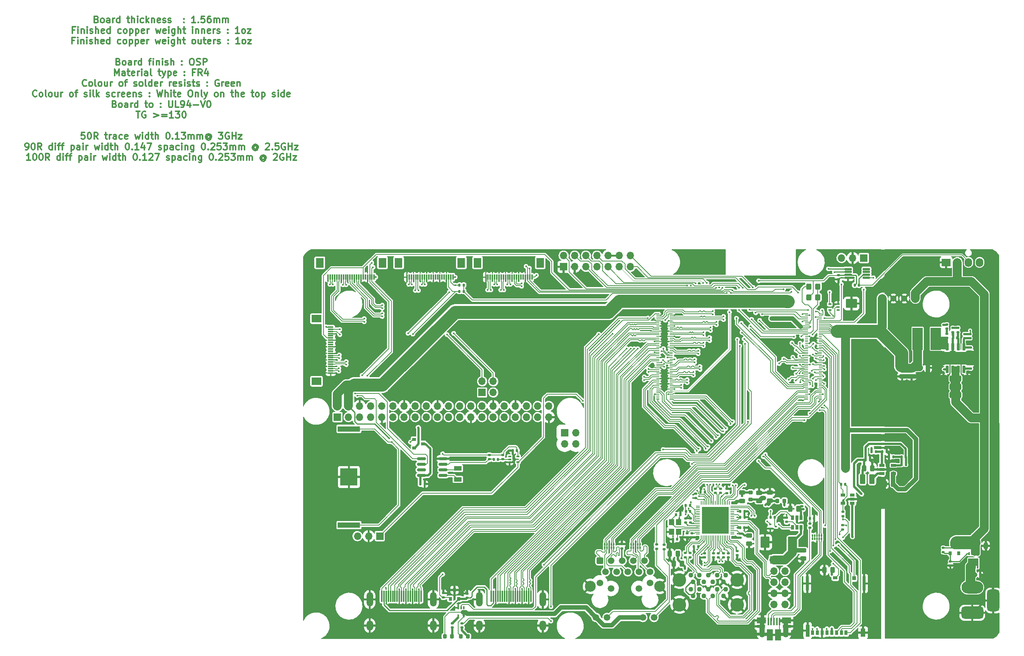
<source format=gbr>
G04 #@! TF.GenerationSoftware,KiCad,Pcbnew,(5.99.0-6751-g76ac8b5acf)*
G04 #@! TF.CreationDate,2021-06-14T13:23:57+01:00*
G04 #@! TF.ProjectId,CM4IOUSB3,434d3449-4f55-4534-9233-2e6b69636164,rev?*
G04 #@! TF.SameCoordinates,Original*
G04 #@! TF.FileFunction,Copper,L1,Top*
G04 #@! TF.FilePolarity,Positive*
%FSLAX46Y46*%
G04 Gerber Fmt 4.6, Leading zero omitted, Abs format (unit mm)*
G04 Created by KiCad (PCBNEW (5.99.0-6751-g76ac8b5acf)) date 2021-06-14 13:23:57*
%MOMM*%
%LPD*%
G01*
G04 APERTURE LIST*
G04 Aperture macros list*
%AMRoundRect*
0 Rectangle with rounded corners*
0 $1 Rounding radius*
0 $2 $3 $4 $5 $6 $7 $8 $9 X,Y pos of 4 corners*
0 Add a 4 corners polygon primitive as box body*
4,1,4,$2,$3,$4,$5,$6,$7,$8,$9,$2,$3,0*
0 Add four circle primitives for the rounded corners*
1,1,$1+$1,$2,$3,0*
1,1,$1+$1,$4,$5,0*
1,1,$1+$1,$6,$7,0*
1,1,$1+$1,$8,$9,0*
0 Add four rect primitives between the rounded corners*
20,1,$1+$1,$2,$3,$4,$5,0*
20,1,$1+$1,$4,$5,$6,$7,0*
20,1,$1+$1,$6,$7,$8,$9,0*
20,1,$1+$1,$8,$9,$2,$3,0*%
G04 Aperture macros list end*
%ADD10C,0.300000*%
G04 #@! TA.AperFunction,SMDPad,CuDef*
%ADD11R,0.700000X0.200000*%
G04 #@! TD*
G04 #@! TA.AperFunction,SMDPad,CuDef*
%ADD12R,5.080000X1.270000*%
G04 #@! TD*
G04 #@! TA.AperFunction,SMDPad,CuDef*
%ADD13R,3.960000X3.960000*%
G04 #@! TD*
G04 #@! TA.AperFunction,SMDPad,CuDef*
%ADD14RoundRect,0.147500X0.172500X-0.147500X0.172500X0.147500X-0.172500X0.147500X-0.172500X-0.147500X0*%
G04 #@! TD*
G04 #@! TA.AperFunction,SMDPad,CuDef*
%ADD15RoundRect,0.243750X0.243750X0.456250X-0.243750X0.456250X-0.243750X-0.456250X0.243750X-0.456250X0*%
G04 #@! TD*
G04 #@! TA.AperFunction,SMDPad,CuDef*
%ADD16RoundRect,0.147500X-0.172500X0.147500X-0.172500X-0.147500X0.172500X-0.147500X0.172500X0.147500X0*%
G04 #@! TD*
G04 #@! TA.AperFunction,SMDPad,CuDef*
%ADD17RoundRect,0.147500X-0.147500X-0.172500X0.147500X-0.172500X0.147500X0.172500X-0.147500X0.172500X0*%
G04 #@! TD*
G04 #@! TA.AperFunction,SMDPad,CuDef*
%ADD18RoundRect,0.243750X-0.243750X-0.456250X0.243750X-0.456250X0.243750X0.456250X-0.243750X0.456250X0*%
G04 #@! TD*
G04 #@! TA.AperFunction,SMDPad,CuDef*
%ADD19RoundRect,0.243750X-0.456250X0.243750X-0.456250X-0.243750X0.456250X-0.243750X0.456250X0.243750X0*%
G04 #@! TD*
G04 #@! TA.AperFunction,SMDPad,CuDef*
%ADD20R,0.300000X1.300000*%
G04 #@! TD*
G04 #@! TA.AperFunction,SMDPad,CuDef*
%ADD21R,1.800000X2.200000*%
G04 #@! TD*
G04 #@! TA.AperFunction,ComponentPad*
%ADD22R,1.700000X1.700000*%
G04 #@! TD*
G04 #@! TA.AperFunction,ComponentPad*
%ADD23O,1.700000X1.700000*%
G04 #@! TD*
G04 #@! TA.AperFunction,SMDPad,CuDef*
%ADD24RoundRect,0.147500X0.147500X0.172500X-0.147500X0.172500X-0.147500X-0.172500X0.147500X-0.172500X0*%
G04 #@! TD*
G04 #@! TA.AperFunction,SMDPad,CuDef*
%ADD25R,0.300000X0.550000*%
G04 #@! TD*
G04 #@! TA.AperFunction,SMDPad,CuDef*
%ADD26R,0.400000X0.550000*%
G04 #@! TD*
G04 #@! TA.AperFunction,SMDPad,CuDef*
%ADD27R,0.800000X0.900000*%
G04 #@! TD*
G04 #@! TA.AperFunction,SMDPad,CuDef*
%ADD28RoundRect,0.218750X0.218750X0.256250X-0.218750X0.256250X-0.218750X-0.256250X0.218750X-0.256250X0*%
G04 #@! TD*
G04 #@! TA.AperFunction,SMDPad,CuDef*
%ADD29RoundRect,0.125000X-0.687500X-0.125000X0.687500X-0.125000X0.687500X0.125000X-0.687500X0.125000X0*%
G04 #@! TD*
G04 #@! TA.AperFunction,SMDPad,CuDef*
%ADD30R,0.650000X0.400000*%
G04 #@! TD*
G04 #@! TA.AperFunction,SMDPad,CuDef*
%ADD31R,0.400000X1.750000*%
G04 #@! TD*
G04 #@! TA.AperFunction,SMDPad,CuDef*
%ADD32R,1.300000X2.000000*%
G04 #@! TD*
G04 #@! TA.AperFunction,SMDPad,CuDef*
%ADD33R,1.425000X2.500000*%
G04 #@! TD*
G04 #@! TA.AperFunction,ComponentPad*
%ADD34O,1.300000X1.700000*%
G04 #@! TD*
G04 #@! TA.AperFunction,SMDPad,CuDef*
%ADD35R,2.000000X1.400000*%
G04 #@! TD*
G04 #@! TA.AperFunction,SMDPad,CuDef*
%ADD36R,1.825000X0.700000*%
G04 #@! TD*
G04 #@! TA.AperFunction,ComponentPad*
%ADD37O,1.000000X1.400000*%
G04 #@! TD*
G04 #@! TA.AperFunction,SMDPad,CuDef*
%ADD38R,0.400000X0.650000*%
G04 #@! TD*
G04 #@! TA.AperFunction,SMDPad,CuDef*
%ADD39R,1.060000X0.650000*%
G04 #@! TD*
G04 #@! TA.AperFunction,ComponentPad*
%ADD40O,5.000000X2.800000*%
G04 #@! TD*
G04 #@! TA.AperFunction,ComponentPad*
%ADD41RoundRect,0.700000X1.800000X-0.700000X1.800000X0.700000X-1.800000X0.700000X-1.800000X-0.700000X0*%
G04 #@! TD*
G04 #@! TA.AperFunction,ComponentPad*
%ADD42RoundRect,0.700000X0.700000X-1.800000X0.700000X1.800000X-0.700000X1.800000X-0.700000X-1.800000X0*%
G04 #@! TD*
G04 #@! TA.AperFunction,ComponentPad*
%ADD43RoundRect,0.250500X-0.499500X-0.499500X0.499500X-0.499500X0.499500X0.499500X-0.499500X0.499500X0*%
G04 #@! TD*
G04 #@! TA.AperFunction,ComponentPad*
%ADD44C,1.500000*%
G04 #@! TD*
G04 #@! TA.AperFunction,ComponentPad*
%ADD45C,2.500000*%
G04 #@! TD*
G04 #@! TA.AperFunction,SMDPad,CuDef*
%ADD46R,0.300000X2.600000*%
G04 #@! TD*
G04 #@! TA.AperFunction,ComponentPad*
%ADD47O,1.500000X3.300000*%
G04 #@! TD*
G04 #@! TA.AperFunction,ComponentPad*
%ADD48O,1.500000X2.300000*%
G04 #@! TD*
G04 #@! TA.AperFunction,ComponentPad*
%ADD49R,2.030000X1.730000*%
G04 #@! TD*
G04 #@! TA.AperFunction,ComponentPad*
%ADD50O,1.730000X2.030000*%
G04 #@! TD*
G04 #@! TA.AperFunction,SMDPad,CuDef*
%ADD51R,2.350000X5.100000*%
G04 #@! TD*
G04 #@! TA.AperFunction,SMDPad,CuDef*
%ADD52RoundRect,0.150000X0.150000X-0.737500X0.150000X0.737500X-0.150000X0.737500X-0.150000X-0.737500X0*%
G04 #@! TD*
G04 #@! TA.AperFunction,ComponentPad*
%ADD53C,0.500000*%
G04 #@! TD*
G04 #@! TA.AperFunction,SMDPad,CuDef*
%ADD54R,4.900000X2.950000*%
G04 #@! TD*
G04 #@! TA.AperFunction,ComponentPad*
%ADD55R,1.408000X1.408000*%
G04 #@! TD*
G04 #@! TA.AperFunction,ComponentPad*
%ADD56C,1.408000*%
G04 #@! TD*
G04 #@! TA.AperFunction,SMDPad,CuDef*
%ADD57RoundRect,0.249999X-0.325001X-0.450001X0.325001X-0.450001X0.325001X0.450001X-0.325001X0.450001X0*%
G04 #@! TD*
G04 #@! TA.AperFunction,SMDPad,CuDef*
%ADD58R,0.900000X0.800000*%
G04 #@! TD*
G04 #@! TA.AperFunction,SMDPad,CuDef*
%ADD59RoundRect,0.150000X0.825000X0.150000X-0.825000X0.150000X-0.825000X-0.150000X0.825000X-0.150000X0*%
G04 #@! TD*
G04 #@! TA.AperFunction,SMDPad,CuDef*
%ADD60R,1.800000X1.000000*%
G04 #@! TD*
G04 #@! TA.AperFunction,SMDPad,CuDef*
%ADD61R,0.700000X1.100000*%
G04 #@! TD*
G04 #@! TA.AperFunction,SMDPad,CuDef*
%ADD62R,0.900000X0.930000*%
G04 #@! TD*
G04 #@! TA.AperFunction,SMDPad,CuDef*
%ADD63R,1.050000X0.780000*%
G04 #@! TD*
G04 #@! TA.AperFunction,SMDPad,CuDef*
%ADD64R,0.860000X2.800000*%
G04 #@! TD*
G04 #@! TA.AperFunction,SMDPad,CuDef*
%ADD65R,0.700000X3.330000*%
G04 #@! TD*
G04 #@! TA.AperFunction,SMDPad,CuDef*
%ADD66R,1.140000X1.830000*%
G04 #@! TD*
G04 #@! TA.AperFunction,SMDPad,CuDef*
%ADD67R,1.300000X0.300000*%
G04 #@! TD*
G04 #@! TA.AperFunction,SMDPad,CuDef*
%ADD68R,2.200000X1.800000*%
G04 #@! TD*
G04 #@! TA.AperFunction,SMDPad,CuDef*
%ADD69R,0.420000X0.700000*%
G04 #@! TD*
G04 #@! TA.AperFunction,SMDPad,CuDef*
%ADD70RoundRect,0.250000X0.787500X1.025000X-0.787500X1.025000X-0.787500X-1.025000X0.787500X-1.025000X0*%
G04 #@! TD*
G04 #@! TA.AperFunction,SMDPad,CuDef*
%ADD71RoundRect,0.250000X0.375000X0.850000X-0.375000X0.850000X-0.375000X-0.850000X0.375000X-0.850000X0*%
G04 #@! TD*
G04 #@! TA.AperFunction,ComponentPad*
%ADD72C,3.100000*%
G04 #@! TD*
G04 #@! TA.AperFunction,ComponentPad*
%ADD73C,1.100000*%
G04 #@! TD*
G04 #@! TA.AperFunction,SMDPad,CuDef*
%ADD74R,0.510000X0.400000*%
G04 #@! TD*
G04 #@! TA.AperFunction,SMDPad,CuDef*
%ADD75RoundRect,0.050000X0.362500X0.050000X-0.362500X0.050000X-0.362500X-0.050000X0.362500X-0.050000X0*%
G04 #@! TD*
G04 #@! TA.AperFunction,SMDPad,CuDef*
%ADD76RoundRect,0.050000X0.050000X0.362500X-0.050000X0.362500X-0.050000X-0.362500X0.050000X-0.362500X0*%
G04 #@! TD*
G04 #@! TA.AperFunction,SMDPad,CuDef*
%ADD77R,6.200000X6.200000*%
G04 #@! TD*
G04 #@! TA.AperFunction,SMDPad,CuDef*
%ADD78RoundRect,0.250000X1.025000X-0.787500X1.025000X0.787500X-1.025000X0.787500X-1.025000X-0.787500X0*%
G04 #@! TD*
G04 #@! TA.AperFunction,SMDPad,CuDef*
%ADD79RoundRect,0.243750X0.456250X-0.243750X0.456250X0.243750X-0.456250X0.243750X-0.456250X-0.243750X0*%
G04 #@! TD*
G04 #@! TA.AperFunction,SMDPad,CuDef*
%ADD80R,0.650000X1.060000*%
G04 #@! TD*
G04 #@! TA.AperFunction,SMDPad,CuDef*
%ADD81R,1.220000X0.650000*%
G04 #@! TD*
G04 #@! TA.AperFunction,SMDPad,CuDef*
%ADD82RoundRect,0.218750X0.256250X-0.218750X0.256250X0.218750X-0.256250X0.218750X-0.256250X-0.218750X0*%
G04 #@! TD*
G04 #@! TA.AperFunction,SMDPad,CuDef*
%ADD83R,1.200000X1.400000*%
G04 #@! TD*
G04 #@! TA.AperFunction,ViaPad*
%ADD84C,0.450000*%
G04 #@! TD*
G04 #@! TA.AperFunction,Conductor*
%ADD85C,0.500000*%
G04 #@! TD*
G04 #@! TA.AperFunction,Conductor*
%ADD86C,2.000000*%
G04 #@! TD*
G04 #@! TA.AperFunction,Conductor*
%ADD87C,1.000000*%
G04 #@! TD*
G04 #@! TA.AperFunction,Conductor*
%ADD88C,0.200000*%
G04 #@! TD*
G04 #@! TA.AperFunction,Conductor*
%ADD89C,0.230000*%
G04 #@! TD*
G04 #@! TA.AperFunction,Conductor*
%ADD90C,0.300000*%
G04 #@! TD*
G04 #@! TA.AperFunction,Conductor*
%ADD91C,0.147000*%
G04 #@! TD*
G04 #@! TA.AperFunction,Conductor*
%ADD92C,0.130000*%
G04 #@! TD*
G04 #@! TA.AperFunction,Conductor*
%ADD93C,3.000000*%
G04 #@! TD*
G04 #@! TA.AperFunction,Conductor*
%ADD94C,0.127000*%
G04 #@! TD*
G04 #@! TA.AperFunction,Conductor*
%ADD95C,0.100000*%
G04 #@! TD*
G04 #@! TA.AperFunction,Conductor*
%ADD96C,1.500000*%
G04 #@! TD*
G04 #@! TA.AperFunction,Conductor*
%ADD97C,0.170000*%
G04 #@! TD*
G04 #@! TA.AperFunction,Conductor*
%ADD98C,0.254000*%
G04 #@! TD*
G04 APERTURE END LIST*
D10*
X32414285Y-17995357D02*
X32628571Y-18066785D01*
X32700000Y-18138214D01*
X32771428Y-18281071D01*
X32771428Y-18495357D01*
X32700000Y-18638214D01*
X32628571Y-18709642D01*
X32485714Y-18781071D01*
X31914285Y-18781071D01*
X31914285Y-17281071D01*
X32414285Y-17281071D01*
X32557142Y-17352500D01*
X32628571Y-17423928D01*
X32700000Y-17566785D01*
X32700000Y-17709642D01*
X32628571Y-17852500D01*
X32557142Y-17923928D01*
X32414285Y-17995357D01*
X31914285Y-17995357D01*
X33628571Y-18781071D02*
X33485714Y-18709642D01*
X33414285Y-18638214D01*
X33342857Y-18495357D01*
X33342857Y-18066785D01*
X33414285Y-17923928D01*
X33485714Y-17852500D01*
X33628571Y-17781071D01*
X33842857Y-17781071D01*
X33985714Y-17852500D01*
X34057142Y-17923928D01*
X34128571Y-18066785D01*
X34128571Y-18495357D01*
X34057142Y-18638214D01*
X33985714Y-18709642D01*
X33842857Y-18781071D01*
X33628571Y-18781071D01*
X35414285Y-18781071D02*
X35414285Y-17995357D01*
X35342857Y-17852500D01*
X35200000Y-17781071D01*
X34914285Y-17781071D01*
X34771428Y-17852500D01*
X35414285Y-18709642D02*
X35271428Y-18781071D01*
X34914285Y-18781071D01*
X34771428Y-18709642D01*
X34700000Y-18566785D01*
X34700000Y-18423928D01*
X34771428Y-18281071D01*
X34914285Y-18209642D01*
X35271428Y-18209642D01*
X35414285Y-18138214D01*
X36128571Y-18781071D02*
X36128571Y-17781071D01*
X36128571Y-18066785D02*
X36200000Y-17923928D01*
X36271428Y-17852500D01*
X36414285Y-17781071D01*
X36557142Y-17781071D01*
X37700000Y-18781071D02*
X37700000Y-17281071D01*
X37700000Y-18709642D02*
X37557142Y-18781071D01*
X37271428Y-18781071D01*
X37128571Y-18709642D01*
X37057142Y-18638214D01*
X36985714Y-18495357D01*
X36985714Y-18066785D01*
X37057142Y-17923928D01*
X37128571Y-17852500D01*
X37271428Y-17781071D01*
X37557142Y-17781071D01*
X37700000Y-17852500D01*
X39342857Y-17781071D02*
X39914285Y-17781071D01*
X39557142Y-17281071D02*
X39557142Y-18566785D01*
X39628571Y-18709642D01*
X39771428Y-18781071D01*
X39914285Y-18781071D01*
X40414285Y-18781071D02*
X40414285Y-17281071D01*
X41057142Y-18781071D02*
X41057142Y-17995357D01*
X40985714Y-17852500D01*
X40842857Y-17781071D01*
X40628571Y-17781071D01*
X40485714Y-17852500D01*
X40414285Y-17923928D01*
X41771428Y-18781071D02*
X41771428Y-17781071D01*
X41771428Y-17281071D02*
X41700000Y-17352500D01*
X41771428Y-17423928D01*
X41842857Y-17352500D01*
X41771428Y-17281071D01*
X41771428Y-17423928D01*
X43128571Y-18709642D02*
X42985714Y-18781071D01*
X42700000Y-18781071D01*
X42557142Y-18709642D01*
X42485714Y-18638214D01*
X42414285Y-18495357D01*
X42414285Y-18066785D01*
X42485714Y-17923928D01*
X42557142Y-17852500D01*
X42700000Y-17781071D01*
X42985714Y-17781071D01*
X43128571Y-17852500D01*
X43771428Y-18781071D02*
X43771428Y-17281071D01*
X43914285Y-18209642D02*
X44342857Y-18781071D01*
X44342857Y-17781071D02*
X43771428Y-18352500D01*
X44985714Y-17781071D02*
X44985714Y-18781071D01*
X44985714Y-17923928D02*
X45057142Y-17852500D01*
X45200000Y-17781071D01*
X45414285Y-17781071D01*
X45557142Y-17852500D01*
X45628571Y-17995357D01*
X45628571Y-18781071D01*
X46914285Y-18709642D02*
X46771428Y-18781071D01*
X46485714Y-18781071D01*
X46342857Y-18709642D01*
X46271428Y-18566785D01*
X46271428Y-17995357D01*
X46342857Y-17852500D01*
X46485714Y-17781071D01*
X46771428Y-17781071D01*
X46914285Y-17852500D01*
X46985714Y-17995357D01*
X46985714Y-18138214D01*
X46271428Y-18281071D01*
X47557142Y-18709642D02*
X47700000Y-18781071D01*
X47985714Y-18781071D01*
X48128571Y-18709642D01*
X48200000Y-18566785D01*
X48200000Y-18495357D01*
X48128571Y-18352500D01*
X47985714Y-18281071D01*
X47771428Y-18281071D01*
X47628571Y-18209642D01*
X47557142Y-18066785D01*
X47557142Y-17995357D01*
X47628571Y-17852500D01*
X47771428Y-17781071D01*
X47985714Y-17781071D01*
X48128571Y-17852500D01*
X48771428Y-18709642D02*
X48914285Y-18781071D01*
X49200000Y-18781071D01*
X49342857Y-18709642D01*
X49414285Y-18566785D01*
X49414285Y-18495357D01*
X49342857Y-18352500D01*
X49200000Y-18281071D01*
X48985714Y-18281071D01*
X48842857Y-18209642D01*
X48771428Y-18066785D01*
X48771428Y-17995357D01*
X48842857Y-17852500D01*
X48985714Y-17781071D01*
X49200000Y-17781071D01*
X49342857Y-17852500D01*
X52342857Y-18638214D02*
X52414285Y-18709642D01*
X52342857Y-18781071D01*
X52271428Y-18709642D01*
X52342857Y-18638214D01*
X52342857Y-18781071D01*
X52342857Y-17852500D02*
X52414285Y-17923928D01*
X52342857Y-17995357D01*
X52271428Y-17923928D01*
X52342857Y-17852500D01*
X52342857Y-17995357D01*
X54985714Y-18781071D02*
X54128571Y-18781071D01*
X54557142Y-18781071D02*
X54557142Y-17281071D01*
X54414285Y-17495357D01*
X54271428Y-17638214D01*
X54128571Y-17709642D01*
X55628571Y-18638214D02*
X55699999Y-18709642D01*
X55628571Y-18781071D01*
X55557142Y-18709642D01*
X55628571Y-18638214D01*
X55628571Y-18781071D01*
X57057142Y-17281071D02*
X56342857Y-17281071D01*
X56271428Y-17995357D01*
X56342857Y-17923928D01*
X56485714Y-17852500D01*
X56842857Y-17852500D01*
X56985714Y-17923928D01*
X57057142Y-17995357D01*
X57128571Y-18138214D01*
X57128571Y-18495357D01*
X57057142Y-18638214D01*
X56985714Y-18709642D01*
X56842857Y-18781071D01*
X56485714Y-18781071D01*
X56342857Y-18709642D01*
X56271428Y-18638214D01*
X58414285Y-17281071D02*
X58128571Y-17281071D01*
X57985714Y-17352500D01*
X57914285Y-17423928D01*
X57771428Y-17638214D01*
X57699999Y-17923928D01*
X57699999Y-18495357D01*
X57771428Y-18638214D01*
X57842857Y-18709642D01*
X57985714Y-18781071D01*
X58271428Y-18781071D01*
X58414285Y-18709642D01*
X58485714Y-18638214D01*
X58557142Y-18495357D01*
X58557142Y-18138214D01*
X58485714Y-17995357D01*
X58414285Y-17923928D01*
X58271428Y-17852500D01*
X57985714Y-17852500D01*
X57842857Y-17923928D01*
X57771428Y-17995357D01*
X57699999Y-18138214D01*
X59199999Y-18781071D02*
X59199999Y-17781071D01*
X59199999Y-17923928D02*
X59271428Y-17852500D01*
X59414285Y-17781071D01*
X59628571Y-17781071D01*
X59771428Y-17852500D01*
X59842857Y-17995357D01*
X59842857Y-18781071D01*
X59842857Y-17995357D02*
X59914285Y-17852500D01*
X60057142Y-17781071D01*
X60271428Y-17781071D01*
X60414285Y-17852500D01*
X60485714Y-17995357D01*
X60485714Y-18781071D01*
X61199999Y-18781071D02*
X61199999Y-17781071D01*
X61199999Y-17923928D02*
X61271428Y-17852500D01*
X61414285Y-17781071D01*
X61628571Y-17781071D01*
X61771428Y-17852500D01*
X61842857Y-17995357D01*
X61842857Y-18781071D01*
X61842857Y-17995357D02*
X61914285Y-17852500D01*
X62057142Y-17781071D01*
X62271428Y-17781071D01*
X62414285Y-17852500D01*
X62485714Y-17995357D01*
X62485714Y-18781071D01*
X27414285Y-20410357D02*
X26914285Y-20410357D01*
X26914285Y-21196071D02*
X26914285Y-19696071D01*
X27628571Y-19696071D01*
X28199999Y-21196071D02*
X28199999Y-20196071D01*
X28199999Y-19696071D02*
X28128571Y-19767500D01*
X28199999Y-19838928D01*
X28271428Y-19767500D01*
X28199999Y-19696071D01*
X28199999Y-19838928D01*
X28914285Y-20196071D02*
X28914285Y-21196071D01*
X28914285Y-20338928D02*
X28985714Y-20267500D01*
X29128571Y-20196071D01*
X29342857Y-20196071D01*
X29485714Y-20267500D01*
X29557142Y-20410357D01*
X29557142Y-21196071D01*
X30271428Y-21196071D02*
X30271428Y-20196071D01*
X30271428Y-19696071D02*
X30199999Y-19767500D01*
X30271428Y-19838928D01*
X30342857Y-19767500D01*
X30271428Y-19696071D01*
X30271428Y-19838928D01*
X30914285Y-21124642D02*
X31057142Y-21196071D01*
X31342857Y-21196071D01*
X31485714Y-21124642D01*
X31557142Y-20981785D01*
X31557142Y-20910357D01*
X31485714Y-20767500D01*
X31342857Y-20696071D01*
X31128571Y-20696071D01*
X30985714Y-20624642D01*
X30914285Y-20481785D01*
X30914285Y-20410357D01*
X30985714Y-20267500D01*
X31128571Y-20196071D01*
X31342857Y-20196071D01*
X31485714Y-20267500D01*
X32199999Y-21196071D02*
X32199999Y-19696071D01*
X32842857Y-21196071D02*
X32842857Y-20410357D01*
X32771428Y-20267500D01*
X32628571Y-20196071D01*
X32414285Y-20196071D01*
X32271428Y-20267500D01*
X32199999Y-20338928D01*
X34128571Y-21124642D02*
X33985714Y-21196071D01*
X33700000Y-21196071D01*
X33557142Y-21124642D01*
X33485714Y-20981785D01*
X33485714Y-20410357D01*
X33557142Y-20267500D01*
X33700000Y-20196071D01*
X33985714Y-20196071D01*
X34128571Y-20267500D01*
X34200000Y-20410357D01*
X34200000Y-20553214D01*
X33485714Y-20696071D01*
X35485714Y-21196071D02*
X35485714Y-19696071D01*
X35485714Y-21124642D02*
X35342857Y-21196071D01*
X35057142Y-21196071D01*
X34914285Y-21124642D01*
X34842857Y-21053214D01*
X34771428Y-20910357D01*
X34771428Y-20481785D01*
X34842857Y-20338928D01*
X34914285Y-20267500D01*
X35057142Y-20196071D01*
X35342857Y-20196071D01*
X35485714Y-20267500D01*
X37985714Y-21124642D02*
X37842857Y-21196071D01*
X37557142Y-21196071D01*
X37414285Y-21124642D01*
X37342857Y-21053214D01*
X37271428Y-20910357D01*
X37271428Y-20481785D01*
X37342857Y-20338928D01*
X37414285Y-20267500D01*
X37557142Y-20196071D01*
X37842857Y-20196071D01*
X37985714Y-20267500D01*
X38842857Y-21196071D02*
X38700000Y-21124642D01*
X38628571Y-21053214D01*
X38557142Y-20910357D01*
X38557142Y-20481785D01*
X38628571Y-20338928D01*
X38700000Y-20267500D01*
X38842857Y-20196071D01*
X39057142Y-20196071D01*
X39200000Y-20267500D01*
X39271428Y-20338928D01*
X39342857Y-20481785D01*
X39342857Y-20910357D01*
X39271428Y-21053214D01*
X39200000Y-21124642D01*
X39057142Y-21196071D01*
X38842857Y-21196071D01*
X39985714Y-20196071D02*
X39985714Y-21696071D01*
X39985714Y-20267500D02*
X40128571Y-20196071D01*
X40414285Y-20196071D01*
X40557142Y-20267500D01*
X40628571Y-20338928D01*
X40700000Y-20481785D01*
X40700000Y-20910357D01*
X40628571Y-21053214D01*
X40557142Y-21124642D01*
X40414285Y-21196071D01*
X40128571Y-21196071D01*
X39985714Y-21124642D01*
X41342857Y-20196071D02*
X41342857Y-21696071D01*
X41342857Y-20267500D02*
X41485714Y-20196071D01*
X41771428Y-20196071D01*
X41914285Y-20267500D01*
X41985714Y-20338928D01*
X42057142Y-20481785D01*
X42057142Y-20910357D01*
X41985714Y-21053214D01*
X41914285Y-21124642D01*
X41771428Y-21196071D01*
X41485714Y-21196071D01*
X41342857Y-21124642D01*
X43271428Y-21124642D02*
X43128571Y-21196071D01*
X42842857Y-21196071D01*
X42699999Y-21124642D01*
X42628571Y-20981785D01*
X42628571Y-20410357D01*
X42699999Y-20267500D01*
X42842857Y-20196071D01*
X43128571Y-20196071D01*
X43271428Y-20267500D01*
X43342857Y-20410357D01*
X43342857Y-20553214D01*
X42628571Y-20696071D01*
X43985714Y-21196071D02*
X43985714Y-20196071D01*
X43985714Y-20481785D02*
X44057142Y-20338928D01*
X44128571Y-20267500D01*
X44271428Y-20196071D01*
X44414285Y-20196071D01*
X45914285Y-20196071D02*
X46200000Y-21196071D01*
X46485714Y-20481785D01*
X46771428Y-21196071D01*
X47057142Y-20196071D01*
X48200000Y-21124642D02*
X48057142Y-21196071D01*
X47771428Y-21196071D01*
X47628571Y-21124642D01*
X47557142Y-20981785D01*
X47557142Y-20410357D01*
X47628571Y-20267500D01*
X47771428Y-20196071D01*
X48057142Y-20196071D01*
X48200000Y-20267500D01*
X48271428Y-20410357D01*
X48271428Y-20553214D01*
X47557142Y-20696071D01*
X48914285Y-21196071D02*
X48914285Y-20196071D01*
X48914285Y-19696071D02*
X48842857Y-19767500D01*
X48914285Y-19838928D01*
X48985714Y-19767500D01*
X48914285Y-19696071D01*
X48914285Y-19838928D01*
X50271428Y-20196071D02*
X50271428Y-21410357D01*
X50200000Y-21553214D01*
X50128571Y-21624642D01*
X49985714Y-21696071D01*
X49771428Y-21696071D01*
X49628571Y-21624642D01*
X50271428Y-21124642D02*
X50128571Y-21196071D01*
X49842857Y-21196071D01*
X49700000Y-21124642D01*
X49628571Y-21053214D01*
X49557142Y-20910357D01*
X49557142Y-20481785D01*
X49628571Y-20338928D01*
X49700000Y-20267500D01*
X49842857Y-20196071D01*
X50128571Y-20196071D01*
X50271428Y-20267500D01*
X50985714Y-21196071D02*
X50985714Y-19696071D01*
X51628571Y-21196071D02*
X51628571Y-20410357D01*
X51557142Y-20267500D01*
X51414285Y-20196071D01*
X51200000Y-20196071D01*
X51057142Y-20267500D01*
X50985714Y-20338928D01*
X52128571Y-20196071D02*
X52700000Y-20196071D01*
X52342857Y-19696071D02*
X52342857Y-20981785D01*
X52414285Y-21124642D01*
X52557142Y-21196071D01*
X52700000Y-21196071D01*
X54342857Y-21196071D02*
X54342857Y-20196071D01*
X54342857Y-19696071D02*
X54271428Y-19767500D01*
X54342857Y-19838928D01*
X54414285Y-19767500D01*
X54342857Y-19696071D01*
X54342857Y-19838928D01*
X55057142Y-20196071D02*
X55057142Y-21196071D01*
X55057142Y-20338928D02*
X55128571Y-20267500D01*
X55271428Y-20196071D01*
X55485714Y-20196071D01*
X55628571Y-20267500D01*
X55700000Y-20410357D01*
X55700000Y-21196071D01*
X56414285Y-20196071D02*
X56414285Y-21196071D01*
X56414285Y-20338928D02*
X56485714Y-20267500D01*
X56628571Y-20196071D01*
X56842857Y-20196071D01*
X56985714Y-20267500D01*
X57057142Y-20410357D01*
X57057142Y-21196071D01*
X58342857Y-21124642D02*
X58200000Y-21196071D01*
X57914285Y-21196071D01*
X57771428Y-21124642D01*
X57700000Y-20981785D01*
X57700000Y-20410357D01*
X57771428Y-20267500D01*
X57914285Y-20196071D01*
X58200000Y-20196071D01*
X58342857Y-20267500D01*
X58414285Y-20410357D01*
X58414285Y-20553214D01*
X57700000Y-20696071D01*
X59057142Y-21196071D02*
X59057142Y-20196071D01*
X59057142Y-20481785D02*
X59128571Y-20338928D01*
X59200000Y-20267500D01*
X59342857Y-20196071D01*
X59485714Y-20196071D01*
X59914285Y-21124642D02*
X60057142Y-21196071D01*
X60342857Y-21196071D01*
X60485714Y-21124642D01*
X60557142Y-20981785D01*
X60557142Y-20910357D01*
X60485714Y-20767500D01*
X60342857Y-20696071D01*
X60128571Y-20696071D01*
X59985714Y-20624642D01*
X59914285Y-20481785D01*
X59914285Y-20410357D01*
X59985714Y-20267500D01*
X60128571Y-20196071D01*
X60342857Y-20196071D01*
X60485714Y-20267500D01*
X62342857Y-21053214D02*
X62414285Y-21124642D01*
X62342857Y-21196071D01*
X62271428Y-21124642D01*
X62342857Y-21053214D01*
X62342857Y-21196071D01*
X62342857Y-20267500D02*
X62414285Y-20338928D01*
X62342857Y-20410357D01*
X62271428Y-20338928D01*
X62342857Y-20267500D01*
X62342857Y-20410357D01*
X64985714Y-21196071D02*
X64128571Y-21196071D01*
X64557142Y-21196071D02*
X64557142Y-19696071D01*
X64414285Y-19910357D01*
X64271428Y-20053214D01*
X64128571Y-20124642D01*
X65842857Y-21196071D02*
X65700000Y-21124642D01*
X65628571Y-21053214D01*
X65557142Y-20910357D01*
X65557142Y-20481785D01*
X65628571Y-20338928D01*
X65700000Y-20267500D01*
X65842857Y-20196071D01*
X66057142Y-20196071D01*
X66200000Y-20267500D01*
X66271428Y-20338928D01*
X66342857Y-20481785D01*
X66342857Y-20910357D01*
X66271428Y-21053214D01*
X66200000Y-21124642D01*
X66057142Y-21196071D01*
X65842857Y-21196071D01*
X66842857Y-20196071D02*
X67628571Y-20196071D01*
X66842857Y-21196071D01*
X67628571Y-21196071D01*
X27342857Y-22825357D02*
X26842857Y-22825357D01*
X26842857Y-23611071D02*
X26842857Y-22111071D01*
X27557142Y-22111071D01*
X28128571Y-23611071D02*
X28128571Y-22611071D01*
X28128571Y-22111071D02*
X28057142Y-22182500D01*
X28128571Y-22253928D01*
X28199999Y-22182500D01*
X28128571Y-22111071D01*
X28128571Y-22253928D01*
X28842857Y-22611071D02*
X28842857Y-23611071D01*
X28842857Y-22753928D02*
X28914285Y-22682500D01*
X29057142Y-22611071D01*
X29271428Y-22611071D01*
X29414285Y-22682500D01*
X29485714Y-22825357D01*
X29485714Y-23611071D01*
X30199999Y-23611071D02*
X30199999Y-22611071D01*
X30199999Y-22111071D02*
X30128571Y-22182500D01*
X30199999Y-22253928D01*
X30271428Y-22182500D01*
X30199999Y-22111071D01*
X30199999Y-22253928D01*
X30842857Y-23539642D02*
X30985714Y-23611071D01*
X31271428Y-23611071D01*
X31414285Y-23539642D01*
X31485714Y-23396785D01*
X31485714Y-23325357D01*
X31414285Y-23182500D01*
X31271428Y-23111071D01*
X31057142Y-23111071D01*
X30914285Y-23039642D01*
X30842857Y-22896785D01*
X30842857Y-22825357D01*
X30914285Y-22682500D01*
X31057142Y-22611071D01*
X31271428Y-22611071D01*
X31414285Y-22682500D01*
X32128571Y-23611071D02*
X32128571Y-22111071D01*
X32771428Y-23611071D02*
X32771428Y-22825357D01*
X32699999Y-22682500D01*
X32557142Y-22611071D01*
X32342857Y-22611071D01*
X32199999Y-22682500D01*
X32128571Y-22753928D01*
X34057142Y-23539642D02*
X33914285Y-23611071D01*
X33628571Y-23611071D01*
X33485714Y-23539642D01*
X33414285Y-23396785D01*
X33414285Y-22825357D01*
X33485714Y-22682500D01*
X33628571Y-22611071D01*
X33914285Y-22611071D01*
X34057142Y-22682500D01*
X34128571Y-22825357D01*
X34128571Y-22968214D01*
X33414285Y-23111071D01*
X35414285Y-23611071D02*
X35414285Y-22111071D01*
X35414285Y-23539642D02*
X35271428Y-23611071D01*
X34985714Y-23611071D01*
X34842857Y-23539642D01*
X34771428Y-23468214D01*
X34699999Y-23325357D01*
X34699999Y-22896785D01*
X34771428Y-22753928D01*
X34842857Y-22682500D01*
X34985714Y-22611071D01*
X35271428Y-22611071D01*
X35414285Y-22682500D01*
X37914285Y-23539642D02*
X37771428Y-23611071D01*
X37485714Y-23611071D01*
X37342857Y-23539642D01*
X37271428Y-23468214D01*
X37199999Y-23325357D01*
X37199999Y-22896785D01*
X37271428Y-22753928D01*
X37342857Y-22682500D01*
X37485714Y-22611071D01*
X37771428Y-22611071D01*
X37914285Y-22682500D01*
X38771428Y-23611071D02*
X38628571Y-23539642D01*
X38557142Y-23468214D01*
X38485714Y-23325357D01*
X38485714Y-22896785D01*
X38557142Y-22753928D01*
X38628571Y-22682500D01*
X38771428Y-22611071D01*
X38985714Y-22611071D01*
X39128571Y-22682500D01*
X39199999Y-22753928D01*
X39271428Y-22896785D01*
X39271428Y-23325357D01*
X39199999Y-23468214D01*
X39128571Y-23539642D01*
X38985714Y-23611071D01*
X38771428Y-23611071D01*
X39914285Y-22611071D02*
X39914285Y-24111071D01*
X39914285Y-22682500D02*
X40057142Y-22611071D01*
X40342857Y-22611071D01*
X40485714Y-22682500D01*
X40557142Y-22753928D01*
X40628571Y-22896785D01*
X40628571Y-23325357D01*
X40557142Y-23468214D01*
X40485714Y-23539642D01*
X40342857Y-23611071D01*
X40057142Y-23611071D01*
X39914285Y-23539642D01*
X41271428Y-22611071D02*
X41271428Y-24111071D01*
X41271428Y-22682500D02*
X41414285Y-22611071D01*
X41699999Y-22611071D01*
X41842857Y-22682500D01*
X41914285Y-22753928D01*
X41985714Y-22896785D01*
X41985714Y-23325357D01*
X41914285Y-23468214D01*
X41842857Y-23539642D01*
X41699999Y-23611071D01*
X41414285Y-23611071D01*
X41271428Y-23539642D01*
X43199999Y-23539642D02*
X43057142Y-23611071D01*
X42771428Y-23611071D01*
X42628571Y-23539642D01*
X42557142Y-23396785D01*
X42557142Y-22825357D01*
X42628571Y-22682500D01*
X42771428Y-22611071D01*
X43057142Y-22611071D01*
X43199999Y-22682500D01*
X43271428Y-22825357D01*
X43271428Y-22968214D01*
X42557142Y-23111071D01*
X43914285Y-23611071D02*
X43914285Y-22611071D01*
X43914285Y-22896785D02*
X43985714Y-22753928D01*
X44057142Y-22682500D01*
X44199999Y-22611071D01*
X44342857Y-22611071D01*
X45842857Y-22611071D02*
X46128571Y-23611071D01*
X46414285Y-22896785D01*
X46699999Y-23611071D01*
X46985714Y-22611071D01*
X48128571Y-23539642D02*
X47985714Y-23611071D01*
X47699999Y-23611071D01*
X47557142Y-23539642D01*
X47485714Y-23396785D01*
X47485714Y-22825357D01*
X47557142Y-22682500D01*
X47699999Y-22611071D01*
X47985714Y-22611071D01*
X48128571Y-22682500D01*
X48199999Y-22825357D01*
X48199999Y-22968214D01*
X47485714Y-23111071D01*
X48842857Y-23611071D02*
X48842857Y-22611071D01*
X48842857Y-22111071D02*
X48771428Y-22182500D01*
X48842857Y-22253928D01*
X48914285Y-22182500D01*
X48842857Y-22111071D01*
X48842857Y-22253928D01*
X50199999Y-22611071D02*
X50199999Y-23825357D01*
X50128571Y-23968214D01*
X50057142Y-24039642D01*
X49914285Y-24111071D01*
X49699999Y-24111071D01*
X49557142Y-24039642D01*
X50199999Y-23539642D02*
X50057142Y-23611071D01*
X49771428Y-23611071D01*
X49628571Y-23539642D01*
X49557142Y-23468214D01*
X49485714Y-23325357D01*
X49485714Y-22896785D01*
X49557142Y-22753928D01*
X49628571Y-22682500D01*
X49771428Y-22611071D01*
X50057142Y-22611071D01*
X50199999Y-22682500D01*
X50914285Y-23611071D02*
X50914285Y-22111071D01*
X51557142Y-23611071D02*
X51557142Y-22825357D01*
X51485714Y-22682500D01*
X51342857Y-22611071D01*
X51128571Y-22611071D01*
X50985714Y-22682500D01*
X50914285Y-22753928D01*
X52057142Y-22611071D02*
X52628571Y-22611071D01*
X52271428Y-22111071D02*
X52271428Y-23396785D01*
X52342857Y-23539642D01*
X52485714Y-23611071D01*
X52628571Y-23611071D01*
X54485714Y-23611071D02*
X54342857Y-23539642D01*
X54271428Y-23468214D01*
X54200000Y-23325357D01*
X54200000Y-22896785D01*
X54271428Y-22753928D01*
X54342857Y-22682500D01*
X54485714Y-22611071D01*
X54700000Y-22611071D01*
X54842857Y-22682500D01*
X54914285Y-22753928D01*
X54985714Y-22896785D01*
X54985714Y-23325357D01*
X54914285Y-23468214D01*
X54842857Y-23539642D01*
X54700000Y-23611071D01*
X54485714Y-23611071D01*
X56271428Y-22611071D02*
X56271428Y-23611071D01*
X55628571Y-22611071D02*
X55628571Y-23396785D01*
X55700000Y-23539642D01*
X55842857Y-23611071D01*
X56057142Y-23611071D01*
X56200000Y-23539642D01*
X56271428Y-23468214D01*
X56771428Y-22611071D02*
X57342857Y-22611071D01*
X56985714Y-22111071D02*
X56985714Y-23396785D01*
X57057142Y-23539642D01*
X57200000Y-23611071D01*
X57342857Y-23611071D01*
X58414285Y-23539642D02*
X58271428Y-23611071D01*
X57985714Y-23611071D01*
X57842857Y-23539642D01*
X57771428Y-23396785D01*
X57771428Y-22825357D01*
X57842857Y-22682500D01*
X57985714Y-22611071D01*
X58271428Y-22611071D01*
X58414285Y-22682500D01*
X58485714Y-22825357D01*
X58485714Y-22968214D01*
X57771428Y-23111071D01*
X59128571Y-23611071D02*
X59128571Y-22611071D01*
X59128571Y-22896785D02*
X59200000Y-22753928D01*
X59271428Y-22682500D01*
X59414285Y-22611071D01*
X59557142Y-22611071D01*
X59985714Y-23539642D02*
X60128571Y-23611071D01*
X60414285Y-23611071D01*
X60557142Y-23539642D01*
X60628571Y-23396785D01*
X60628571Y-23325357D01*
X60557142Y-23182500D01*
X60414285Y-23111071D01*
X60200000Y-23111071D01*
X60057142Y-23039642D01*
X59985714Y-22896785D01*
X59985714Y-22825357D01*
X60057142Y-22682500D01*
X60200000Y-22611071D01*
X60414285Y-22611071D01*
X60557142Y-22682500D01*
X62414285Y-23468214D02*
X62485714Y-23539642D01*
X62414285Y-23611071D01*
X62342857Y-23539642D01*
X62414285Y-23468214D01*
X62414285Y-23611071D01*
X62414285Y-22682500D02*
X62485714Y-22753928D01*
X62414285Y-22825357D01*
X62342857Y-22753928D01*
X62414285Y-22682500D01*
X62414285Y-22825357D01*
X65057142Y-23611071D02*
X64200000Y-23611071D01*
X64628571Y-23611071D02*
X64628571Y-22111071D01*
X64485714Y-22325357D01*
X64342857Y-22468214D01*
X64200000Y-22539642D01*
X65914285Y-23611071D02*
X65771428Y-23539642D01*
X65700000Y-23468214D01*
X65628571Y-23325357D01*
X65628571Y-22896785D01*
X65700000Y-22753928D01*
X65771428Y-22682500D01*
X65914285Y-22611071D01*
X66128571Y-22611071D01*
X66271428Y-22682500D01*
X66342857Y-22753928D01*
X66414285Y-22896785D01*
X66414285Y-23325357D01*
X66342857Y-23468214D01*
X66271428Y-23539642D01*
X66128571Y-23611071D01*
X65914285Y-23611071D01*
X66914285Y-22611071D02*
X67700000Y-22611071D01*
X66914285Y-23611071D01*
X67700000Y-23611071D01*
X37378571Y-27655357D02*
X37592857Y-27726785D01*
X37664285Y-27798214D01*
X37735714Y-27941071D01*
X37735714Y-28155357D01*
X37664285Y-28298214D01*
X37592857Y-28369642D01*
X37450000Y-28441071D01*
X36878571Y-28441071D01*
X36878571Y-26941071D01*
X37378571Y-26941071D01*
X37521428Y-27012500D01*
X37592857Y-27083928D01*
X37664285Y-27226785D01*
X37664285Y-27369642D01*
X37592857Y-27512500D01*
X37521428Y-27583928D01*
X37378571Y-27655357D01*
X36878571Y-27655357D01*
X38592857Y-28441071D02*
X38450000Y-28369642D01*
X38378571Y-28298214D01*
X38307142Y-28155357D01*
X38307142Y-27726785D01*
X38378571Y-27583928D01*
X38450000Y-27512500D01*
X38592857Y-27441071D01*
X38807142Y-27441071D01*
X38950000Y-27512500D01*
X39021428Y-27583928D01*
X39092857Y-27726785D01*
X39092857Y-28155357D01*
X39021428Y-28298214D01*
X38950000Y-28369642D01*
X38807142Y-28441071D01*
X38592857Y-28441071D01*
X40378571Y-28441071D02*
X40378571Y-27655357D01*
X40307142Y-27512500D01*
X40164285Y-27441071D01*
X39878571Y-27441071D01*
X39735714Y-27512500D01*
X40378571Y-28369642D02*
X40235714Y-28441071D01*
X39878571Y-28441071D01*
X39735714Y-28369642D01*
X39664285Y-28226785D01*
X39664285Y-28083928D01*
X39735714Y-27941071D01*
X39878571Y-27869642D01*
X40235714Y-27869642D01*
X40378571Y-27798214D01*
X41092857Y-28441071D02*
X41092857Y-27441071D01*
X41092857Y-27726785D02*
X41164285Y-27583928D01*
X41235714Y-27512500D01*
X41378571Y-27441071D01*
X41521428Y-27441071D01*
X42664285Y-28441071D02*
X42664285Y-26941071D01*
X42664285Y-28369642D02*
X42521428Y-28441071D01*
X42235714Y-28441071D01*
X42092857Y-28369642D01*
X42021428Y-28298214D01*
X41950000Y-28155357D01*
X41950000Y-27726785D01*
X42021428Y-27583928D01*
X42092857Y-27512500D01*
X42235714Y-27441071D01*
X42521428Y-27441071D01*
X42664285Y-27512500D01*
X44307142Y-27441071D02*
X44878571Y-27441071D01*
X44521428Y-28441071D02*
X44521428Y-27155357D01*
X44592857Y-27012500D01*
X44735714Y-26941071D01*
X44878571Y-26941071D01*
X45378571Y-28441071D02*
X45378571Y-27441071D01*
X45378571Y-26941071D02*
X45307142Y-27012500D01*
X45378571Y-27083928D01*
X45450000Y-27012500D01*
X45378571Y-26941071D01*
X45378571Y-27083928D01*
X46092857Y-27441071D02*
X46092857Y-28441071D01*
X46092857Y-27583928D02*
X46164285Y-27512500D01*
X46307142Y-27441071D01*
X46521428Y-27441071D01*
X46664285Y-27512500D01*
X46735714Y-27655357D01*
X46735714Y-28441071D01*
X47450000Y-28441071D02*
X47450000Y-27441071D01*
X47450000Y-26941071D02*
X47378571Y-27012500D01*
X47450000Y-27083928D01*
X47521428Y-27012500D01*
X47450000Y-26941071D01*
X47450000Y-27083928D01*
X48092857Y-28369642D02*
X48235714Y-28441071D01*
X48521428Y-28441071D01*
X48664285Y-28369642D01*
X48735714Y-28226785D01*
X48735714Y-28155357D01*
X48664285Y-28012500D01*
X48521428Y-27941071D01*
X48307142Y-27941071D01*
X48164285Y-27869642D01*
X48092857Y-27726785D01*
X48092857Y-27655357D01*
X48164285Y-27512500D01*
X48307142Y-27441071D01*
X48521428Y-27441071D01*
X48664285Y-27512500D01*
X49378571Y-28441071D02*
X49378571Y-26941071D01*
X50021428Y-28441071D02*
X50021428Y-27655357D01*
X49950000Y-27512500D01*
X49807142Y-27441071D01*
X49592857Y-27441071D01*
X49450000Y-27512500D01*
X49378571Y-27583928D01*
X51878571Y-28298214D02*
X51950000Y-28369642D01*
X51878571Y-28441071D01*
X51807142Y-28369642D01*
X51878571Y-28298214D01*
X51878571Y-28441071D01*
X51878571Y-27512500D02*
X51950000Y-27583928D01*
X51878571Y-27655357D01*
X51807142Y-27583928D01*
X51878571Y-27512500D01*
X51878571Y-27655357D01*
X54021428Y-26941071D02*
X54307142Y-26941071D01*
X54450000Y-27012500D01*
X54592857Y-27155357D01*
X54664285Y-27441071D01*
X54664285Y-27941071D01*
X54592857Y-28226785D01*
X54450000Y-28369642D01*
X54307142Y-28441071D01*
X54021428Y-28441071D01*
X53878571Y-28369642D01*
X53735714Y-28226785D01*
X53664285Y-27941071D01*
X53664285Y-27441071D01*
X53735714Y-27155357D01*
X53878571Y-27012500D01*
X54021428Y-26941071D01*
X55235714Y-28369642D02*
X55450000Y-28441071D01*
X55807142Y-28441071D01*
X55950000Y-28369642D01*
X56021428Y-28298214D01*
X56092857Y-28155357D01*
X56092857Y-28012500D01*
X56021428Y-27869642D01*
X55950000Y-27798214D01*
X55807142Y-27726785D01*
X55521428Y-27655357D01*
X55378571Y-27583928D01*
X55307142Y-27512500D01*
X55235714Y-27369642D01*
X55235714Y-27226785D01*
X55307142Y-27083928D01*
X55378571Y-27012500D01*
X55521428Y-26941071D01*
X55878571Y-26941071D01*
X56092857Y-27012500D01*
X56735714Y-28441071D02*
X56735714Y-26941071D01*
X57307142Y-26941071D01*
X57450000Y-27012500D01*
X57521428Y-27083928D01*
X57592857Y-27226785D01*
X57592857Y-27441071D01*
X57521428Y-27583928D01*
X57450000Y-27655357D01*
X57307142Y-27726785D01*
X56735714Y-27726785D01*
X36557142Y-30856071D02*
X36557142Y-29356071D01*
X37057142Y-30427500D01*
X37557142Y-29356071D01*
X37557142Y-30856071D01*
X38914285Y-30856071D02*
X38914285Y-30070357D01*
X38842857Y-29927500D01*
X38700000Y-29856071D01*
X38414285Y-29856071D01*
X38271428Y-29927500D01*
X38914285Y-30784642D02*
X38771428Y-30856071D01*
X38414285Y-30856071D01*
X38271428Y-30784642D01*
X38200000Y-30641785D01*
X38200000Y-30498928D01*
X38271428Y-30356071D01*
X38414285Y-30284642D01*
X38771428Y-30284642D01*
X38914285Y-30213214D01*
X39414285Y-29856071D02*
X39985714Y-29856071D01*
X39628571Y-29356071D02*
X39628571Y-30641785D01*
X39700000Y-30784642D01*
X39842857Y-30856071D01*
X39985714Y-30856071D01*
X41057142Y-30784642D02*
X40914285Y-30856071D01*
X40628571Y-30856071D01*
X40485714Y-30784642D01*
X40414285Y-30641785D01*
X40414285Y-30070357D01*
X40485714Y-29927500D01*
X40628571Y-29856071D01*
X40914285Y-29856071D01*
X41057142Y-29927500D01*
X41128571Y-30070357D01*
X41128571Y-30213214D01*
X40414285Y-30356071D01*
X41771428Y-30856071D02*
X41771428Y-29856071D01*
X41771428Y-30141785D02*
X41842857Y-29998928D01*
X41914285Y-29927500D01*
X42057142Y-29856071D01*
X42200000Y-29856071D01*
X42700000Y-30856071D02*
X42700000Y-29856071D01*
X42700000Y-29356071D02*
X42628571Y-29427500D01*
X42700000Y-29498928D01*
X42771428Y-29427500D01*
X42700000Y-29356071D01*
X42700000Y-29498928D01*
X44057142Y-30856071D02*
X44057142Y-30070357D01*
X43985714Y-29927500D01*
X43842857Y-29856071D01*
X43557142Y-29856071D01*
X43414285Y-29927500D01*
X44057142Y-30784642D02*
X43914285Y-30856071D01*
X43557142Y-30856071D01*
X43414285Y-30784642D01*
X43342857Y-30641785D01*
X43342857Y-30498928D01*
X43414285Y-30356071D01*
X43557142Y-30284642D01*
X43914285Y-30284642D01*
X44057142Y-30213214D01*
X44985714Y-30856071D02*
X44842857Y-30784642D01*
X44771428Y-30641785D01*
X44771428Y-29356071D01*
X46485714Y-29856071D02*
X47057142Y-29856071D01*
X46700000Y-29356071D02*
X46700000Y-30641785D01*
X46771428Y-30784642D01*
X46914285Y-30856071D01*
X47057142Y-30856071D01*
X47414285Y-29856071D02*
X47771428Y-30856071D01*
X48128571Y-29856071D02*
X47771428Y-30856071D01*
X47628571Y-31213214D01*
X47557142Y-31284642D01*
X47414285Y-31356071D01*
X48700000Y-29856071D02*
X48700000Y-31356071D01*
X48700000Y-29927500D02*
X48842857Y-29856071D01*
X49128571Y-29856071D01*
X49271428Y-29927500D01*
X49342857Y-29998928D01*
X49414285Y-30141785D01*
X49414285Y-30570357D01*
X49342857Y-30713214D01*
X49271428Y-30784642D01*
X49128571Y-30856071D01*
X48842857Y-30856071D01*
X48700000Y-30784642D01*
X50628571Y-30784642D02*
X50485714Y-30856071D01*
X50200000Y-30856071D01*
X50057142Y-30784642D01*
X49985714Y-30641785D01*
X49985714Y-30070357D01*
X50057142Y-29927500D01*
X50200000Y-29856071D01*
X50485714Y-29856071D01*
X50628571Y-29927500D01*
X50700000Y-30070357D01*
X50700000Y-30213214D01*
X49985714Y-30356071D01*
X52485714Y-30713214D02*
X52557142Y-30784642D01*
X52485714Y-30856071D01*
X52414285Y-30784642D01*
X52485714Y-30713214D01*
X52485714Y-30856071D01*
X52485714Y-29927500D02*
X52557142Y-29998928D01*
X52485714Y-30070357D01*
X52414285Y-29998928D01*
X52485714Y-29927500D01*
X52485714Y-30070357D01*
X54842857Y-30070357D02*
X54342857Y-30070357D01*
X54342857Y-30856071D02*
X54342857Y-29356071D01*
X55057142Y-29356071D01*
X56485714Y-30856071D02*
X55985714Y-30141785D01*
X55628571Y-30856071D02*
X55628571Y-29356071D01*
X56200000Y-29356071D01*
X56342857Y-29427500D01*
X56414285Y-29498928D01*
X56485714Y-29641785D01*
X56485714Y-29856071D01*
X56414285Y-29998928D01*
X56342857Y-30070357D01*
X56200000Y-30141785D01*
X55628571Y-30141785D01*
X57771428Y-29856071D02*
X57771428Y-30856071D01*
X57414285Y-29284642D02*
X57057142Y-30356071D01*
X57985714Y-30356071D01*
X30092857Y-33128214D02*
X30021428Y-33199642D01*
X29807142Y-33271071D01*
X29664285Y-33271071D01*
X29449999Y-33199642D01*
X29307142Y-33056785D01*
X29235714Y-32913928D01*
X29164285Y-32628214D01*
X29164285Y-32413928D01*
X29235714Y-32128214D01*
X29307142Y-31985357D01*
X29449999Y-31842500D01*
X29664285Y-31771071D01*
X29807142Y-31771071D01*
X30021428Y-31842500D01*
X30092857Y-31913928D01*
X30949999Y-33271071D02*
X30807142Y-33199642D01*
X30735714Y-33128214D01*
X30664285Y-32985357D01*
X30664285Y-32556785D01*
X30735714Y-32413928D01*
X30807142Y-32342500D01*
X30949999Y-32271071D01*
X31164285Y-32271071D01*
X31307142Y-32342500D01*
X31378571Y-32413928D01*
X31449999Y-32556785D01*
X31449999Y-32985357D01*
X31378571Y-33128214D01*
X31307142Y-33199642D01*
X31164285Y-33271071D01*
X30949999Y-33271071D01*
X32307142Y-33271071D02*
X32164285Y-33199642D01*
X32092857Y-33056785D01*
X32092857Y-31771071D01*
X33092857Y-33271071D02*
X32949999Y-33199642D01*
X32878571Y-33128214D01*
X32807142Y-32985357D01*
X32807142Y-32556785D01*
X32878571Y-32413928D01*
X32949999Y-32342500D01*
X33092857Y-32271071D01*
X33307142Y-32271071D01*
X33449999Y-32342500D01*
X33521428Y-32413928D01*
X33592857Y-32556785D01*
X33592857Y-32985357D01*
X33521428Y-33128214D01*
X33449999Y-33199642D01*
X33307142Y-33271071D01*
X33092857Y-33271071D01*
X34878571Y-32271071D02*
X34878571Y-33271071D01*
X34235714Y-32271071D02*
X34235714Y-33056785D01*
X34307142Y-33199642D01*
X34450000Y-33271071D01*
X34664285Y-33271071D01*
X34807142Y-33199642D01*
X34878571Y-33128214D01*
X35592857Y-33271071D02*
X35592857Y-32271071D01*
X35592857Y-32556785D02*
X35664285Y-32413928D01*
X35735714Y-32342500D01*
X35878571Y-32271071D01*
X36021428Y-32271071D01*
X37878571Y-33271071D02*
X37735714Y-33199642D01*
X37664285Y-33128214D01*
X37592857Y-32985357D01*
X37592857Y-32556785D01*
X37664285Y-32413928D01*
X37735714Y-32342500D01*
X37878571Y-32271071D01*
X38092857Y-32271071D01*
X38235714Y-32342500D01*
X38307142Y-32413928D01*
X38378571Y-32556785D01*
X38378571Y-32985357D01*
X38307142Y-33128214D01*
X38235714Y-33199642D01*
X38092857Y-33271071D01*
X37878571Y-33271071D01*
X38807142Y-32271071D02*
X39378571Y-32271071D01*
X39021428Y-33271071D02*
X39021428Y-31985357D01*
X39092857Y-31842500D01*
X39235714Y-31771071D01*
X39378571Y-31771071D01*
X40949999Y-33199642D02*
X41092857Y-33271071D01*
X41378571Y-33271071D01*
X41521428Y-33199642D01*
X41592857Y-33056785D01*
X41592857Y-32985357D01*
X41521428Y-32842500D01*
X41378571Y-32771071D01*
X41164285Y-32771071D01*
X41021428Y-32699642D01*
X40949999Y-32556785D01*
X40949999Y-32485357D01*
X41021428Y-32342500D01*
X41164285Y-32271071D01*
X41378571Y-32271071D01*
X41521428Y-32342500D01*
X42449999Y-33271071D02*
X42307142Y-33199642D01*
X42235714Y-33128214D01*
X42164285Y-32985357D01*
X42164285Y-32556785D01*
X42235714Y-32413928D01*
X42307142Y-32342500D01*
X42449999Y-32271071D01*
X42664285Y-32271071D01*
X42807142Y-32342500D01*
X42878571Y-32413928D01*
X42949999Y-32556785D01*
X42949999Y-32985357D01*
X42878571Y-33128214D01*
X42807142Y-33199642D01*
X42664285Y-33271071D01*
X42449999Y-33271071D01*
X43807142Y-33271071D02*
X43664285Y-33199642D01*
X43592857Y-33056785D01*
X43592857Y-31771071D01*
X45021428Y-33271071D02*
X45021428Y-31771071D01*
X45021428Y-33199642D02*
X44878571Y-33271071D01*
X44592857Y-33271071D01*
X44449999Y-33199642D01*
X44378571Y-33128214D01*
X44307142Y-32985357D01*
X44307142Y-32556785D01*
X44378571Y-32413928D01*
X44449999Y-32342500D01*
X44592857Y-32271071D01*
X44878571Y-32271071D01*
X45021428Y-32342500D01*
X46307142Y-33199642D02*
X46164285Y-33271071D01*
X45878571Y-33271071D01*
X45735714Y-33199642D01*
X45664285Y-33056785D01*
X45664285Y-32485357D01*
X45735714Y-32342500D01*
X45878571Y-32271071D01*
X46164285Y-32271071D01*
X46307142Y-32342500D01*
X46378571Y-32485357D01*
X46378571Y-32628214D01*
X45664285Y-32771071D01*
X47021428Y-33271071D02*
X47021428Y-32271071D01*
X47021428Y-32556785D02*
X47092857Y-32413928D01*
X47164285Y-32342500D01*
X47307142Y-32271071D01*
X47450000Y-32271071D01*
X49092857Y-33271071D02*
X49092857Y-32271071D01*
X49092857Y-32556785D02*
X49164285Y-32413928D01*
X49235714Y-32342500D01*
X49378571Y-32271071D01*
X49521428Y-32271071D01*
X50592857Y-33199642D02*
X50450000Y-33271071D01*
X50164285Y-33271071D01*
X50021428Y-33199642D01*
X49950000Y-33056785D01*
X49950000Y-32485357D01*
X50021428Y-32342500D01*
X50164285Y-32271071D01*
X50450000Y-32271071D01*
X50592857Y-32342500D01*
X50664285Y-32485357D01*
X50664285Y-32628214D01*
X49950000Y-32771071D01*
X51235714Y-33199642D02*
X51378571Y-33271071D01*
X51664285Y-33271071D01*
X51807142Y-33199642D01*
X51878571Y-33056785D01*
X51878571Y-32985357D01*
X51807142Y-32842500D01*
X51664285Y-32771071D01*
X51450000Y-32771071D01*
X51307142Y-32699642D01*
X51235714Y-32556785D01*
X51235714Y-32485357D01*
X51307142Y-32342500D01*
X51450000Y-32271071D01*
X51664285Y-32271071D01*
X51807142Y-32342500D01*
X52521428Y-33271071D02*
X52521428Y-32271071D01*
X52521428Y-31771071D02*
X52450000Y-31842500D01*
X52521428Y-31913928D01*
X52592857Y-31842500D01*
X52521428Y-31771071D01*
X52521428Y-31913928D01*
X53164285Y-33199642D02*
X53307142Y-33271071D01*
X53592857Y-33271071D01*
X53735714Y-33199642D01*
X53807142Y-33056785D01*
X53807142Y-32985357D01*
X53735714Y-32842500D01*
X53592857Y-32771071D01*
X53378571Y-32771071D01*
X53235714Y-32699642D01*
X53164285Y-32556785D01*
X53164285Y-32485357D01*
X53235714Y-32342500D01*
X53378571Y-32271071D01*
X53592857Y-32271071D01*
X53735714Y-32342500D01*
X54235714Y-32271071D02*
X54807142Y-32271071D01*
X54449999Y-31771071D02*
X54449999Y-33056785D01*
X54521428Y-33199642D01*
X54664285Y-33271071D01*
X54807142Y-33271071D01*
X55235714Y-33199642D02*
X55378571Y-33271071D01*
X55664285Y-33271071D01*
X55807142Y-33199642D01*
X55878571Y-33056785D01*
X55878571Y-32985357D01*
X55807142Y-32842500D01*
X55664285Y-32771071D01*
X55449999Y-32771071D01*
X55307142Y-32699642D01*
X55235714Y-32556785D01*
X55235714Y-32485357D01*
X55307142Y-32342500D01*
X55449999Y-32271071D01*
X55664285Y-32271071D01*
X55807142Y-32342500D01*
X57664285Y-33128214D02*
X57735714Y-33199642D01*
X57664285Y-33271071D01*
X57592857Y-33199642D01*
X57664285Y-33128214D01*
X57664285Y-33271071D01*
X57664285Y-32342500D02*
X57735714Y-32413928D01*
X57664285Y-32485357D01*
X57592857Y-32413928D01*
X57664285Y-32342500D01*
X57664285Y-32485357D01*
X60307142Y-31842500D02*
X60164285Y-31771071D01*
X59949999Y-31771071D01*
X59735714Y-31842500D01*
X59592857Y-31985357D01*
X59521428Y-32128214D01*
X59449999Y-32413928D01*
X59449999Y-32628214D01*
X59521428Y-32913928D01*
X59592857Y-33056785D01*
X59735714Y-33199642D01*
X59949999Y-33271071D01*
X60092857Y-33271071D01*
X60307142Y-33199642D01*
X60378571Y-33128214D01*
X60378571Y-32628214D01*
X60092857Y-32628214D01*
X61021428Y-33271071D02*
X61021428Y-32271071D01*
X61021428Y-32556785D02*
X61092857Y-32413928D01*
X61164285Y-32342500D01*
X61307142Y-32271071D01*
X61449999Y-32271071D01*
X62521428Y-33199642D02*
X62378571Y-33271071D01*
X62092857Y-33271071D01*
X61949999Y-33199642D01*
X61878571Y-33056785D01*
X61878571Y-32485357D01*
X61949999Y-32342500D01*
X62092857Y-32271071D01*
X62378571Y-32271071D01*
X62521428Y-32342500D01*
X62592857Y-32485357D01*
X62592857Y-32628214D01*
X61878571Y-32771071D01*
X63807142Y-33199642D02*
X63664285Y-33271071D01*
X63378571Y-33271071D01*
X63235714Y-33199642D01*
X63164285Y-33056785D01*
X63164285Y-32485357D01*
X63235714Y-32342500D01*
X63378571Y-32271071D01*
X63664285Y-32271071D01*
X63807142Y-32342500D01*
X63878571Y-32485357D01*
X63878571Y-32628214D01*
X63164285Y-32771071D01*
X64521428Y-32271071D02*
X64521428Y-33271071D01*
X64521428Y-32413928D02*
X64592857Y-32342500D01*
X64735714Y-32271071D01*
X64949999Y-32271071D01*
X65092857Y-32342500D01*
X65164285Y-32485357D01*
X65164285Y-33271071D01*
X18771428Y-35543214D02*
X18700000Y-35614642D01*
X18485714Y-35686071D01*
X18342857Y-35686071D01*
X18128571Y-35614642D01*
X17985714Y-35471785D01*
X17914285Y-35328928D01*
X17842857Y-35043214D01*
X17842857Y-34828928D01*
X17914285Y-34543214D01*
X17985714Y-34400357D01*
X18128571Y-34257500D01*
X18342857Y-34186071D01*
X18485714Y-34186071D01*
X18700000Y-34257500D01*
X18771428Y-34328928D01*
X19628571Y-35686071D02*
X19485714Y-35614642D01*
X19414285Y-35543214D01*
X19342857Y-35400357D01*
X19342857Y-34971785D01*
X19414285Y-34828928D01*
X19485714Y-34757500D01*
X19628571Y-34686071D01*
X19842857Y-34686071D01*
X19985714Y-34757500D01*
X20057142Y-34828928D01*
X20128571Y-34971785D01*
X20128571Y-35400357D01*
X20057142Y-35543214D01*
X19985714Y-35614642D01*
X19842857Y-35686071D01*
X19628571Y-35686071D01*
X20985714Y-35686071D02*
X20842857Y-35614642D01*
X20771428Y-35471785D01*
X20771428Y-34186071D01*
X21771428Y-35686071D02*
X21628571Y-35614642D01*
X21557142Y-35543214D01*
X21485714Y-35400357D01*
X21485714Y-34971785D01*
X21557142Y-34828928D01*
X21628571Y-34757500D01*
X21771428Y-34686071D01*
X21985714Y-34686071D01*
X22128571Y-34757500D01*
X22200000Y-34828928D01*
X22271428Y-34971785D01*
X22271428Y-35400357D01*
X22200000Y-35543214D01*
X22128571Y-35614642D01*
X21985714Y-35686071D01*
X21771428Y-35686071D01*
X23557142Y-34686071D02*
X23557142Y-35686071D01*
X22914285Y-34686071D02*
X22914285Y-35471785D01*
X22985714Y-35614642D01*
X23128571Y-35686071D01*
X23342857Y-35686071D01*
X23485714Y-35614642D01*
X23557142Y-35543214D01*
X24271428Y-35686071D02*
X24271428Y-34686071D01*
X24271428Y-34971785D02*
X24342857Y-34828928D01*
X24414285Y-34757500D01*
X24557142Y-34686071D01*
X24700000Y-34686071D01*
X26557142Y-35686071D02*
X26414285Y-35614642D01*
X26342857Y-35543214D01*
X26271428Y-35400357D01*
X26271428Y-34971785D01*
X26342857Y-34828928D01*
X26414285Y-34757500D01*
X26557142Y-34686071D01*
X26771428Y-34686071D01*
X26914285Y-34757500D01*
X26985714Y-34828928D01*
X27057142Y-34971785D01*
X27057142Y-35400357D01*
X26985714Y-35543214D01*
X26914285Y-35614642D01*
X26771428Y-35686071D01*
X26557142Y-35686071D01*
X27485714Y-34686071D02*
X28057142Y-34686071D01*
X27700000Y-35686071D02*
X27700000Y-34400357D01*
X27771428Y-34257500D01*
X27914285Y-34186071D01*
X28057142Y-34186071D01*
X29628571Y-35614642D02*
X29771428Y-35686071D01*
X30057142Y-35686071D01*
X30200000Y-35614642D01*
X30271428Y-35471785D01*
X30271428Y-35400357D01*
X30200000Y-35257500D01*
X30057142Y-35186071D01*
X29842857Y-35186071D01*
X29700000Y-35114642D01*
X29628571Y-34971785D01*
X29628571Y-34900357D01*
X29700000Y-34757500D01*
X29842857Y-34686071D01*
X30057142Y-34686071D01*
X30200000Y-34757500D01*
X30914285Y-35686071D02*
X30914285Y-34686071D01*
X30914285Y-34186071D02*
X30842857Y-34257500D01*
X30914285Y-34328928D01*
X30985714Y-34257500D01*
X30914285Y-34186071D01*
X30914285Y-34328928D01*
X31842857Y-35686071D02*
X31700000Y-35614642D01*
X31628571Y-35471785D01*
X31628571Y-34186071D01*
X32414285Y-35686071D02*
X32414285Y-34186071D01*
X32557142Y-35114642D02*
X32985714Y-35686071D01*
X32985714Y-34686071D02*
X32414285Y-35257500D01*
X34700000Y-35614642D02*
X34842857Y-35686071D01*
X35128571Y-35686071D01*
X35271428Y-35614642D01*
X35342857Y-35471785D01*
X35342857Y-35400357D01*
X35271428Y-35257500D01*
X35128571Y-35186071D01*
X34914285Y-35186071D01*
X34771428Y-35114642D01*
X34700000Y-34971785D01*
X34700000Y-34900357D01*
X34771428Y-34757500D01*
X34914285Y-34686071D01*
X35128571Y-34686071D01*
X35271428Y-34757500D01*
X36628571Y-35614642D02*
X36485714Y-35686071D01*
X36200000Y-35686071D01*
X36057142Y-35614642D01*
X35985714Y-35543214D01*
X35914285Y-35400357D01*
X35914285Y-34971785D01*
X35985714Y-34828928D01*
X36057142Y-34757500D01*
X36200000Y-34686071D01*
X36485714Y-34686071D01*
X36628571Y-34757500D01*
X37271428Y-35686071D02*
X37271428Y-34686071D01*
X37271428Y-34971785D02*
X37342857Y-34828928D01*
X37414285Y-34757500D01*
X37557142Y-34686071D01*
X37700000Y-34686071D01*
X38771428Y-35614642D02*
X38628571Y-35686071D01*
X38342857Y-35686071D01*
X38200000Y-35614642D01*
X38128571Y-35471785D01*
X38128571Y-34900357D01*
X38200000Y-34757500D01*
X38342857Y-34686071D01*
X38628571Y-34686071D01*
X38771428Y-34757500D01*
X38842857Y-34900357D01*
X38842857Y-35043214D01*
X38128571Y-35186071D01*
X40057142Y-35614642D02*
X39914285Y-35686071D01*
X39628571Y-35686071D01*
X39485714Y-35614642D01*
X39414285Y-35471785D01*
X39414285Y-34900357D01*
X39485714Y-34757500D01*
X39628571Y-34686071D01*
X39914285Y-34686071D01*
X40057142Y-34757500D01*
X40128571Y-34900357D01*
X40128571Y-35043214D01*
X39414285Y-35186071D01*
X40771428Y-34686071D02*
X40771428Y-35686071D01*
X40771428Y-34828928D02*
X40842857Y-34757500D01*
X40985714Y-34686071D01*
X41200000Y-34686071D01*
X41342857Y-34757500D01*
X41414285Y-34900357D01*
X41414285Y-35686071D01*
X42057142Y-35614642D02*
X42200000Y-35686071D01*
X42485714Y-35686071D01*
X42628571Y-35614642D01*
X42700000Y-35471785D01*
X42700000Y-35400357D01*
X42628571Y-35257500D01*
X42485714Y-35186071D01*
X42271428Y-35186071D01*
X42128571Y-35114642D01*
X42057142Y-34971785D01*
X42057142Y-34900357D01*
X42128571Y-34757500D01*
X42271428Y-34686071D01*
X42485714Y-34686071D01*
X42628571Y-34757500D01*
X44485714Y-35543214D02*
X44557142Y-35614642D01*
X44485714Y-35686071D01*
X44414285Y-35614642D01*
X44485714Y-35543214D01*
X44485714Y-35686071D01*
X44485714Y-34757500D02*
X44557142Y-34828928D01*
X44485714Y-34900357D01*
X44414285Y-34828928D01*
X44485714Y-34757500D01*
X44485714Y-34900357D01*
X46200000Y-34186071D02*
X46557142Y-35686071D01*
X46842857Y-34614642D01*
X47128571Y-35686071D01*
X47485714Y-34186071D01*
X48057142Y-35686071D02*
X48057142Y-34186071D01*
X48700000Y-35686071D02*
X48700000Y-34900357D01*
X48628571Y-34757500D01*
X48485714Y-34686071D01*
X48271428Y-34686071D01*
X48128571Y-34757500D01*
X48057142Y-34828928D01*
X49414285Y-35686071D02*
X49414285Y-34686071D01*
X49414285Y-34186071D02*
X49342857Y-34257500D01*
X49414285Y-34328928D01*
X49485714Y-34257500D01*
X49414285Y-34186071D01*
X49414285Y-34328928D01*
X49914285Y-34686071D02*
X50485714Y-34686071D01*
X50128571Y-34186071D02*
X50128571Y-35471785D01*
X50200000Y-35614642D01*
X50342857Y-35686071D01*
X50485714Y-35686071D01*
X51557142Y-35614642D02*
X51414285Y-35686071D01*
X51128571Y-35686071D01*
X50985714Y-35614642D01*
X50914285Y-35471785D01*
X50914285Y-34900357D01*
X50985714Y-34757500D01*
X51128571Y-34686071D01*
X51414285Y-34686071D01*
X51557142Y-34757500D01*
X51628571Y-34900357D01*
X51628571Y-35043214D01*
X50914285Y-35186071D01*
X53700000Y-34186071D02*
X53985714Y-34186071D01*
X54128571Y-34257500D01*
X54271428Y-34400357D01*
X54342857Y-34686071D01*
X54342857Y-35186071D01*
X54271428Y-35471785D01*
X54128571Y-35614642D01*
X53985714Y-35686071D01*
X53700000Y-35686071D01*
X53557142Y-35614642D01*
X53414285Y-35471785D01*
X53342857Y-35186071D01*
X53342857Y-34686071D01*
X53414285Y-34400357D01*
X53557142Y-34257500D01*
X53700000Y-34186071D01*
X54985714Y-34686071D02*
X54985714Y-35686071D01*
X54985714Y-34828928D02*
X55057142Y-34757500D01*
X55200000Y-34686071D01*
X55414285Y-34686071D01*
X55557142Y-34757500D01*
X55628571Y-34900357D01*
X55628571Y-35686071D01*
X56557142Y-35686071D02*
X56414285Y-35614642D01*
X56342857Y-35471785D01*
X56342857Y-34186071D01*
X56985714Y-34686071D02*
X57342857Y-35686071D01*
X57700000Y-34686071D02*
X57342857Y-35686071D01*
X57200000Y-36043214D01*
X57128571Y-36114642D01*
X56985714Y-36186071D01*
X59628571Y-35686071D02*
X59485714Y-35614642D01*
X59414285Y-35543214D01*
X59342857Y-35400357D01*
X59342857Y-34971785D01*
X59414285Y-34828928D01*
X59485714Y-34757500D01*
X59628571Y-34686071D01*
X59842857Y-34686071D01*
X59985714Y-34757500D01*
X60057142Y-34828928D01*
X60128571Y-34971785D01*
X60128571Y-35400357D01*
X60057142Y-35543214D01*
X59985714Y-35614642D01*
X59842857Y-35686071D01*
X59628571Y-35686071D01*
X60771428Y-34686071D02*
X60771428Y-35686071D01*
X60771428Y-34828928D02*
X60842857Y-34757500D01*
X60985714Y-34686071D01*
X61200000Y-34686071D01*
X61342857Y-34757500D01*
X61414285Y-34900357D01*
X61414285Y-35686071D01*
X63057142Y-34686071D02*
X63628571Y-34686071D01*
X63271428Y-34186071D02*
X63271428Y-35471785D01*
X63342857Y-35614642D01*
X63485714Y-35686071D01*
X63628571Y-35686071D01*
X64128571Y-35686071D02*
X64128571Y-34186071D01*
X64771428Y-35686071D02*
X64771428Y-34900357D01*
X64700000Y-34757500D01*
X64557142Y-34686071D01*
X64342857Y-34686071D01*
X64200000Y-34757500D01*
X64128571Y-34828928D01*
X66057142Y-35614642D02*
X65914285Y-35686071D01*
X65628571Y-35686071D01*
X65485714Y-35614642D01*
X65414285Y-35471785D01*
X65414285Y-34900357D01*
X65485714Y-34757500D01*
X65628571Y-34686071D01*
X65914285Y-34686071D01*
X66057142Y-34757500D01*
X66128571Y-34900357D01*
X66128571Y-35043214D01*
X65414285Y-35186071D01*
X67700000Y-34686071D02*
X68271428Y-34686071D01*
X67914285Y-34186071D02*
X67914285Y-35471785D01*
X67985714Y-35614642D01*
X68128571Y-35686071D01*
X68271428Y-35686071D01*
X68985714Y-35686071D02*
X68842857Y-35614642D01*
X68771428Y-35543214D01*
X68700000Y-35400357D01*
X68700000Y-34971785D01*
X68771428Y-34828928D01*
X68842857Y-34757500D01*
X68985714Y-34686071D01*
X69200000Y-34686071D01*
X69342857Y-34757500D01*
X69414285Y-34828928D01*
X69485714Y-34971785D01*
X69485714Y-35400357D01*
X69414285Y-35543214D01*
X69342857Y-35614642D01*
X69200000Y-35686071D01*
X68985714Y-35686071D01*
X70128571Y-34686071D02*
X70128571Y-36186071D01*
X70128571Y-34757500D02*
X70271428Y-34686071D01*
X70557142Y-34686071D01*
X70700000Y-34757500D01*
X70771428Y-34828928D01*
X70842857Y-34971785D01*
X70842857Y-35400357D01*
X70771428Y-35543214D01*
X70700000Y-35614642D01*
X70557142Y-35686071D01*
X70271428Y-35686071D01*
X70128571Y-35614642D01*
X72557142Y-35614642D02*
X72700000Y-35686071D01*
X72985714Y-35686071D01*
X73128571Y-35614642D01*
X73200000Y-35471785D01*
X73200000Y-35400357D01*
X73128571Y-35257500D01*
X72985714Y-35186071D01*
X72771428Y-35186071D01*
X72628571Y-35114642D01*
X72557142Y-34971785D01*
X72557142Y-34900357D01*
X72628571Y-34757500D01*
X72771428Y-34686071D01*
X72985714Y-34686071D01*
X73128571Y-34757500D01*
X73842857Y-35686071D02*
X73842857Y-34686071D01*
X73842857Y-34186071D02*
X73771428Y-34257500D01*
X73842857Y-34328928D01*
X73914285Y-34257500D01*
X73842857Y-34186071D01*
X73842857Y-34328928D01*
X75200000Y-35686071D02*
X75200000Y-34186071D01*
X75200000Y-35614642D02*
X75057142Y-35686071D01*
X74771428Y-35686071D01*
X74628571Y-35614642D01*
X74557142Y-35543214D01*
X74485714Y-35400357D01*
X74485714Y-34971785D01*
X74557142Y-34828928D01*
X74628571Y-34757500D01*
X74771428Y-34686071D01*
X75057142Y-34686071D01*
X75200000Y-34757500D01*
X76485714Y-35614642D02*
X76342857Y-35686071D01*
X76057142Y-35686071D01*
X75914285Y-35614642D01*
X75842857Y-35471785D01*
X75842857Y-34900357D01*
X75914285Y-34757500D01*
X76057142Y-34686071D01*
X76342857Y-34686071D01*
X76485714Y-34757500D01*
X76557142Y-34900357D01*
X76557142Y-35043214D01*
X75842857Y-35186071D01*
X36521428Y-37315357D02*
X36735714Y-37386785D01*
X36807142Y-37458214D01*
X36878571Y-37601071D01*
X36878571Y-37815357D01*
X36807142Y-37958214D01*
X36735714Y-38029642D01*
X36592857Y-38101071D01*
X36021428Y-38101071D01*
X36021428Y-36601071D01*
X36521428Y-36601071D01*
X36664285Y-36672500D01*
X36735714Y-36743928D01*
X36807142Y-36886785D01*
X36807142Y-37029642D01*
X36735714Y-37172500D01*
X36664285Y-37243928D01*
X36521428Y-37315357D01*
X36021428Y-37315357D01*
X37735714Y-38101071D02*
X37592857Y-38029642D01*
X37521428Y-37958214D01*
X37450000Y-37815357D01*
X37450000Y-37386785D01*
X37521428Y-37243928D01*
X37592857Y-37172500D01*
X37735714Y-37101071D01*
X37950000Y-37101071D01*
X38092857Y-37172500D01*
X38164285Y-37243928D01*
X38235714Y-37386785D01*
X38235714Y-37815357D01*
X38164285Y-37958214D01*
X38092857Y-38029642D01*
X37950000Y-38101071D01*
X37735714Y-38101071D01*
X39521428Y-38101071D02*
X39521428Y-37315357D01*
X39450000Y-37172500D01*
X39307142Y-37101071D01*
X39021428Y-37101071D01*
X38878571Y-37172500D01*
X39521428Y-38029642D02*
X39378571Y-38101071D01*
X39021428Y-38101071D01*
X38878571Y-38029642D01*
X38807142Y-37886785D01*
X38807142Y-37743928D01*
X38878571Y-37601071D01*
X39021428Y-37529642D01*
X39378571Y-37529642D01*
X39521428Y-37458214D01*
X40235714Y-38101071D02*
X40235714Y-37101071D01*
X40235714Y-37386785D02*
X40307142Y-37243928D01*
X40378571Y-37172500D01*
X40521428Y-37101071D01*
X40664285Y-37101071D01*
X41807142Y-38101071D02*
X41807142Y-36601071D01*
X41807142Y-38029642D02*
X41664285Y-38101071D01*
X41378571Y-38101071D01*
X41235714Y-38029642D01*
X41164285Y-37958214D01*
X41092857Y-37815357D01*
X41092857Y-37386785D01*
X41164285Y-37243928D01*
X41235714Y-37172500D01*
X41378571Y-37101071D01*
X41664285Y-37101071D01*
X41807142Y-37172500D01*
X43450000Y-37101071D02*
X44021428Y-37101071D01*
X43664285Y-36601071D02*
X43664285Y-37886785D01*
X43735714Y-38029642D01*
X43878571Y-38101071D01*
X44021428Y-38101071D01*
X44735714Y-38101071D02*
X44592857Y-38029642D01*
X44521428Y-37958214D01*
X44450000Y-37815357D01*
X44450000Y-37386785D01*
X44521428Y-37243928D01*
X44592857Y-37172500D01*
X44735714Y-37101071D01*
X44950000Y-37101071D01*
X45092857Y-37172500D01*
X45164285Y-37243928D01*
X45235714Y-37386785D01*
X45235714Y-37815357D01*
X45164285Y-37958214D01*
X45092857Y-38029642D01*
X44950000Y-38101071D01*
X44735714Y-38101071D01*
X47021428Y-37958214D02*
X47092857Y-38029642D01*
X47021428Y-38101071D01*
X46950000Y-38029642D01*
X47021428Y-37958214D01*
X47021428Y-38101071D01*
X47021428Y-37172500D02*
X47092857Y-37243928D01*
X47021428Y-37315357D01*
X46950000Y-37243928D01*
X47021428Y-37172500D01*
X47021428Y-37315357D01*
X48878571Y-36601071D02*
X48878571Y-37815357D01*
X48950000Y-37958214D01*
X49021428Y-38029642D01*
X49164285Y-38101071D01*
X49450000Y-38101071D01*
X49592857Y-38029642D01*
X49664285Y-37958214D01*
X49735714Y-37815357D01*
X49735714Y-36601071D01*
X51164285Y-38101071D02*
X50450000Y-38101071D01*
X50450000Y-36601071D01*
X51735714Y-38101071D02*
X52021428Y-38101071D01*
X52164285Y-38029642D01*
X52235714Y-37958214D01*
X52378571Y-37743928D01*
X52450000Y-37458214D01*
X52450000Y-36886785D01*
X52378571Y-36743928D01*
X52307142Y-36672500D01*
X52164285Y-36601071D01*
X51878571Y-36601071D01*
X51735714Y-36672500D01*
X51664285Y-36743928D01*
X51592857Y-36886785D01*
X51592857Y-37243928D01*
X51664285Y-37386785D01*
X51735714Y-37458214D01*
X51878571Y-37529642D01*
X52164285Y-37529642D01*
X52307142Y-37458214D01*
X52378571Y-37386785D01*
X52450000Y-37243928D01*
X53735714Y-37101071D02*
X53735714Y-38101071D01*
X53378571Y-36529642D02*
X53021428Y-37601071D01*
X53950000Y-37601071D01*
X54521428Y-37529642D02*
X55664285Y-37529642D01*
X56164285Y-36601071D02*
X56664285Y-38101071D01*
X57164285Y-36601071D01*
X57950000Y-36601071D02*
X58092857Y-36601071D01*
X58235714Y-36672500D01*
X58307142Y-36743928D01*
X58378571Y-36886785D01*
X58450000Y-37172500D01*
X58450000Y-37529642D01*
X58378571Y-37815357D01*
X58307142Y-37958214D01*
X58235714Y-38029642D01*
X58092857Y-38101071D01*
X57950000Y-38101071D01*
X57807142Y-38029642D01*
X57735714Y-37958214D01*
X57664285Y-37815357D01*
X57592857Y-37529642D01*
X57592857Y-37172500D01*
X57664285Y-36886785D01*
X57735714Y-36743928D01*
X57807142Y-36672500D01*
X57950000Y-36601071D01*
X41450000Y-39016071D02*
X42307142Y-39016071D01*
X41878571Y-40516071D02*
X41878571Y-39016071D01*
X43592857Y-39087500D02*
X43450000Y-39016071D01*
X43235714Y-39016071D01*
X43021428Y-39087500D01*
X42878571Y-39230357D01*
X42807142Y-39373214D01*
X42735714Y-39658928D01*
X42735714Y-39873214D01*
X42807142Y-40158928D01*
X42878571Y-40301785D01*
X43021428Y-40444642D01*
X43235714Y-40516071D01*
X43378571Y-40516071D01*
X43592857Y-40444642D01*
X43664285Y-40373214D01*
X43664285Y-39873214D01*
X43378571Y-39873214D01*
X45450000Y-39516071D02*
X46592857Y-39944642D01*
X45450000Y-40373214D01*
X47307142Y-39730357D02*
X48450000Y-39730357D01*
X48450000Y-40158928D02*
X47307142Y-40158928D01*
X49950000Y-40516071D02*
X49092857Y-40516071D01*
X49521428Y-40516071D02*
X49521428Y-39016071D01*
X49378571Y-39230357D01*
X49235714Y-39373214D01*
X49092857Y-39444642D01*
X50450000Y-39016071D02*
X51378571Y-39016071D01*
X50878571Y-39587500D01*
X51092857Y-39587500D01*
X51235714Y-39658928D01*
X51307142Y-39730357D01*
X51378571Y-39873214D01*
X51378571Y-40230357D01*
X51307142Y-40373214D01*
X51235714Y-40444642D01*
X51092857Y-40516071D01*
X50664285Y-40516071D01*
X50521428Y-40444642D01*
X50450000Y-40373214D01*
X52307142Y-39016071D02*
X52450000Y-39016071D01*
X52592857Y-39087500D01*
X52664285Y-39158928D01*
X52735714Y-39301785D01*
X52807142Y-39587500D01*
X52807142Y-39944642D01*
X52735714Y-40230357D01*
X52664285Y-40373214D01*
X52592857Y-40444642D01*
X52450000Y-40516071D01*
X52307142Y-40516071D01*
X52164285Y-40444642D01*
X52092857Y-40373214D01*
X52021428Y-40230357D01*
X51950000Y-39944642D01*
X51950000Y-39587500D01*
X52021428Y-39301785D01*
X52092857Y-39158928D01*
X52164285Y-39087500D01*
X52307142Y-39016071D01*
X29700000Y-43846071D02*
X28985714Y-43846071D01*
X28914285Y-44560357D01*
X28985714Y-44488928D01*
X29128571Y-44417500D01*
X29485714Y-44417500D01*
X29628571Y-44488928D01*
X29700000Y-44560357D01*
X29771428Y-44703214D01*
X29771428Y-45060357D01*
X29700000Y-45203214D01*
X29628571Y-45274642D01*
X29485714Y-45346071D01*
X29128571Y-45346071D01*
X28985714Y-45274642D01*
X28914285Y-45203214D01*
X30700000Y-43846071D02*
X30842857Y-43846071D01*
X30985714Y-43917500D01*
X31057142Y-43988928D01*
X31128571Y-44131785D01*
X31200000Y-44417500D01*
X31200000Y-44774642D01*
X31128571Y-45060357D01*
X31057142Y-45203214D01*
X30985714Y-45274642D01*
X30842857Y-45346071D01*
X30700000Y-45346071D01*
X30557142Y-45274642D01*
X30485714Y-45203214D01*
X30414285Y-45060357D01*
X30342857Y-44774642D01*
X30342857Y-44417500D01*
X30414285Y-44131785D01*
X30485714Y-43988928D01*
X30557142Y-43917500D01*
X30700000Y-43846071D01*
X32700000Y-45346071D02*
X32200000Y-44631785D01*
X31842857Y-45346071D02*
X31842857Y-43846071D01*
X32414285Y-43846071D01*
X32557142Y-43917500D01*
X32628571Y-43988928D01*
X32700000Y-44131785D01*
X32700000Y-44346071D01*
X32628571Y-44488928D01*
X32557142Y-44560357D01*
X32414285Y-44631785D01*
X31842857Y-44631785D01*
X34271428Y-44346071D02*
X34842857Y-44346071D01*
X34485714Y-43846071D02*
X34485714Y-45131785D01*
X34557142Y-45274642D01*
X34700000Y-45346071D01*
X34842857Y-45346071D01*
X35342857Y-45346071D02*
X35342857Y-44346071D01*
X35342857Y-44631785D02*
X35414285Y-44488928D01*
X35485714Y-44417500D01*
X35628571Y-44346071D01*
X35771428Y-44346071D01*
X36914285Y-45346071D02*
X36914285Y-44560357D01*
X36842857Y-44417500D01*
X36700000Y-44346071D01*
X36414285Y-44346071D01*
X36271428Y-44417500D01*
X36914285Y-45274642D02*
X36771428Y-45346071D01*
X36414285Y-45346071D01*
X36271428Y-45274642D01*
X36200000Y-45131785D01*
X36200000Y-44988928D01*
X36271428Y-44846071D01*
X36414285Y-44774642D01*
X36771428Y-44774642D01*
X36914285Y-44703214D01*
X38271428Y-45274642D02*
X38128571Y-45346071D01*
X37842857Y-45346071D01*
X37700000Y-45274642D01*
X37628571Y-45203214D01*
X37557142Y-45060357D01*
X37557142Y-44631785D01*
X37628571Y-44488928D01*
X37700000Y-44417500D01*
X37842857Y-44346071D01*
X38128571Y-44346071D01*
X38271428Y-44417500D01*
X39485714Y-45274642D02*
X39342857Y-45346071D01*
X39057142Y-45346071D01*
X38914285Y-45274642D01*
X38842857Y-45131785D01*
X38842857Y-44560357D01*
X38914285Y-44417500D01*
X39057142Y-44346071D01*
X39342857Y-44346071D01*
X39485714Y-44417500D01*
X39557142Y-44560357D01*
X39557142Y-44703214D01*
X38842857Y-44846071D01*
X41200000Y-44346071D02*
X41485714Y-45346071D01*
X41771428Y-44631785D01*
X42057142Y-45346071D01*
X42342857Y-44346071D01*
X42914285Y-45346071D02*
X42914285Y-44346071D01*
X42914285Y-43846071D02*
X42842857Y-43917500D01*
X42914285Y-43988928D01*
X42985714Y-43917500D01*
X42914285Y-43846071D01*
X42914285Y-43988928D01*
X44271428Y-45346071D02*
X44271428Y-43846071D01*
X44271428Y-45274642D02*
X44128571Y-45346071D01*
X43842857Y-45346071D01*
X43700000Y-45274642D01*
X43628571Y-45203214D01*
X43557142Y-45060357D01*
X43557142Y-44631785D01*
X43628571Y-44488928D01*
X43700000Y-44417500D01*
X43842857Y-44346071D01*
X44128571Y-44346071D01*
X44271428Y-44417500D01*
X44771428Y-44346071D02*
X45342857Y-44346071D01*
X44985714Y-43846071D02*
X44985714Y-45131785D01*
X45057142Y-45274642D01*
X45200000Y-45346071D01*
X45342857Y-45346071D01*
X45842857Y-45346071D02*
X45842857Y-43846071D01*
X46485714Y-45346071D02*
X46485714Y-44560357D01*
X46414285Y-44417500D01*
X46271428Y-44346071D01*
X46057142Y-44346071D01*
X45914285Y-44417500D01*
X45842857Y-44488928D01*
X48628571Y-43846071D02*
X48771428Y-43846071D01*
X48914285Y-43917500D01*
X48985714Y-43988928D01*
X49057142Y-44131785D01*
X49128571Y-44417500D01*
X49128571Y-44774642D01*
X49057142Y-45060357D01*
X48985714Y-45203214D01*
X48914285Y-45274642D01*
X48771428Y-45346071D01*
X48628571Y-45346071D01*
X48485714Y-45274642D01*
X48414285Y-45203214D01*
X48342857Y-45060357D01*
X48271428Y-44774642D01*
X48271428Y-44417500D01*
X48342857Y-44131785D01*
X48414285Y-43988928D01*
X48485714Y-43917500D01*
X48628571Y-43846071D01*
X49771428Y-45203214D02*
X49842857Y-45274642D01*
X49771428Y-45346071D01*
X49700000Y-45274642D01*
X49771428Y-45203214D01*
X49771428Y-45346071D01*
X51271428Y-45346071D02*
X50414285Y-45346071D01*
X50842857Y-45346071D02*
X50842857Y-43846071D01*
X50700000Y-44060357D01*
X50557142Y-44203214D01*
X50414285Y-44274642D01*
X51771428Y-43846071D02*
X52700000Y-43846071D01*
X52200000Y-44417500D01*
X52414285Y-44417500D01*
X52557142Y-44488928D01*
X52628571Y-44560357D01*
X52700000Y-44703214D01*
X52700000Y-45060357D01*
X52628571Y-45203214D01*
X52557142Y-45274642D01*
X52414285Y-45346071D01*
X51985714Y-45346071D01*
X51842857Y-45274642D01*
X51771428Y-45203214D01*
X53342857Y-45346071D02*
X53342857Y-44346071D01*
X53342857Y-44488928D02*
X53414285Y-44417500D01*
X53557142Y-44346071D01*
X53771428Y-44346071D01*
X53914285Y-44417500D01*
X53985714Y-44560357D01*
X53985714Y-45346071D01*
X53985714Y-44560357D02*
X54057142Y-44417500D01*
X54200000Y-44346071D01*
X54414285Y-44346071D01*
X54557142Y-44417500D01*
X54628571Y-44560357D01*
X54628571Y-45346071D01*
X55342857Y-45346071D02*
X55342857Y-44346071D01*
X55342857Y-44488928D02*
X55414285Y-44417500D01*
X55557142Y-44346071D01*
X55771428Y-44346071D01*
X55914285Y-44417500D01*
X55985714Y-44560357D01*
X55985714Y-45346071D01*
X55985714Y-44560357D02*
X56057142Y-44417500D01*
X56200000Y-44346071D01*
X56414285Y-44346071D01*
X56557142Y-44417500D01*
X56628571Y-44560357D01*
X56628571Y-45346071D01*
X58271428Y-44631785D02*
X58200000Y-44560357D01*
X58057142Y-44488928D01*
X57914285Y-44488928D01*
X57771428Y-44560357D01*
X57700000Y-44631785D01*
X57628571Y-44774642D01*
X57628571Y-44917500D01*
X57700000Y-45060357D01*
X57771428Y-45131785D01*
X57914285Y-45203214D01*
X58057142Y-45203214D01*
X58200000Y-45131785D01*
X58271428Y-45060357D01*
X58271428Y-44488928D02*
X58271428Y-45060357D01*
X58342857Y-45131785D01*
X58414285Y-45131785D01*
X58557142Y-45060357D01*
X58628571Y-44917500D01*
X58628571Y-44560357D01*
X58485714Y-44346071D01*
X58271428Y-44203214D01*
X57985714Y-44131785D01*
X57700000Y-44203214D01*
X57485714Y-44346071D01*
X57342857Y-44560357D01*
X57271428Y-44846071D01*
X57342857Y-45131785D01*
X57485714Y-45346071D01*
X57700000Y-45488928D01*
X57985714Y-45560357D01*
X58271428Y-45488928D01*
X58485714Y-45346071D01*
X60271428Y-43846071D02*
X61200000Y-43846071D01*
X60700000Y-44417500D01*
X60914285Y-44417500D01*
X61057142Y-44488928D01*
X61128571Y-44560357D01*
X61200000Y-44703214D01*
X61200000Y-45060357D01*
X61128571Y-45203214D01*
X61057142Y-45274642D01*
X60914285Y-45346071D01*
X60485714Y-45346071D01*
X60342857Y-45274642D01*
X60271428Y-45203214D01*
X62628571Y-43917500D02*
X62485714Y-43846071D01*
X62271428Y-43846071D01*
X62057142Y-43917500D01*
X61914285Y-44060357D01*
X61842857Y-44203214D01*
X61771428Y-44488928D01*
X61771428Y-44703214D01*
X61842857Y-44988928D01*
X61914285Y-45131785D01*
X62057142Y-45274642D01*
X62271428Y-45346071D01*
X62414285Y-45346071D01*
X62628571Y-45274642D01*
X62700000Y-45203214D01*
X62700000Y-44703214D01*
X62414285Y-44703214D01*
X63342857Y-45346071D02*
X63342857Y-43846071D01*
X63342857Y-44560357D02*
X64200000Y-44560357D01*
X64200000Y-45346071D02*
X64200000Y-43846071D01*
X64771428Y-44346071D02*
X65557142Y-44346071D01*
X64771428Y-45346071D01*
X65557142Y-45346071D01*
X16235714Y-47761071D02*
X16521428Y-47761071D01*
X16664285Y-47689642D01*
X16735714Y-47618214D01*
X16878571Y-47403928D01*
X16950000Y-47118214D01*
X16950000Y-46546785D01*
X16878571Y-46403928D01*
X16807142Y-46332500D01*
X16664285Y-46261071D01*
X16378571Y-46261071D01*
X16235714Y-46332500D01*
X16164285Y-46403928D01*
X16092857Y-46546785D01*
X16092857Y-46903928D01*
X16164285Y-47046785D01*
X16235714Y-47118214D01*
X16378571Y-47189642D01*
X16664285Y-47189642D01*
X16807142Y-47118214D01*
X16878571Y-47046785D01*
X16950000Y-46903928D01*
X17878571Y-46261071D02*
X18021428Y-46261071D01*
X18164285Y-46332500D01*
X18235714Y-46403928D01*
X18307142Y-46546785D01*
X18378571Y-46832500D01*
X18378571Y-47189642D01*
X18307142Y-47475357D01*
X18235714Y-47618214D01*
X18164285Y-47689642D01*
X18021428Y-47761071D01*
X17878571Y-47761071D01*
X17735714Y-47689642D01*
X17664285Y-47618214D01*
X17592857Y-47475357D01*
X17521428Y-47189642D01*
X17521428Y-46832500D01*
X17592857Y-46546785D01*
X17664285Y-46403928D01*
X17735714Y-46332500D01*
X17878571Y-46261071D01*
X19878571Y-47761071D02*
X19378571Y-47046785D01*
X19021428Y-47761071D02*
X19021428Y-46261071D01*
X19592857Y-46261071D01*
X19735714Y-46332500D01*
X19807142Y-46403928D01*
X19878571Y-46546785D01*
X19878571Y-46761071D01*
X19807142Y-46903928D01*
X19735714Y-46975357D01*
X19592857Y-47046785D01*
X19021428Y-47046785D01*
X22307142Y-47761071D02*
X22307142Y-46261071D01*
X22307142Y-47689642D02*
X22164285Y-47761071D01*
X21878571Y-47761071D01*
X21735714Y-47689642D01*
X21664285Y-47618214D01*
X21592857Y-47475357D01*
X21592857Y-47046785D01*
X21664285Y-46903928D01*
X21735714Y-46832500D01*
X21878571Y-46761071D01*
X22164285Y-46761071D01*
X22307142Y-46832500D01*
X23021428Y-47761071D02*
X23021428Y-46761071D01*
X23021428Y-46261071D02*
X22950000Y-46332500D01*
X23021428Y-46403928D01*
X23092857Y-46332500D01*
X23021428Y-46261071D01*
X23021428Y-46403928D01*
X23521428Y-46761071D02*
X24092857Y-46761071D01*
X23735714Y-47761071D02*
X23735714Y-46475357D01*
X23807142Y-46332500D01*
X23950000Y-46261071D01*
X24092857Y-46261071D01*
X24378571Y-46761071D02*
X24950000Y-46761071D01*
X24592857Y-47761071D02*
X24592857Y-46475357D01*
X24664285Y-46332500D01*
X24807142Y-46261071D01*
X24950000Y-46261071D01*
X26592857Y-46761071D02*
X26592857Y-48261071D01*
X26592857Y-46832500D02*
X26735714Y-46761071D01*
X27021428Y-46761071D01*
X27164285Y-46832500D01*
X27235714Y-46903928D01*
X27307142Y-47046785D01*
X27307142Y-47475357D01*
X27235714Y-47618214D01*
X27164285Y-47689642D01*
X27021428Y-47761071D01*
X26735714Y-47761071D01*
X26592857Y-47689642D01*
X28592857Y-47761071D02*
X28592857Y-46975357D01*
X28521428Y-46832500D01*
X28378571Y-46761071D01*
X28092857Y-46761071D01*
X27950000Y-46832500D01*
X28592857Y-47689642D02*
X28450000Y-47761071D01*
X28092857Y-47761071D01*
X27950000Y-47689642D01*
X27878571Y-47546785D01*
X27878571Y-47403928D01*
X27950000Y-47261071D01*
X28092857Y-47189642D01*
X28450000Y-47189642D01*
X28592857Y-47118214D01*
X29307142Y-47761071D02*
X29307142Y-46761071D01*
X29307142Y-46261071D02*
X29235714Y-46332500D01*
X29307142Y-46403928D01*
X29378571Y-46332500D01*
X29307142Y-46261071D01*
X29307142Y-46403928D01*
X30021428Y-47761071D02*
X30021428Y-46761071D01*
X30021428Y-47046785D02*
X30092857Y-46903928D01*
X30164285Y-46832500D01*
X30307142Y-46761071D01*
X30450000Y-46761071D01*
X31950000Y-46761071D02*
X32235714Y-47761071D01*
X32521428Y-47046785D01*
X32807142Y-47761071D01*
X33092857Y-46761071D01*
X33664285Y-47761071D02*
X33664285Y-46761071D01*
X33664285Y-46261071D02*
X33592857Y-46332500D01*
X33664285Y-46403928D01*
X33735714Y-46332500D01*
X33664285Y-46261071D01*
X33664285Y-46403928D01*
X35021428Y-47761071D02*
X35021428Y-46261071D01*
X35021428Y-47689642D02*
X34878571Y-47761071D01*
X34592857Y-47761071D01*
X34450000Y-47689642D01*
X34378571Y-47618214D01*
X34307142Y-47475357D01*
X34307142Y-47046785D01*
X34378571Y-46903928D01*
X34450000Y-46832500D01*
X34592857Y-46761071D01*
X34878571Y-46761071D01*
X35021428Y-46832500D01*
X35521428Y-46761071D02*
X36092857Y-46761071D01*
X35735714Y-46261071D02*
X35735714Y-47546785D01*
X35807142Y-47689642D01*
X35950000Y-47761071D01*
X36092857Y-47761071D01*
X36592857Y-47761071D02*
X36592857Y-46261071D01*
X37235714Y-47761071D02*
X37235714Y-46975357D01*
X37164285Y-46832500D01*
X37021428Y-46761071D01*
X36807142Y-46761071D01*
X36664285Y-46832500D01*
X36592857Y-46903928D01*
X39378571Y-46261071D02*
X39521428Y-46261071D01*
X39664285Y-46332500D01*
X39735714Y-46403928D01*
X39807142Y-46546785D01*
X39878571Y-46832500D01*
X39878571Y-47189642D01*
X39807142Y-47475357D01*
X39735714Y-47618214D01*
X39664285Y-47689642D01*
X39521428Y-47761071D01*
X39378571Y-47761071D01*
X39235714Y-47689642D01*
X39164285Y-47618214D01*
X39092857Y-47475357D01*
X39021428Y-47189642D01*
X39021428Y-46832500D01*
X39092857Y-46546785D01*
X39164285Y-46403928D01*
X39235714Y-46332500D01*
X39378571Y-46261071D01*
X40521428Y-47618214D02*
X40592857Y-47689642D01*
X40521428Y-47761071D01*
X40450000Y-47689642D01*
X40521428Y-47618214D01*
X40521428Y-47761071D01*
X42021428Y-47761071D02*
X41164285Y-47761071D01*
X41592857Y-47761071D02*
X41592857Y-46261071D01*
X41450000Y-46475357D01*
X41307142Y-46618214D01*
X41164285Y-46689642D01*
X43307142Y-46761071D02*
X43307142Y-47761071D01*
X42950000Y-46189642D02*
X42592857Y-47261071D01*
X43521428Y-47261071D01*
X43950000Y-46261071D02*
X44950000Y-46261071D01*
X44307142Y-47761071D01*
X46592857Y-47689642D02*
X46735714Y-47761071D01*
X47021428Y-47761071D01*
X47164285Y-47689642D01*
X47235714Y-47546785D01*
X47235714Y-47475357D01*
X47164285Y-47332500D01*
X47021428Y-47261071D01*
X46807142Y-47261071D01*
X46664285Y-47189642D01*
X46592857Y-47046785D01*
X46592857Y-46975357D01*
X46664285Y-46832500D01*
X46807142Y-46761071D01*
X47021428Y-46761071D01*
X47164285Y-46832500D01*
X47878571Y-46761071D02*
X47878571Y-48261071D01*
X47878571Y-46832500D02*
X48021428Y-46761071D01*
X48307142Y-46761071D01*
X48450000Y-46832500D01*
X48521428Y-46903928D01*
X48592857Y-47046785D01*
X48592857Y-47475357D01*
X48521428Y-47618214D01*
X48450000Y-47689642D01*
X48307142Y-47761071D01*
X48021428Y-47761071D01*
X47878571Y-47689642D01*
X49878571Y-47761071D02*
X49878571Y-46975357D01*
X49807142Y-46832500D01*
X49664285Y-46761071D01*
X49378571Y-46761071D01*
X49235714Y-46832500D01*
X49878571Y-47689642D02*
X49735714Y-47761071D01*
X49378571Y-47761071D01*
X49235714Y-47689642D01*
X49164285Y-47546785D01*
X49164285Y-47403928D01*
X49235714Y-47261071D01*
X49378571Y-47189642D01*
X49735714Y-47189642D01*
X49878571Y-47118214D01*
X51235714Y-47689642D02*
X51092857Y-47761071D01*
X50807142Y-47761071D01*
X50664285Y-47689642D01*
X50592857Y-47618214D01*
X50521428Y-47475357D01*
X50521428Y-47046785D01*
X50592857Y-46903928D01*
X50664285Y-46832500D01*
X50807142Y-46761071D01*
X51092857Y-46761071D01*
X51235714Y-46832500D01*
X51878571Y-47761071D02*
X51878571Y-46761071D01*
X51878571Y-46261071D02*
X51807142Y-46332500D01*
X51878571Y-46403928D01*
X51950000Y-46332500D01*
X51878571Y-46261071D01*
X51878571Y-46403928D01*
X52592857Y-46761071D02*
X52592857Y-47761071D01*
X52592857Y-46903928D02*
X52664285Y-46832500D01*
X52807142Y-46761071D01*
X53021428Y-46761071D01*
X53164285Y-46832500D01*
X53235714Y-46975357D01*
X53235714Y-47761071D01*
X54592857Y-46761071D02*
X54592857Y-47975357D01*
X54521428Y-48118214D01*
X54450000Y-48189642D01*
X54307142Y-48261071D01*
X54092857Y-48261071D01*
X53950000Y-48189642D01*
X54592857Y-47689642D02*
X54450000Y-47761071D01*
X54164285Y-47761071D01*
X54021428Y-47689642D01*
X53950000Y-47618214D01*
X53878571Y-47475357D01*
X53878571Y-47046785D01*
X53950000Y-46903928D01*
X54021428Y-46832500D01*
X54164285Y-46761071D01*
X54450000Y-46761071D01*
X54592857Y-46832500D01*
X56735714Y-46261071D02*
X56878571Y-46261071D01*
X57021428Y-46332500D01*
X57092857Y-46403928D01*
X57164285Y-46546785D01*
X57235714Y-46832500D01*
X57235714Y-47189642D01*
X57164285Y-47475357D01*
X57092857Y-47618214D01*
X57021428Y-47689642D01*
X56878571Y-47761071D01*
X56735714Y-47761071D01*
X56592857Y-47689642D01*
X56521428Y-47618214D01*
X56450000Y-47475357D01*
X56378571Y-47189642D01*
X56378571Y-46832500D01*
X56450000Y-46546785D01*
X56521428Y-46403928D01*
X56592857Y-46332500D01*
X56735714Y-46261071D01*
X57878571Y-47618214D02*
X57950000Y-47689642D01*
X57878571Y-47761071D01*
X57807142Y-47689642D01*
X57878571Y-47618214D01*
X57878571Y-47761071D01*
X58521428Y-46403928D02*
X58592857Y-46332500D01*
X58735714Y-46261071D01*
X59092857Y-46261071D01*
X59235714Y-46332500D01*
X59307142Y-46403928D01*
X59378571Y-46546785D01*
X59378571Y-46689642D01*
X59307142Y-46903928D01*
X58450000Y-47761071D01*
X59378571Y-47761071D01*
X60735714Y-46261071D02*
X60021428Y-46261071D01*
X59950000Y-46975357D01*
X60021428Y-46903928D01*
X60164285Y-46832500D01*
X60521428Y-46832500D01*
X60664285Y-46903928D01*
X60735714Y-46975357D01*
X60807142Y-47118214D01*
X60807142Y-47475357D01*
X60735714Y-47618214D01*
X60664285Y-47689642D01*
X60521428Y-47761071D01*
X60164285Y-47761071D01*
X60021428Y-47689642D01*
X59950000Y-47618214D01*
X61307142Y-46261071D02*
X62235714Y-46261071D01*
X61735714Y-46832500D01*
X61950000Y-46832500D01*
X62092857Y-46903928D01*
X62164285Y-46975357D01*
X62235714Y-47118214D01*
X62235714Y-47475357D01*
X62164285Y-47618214D01*
X62092857Y-47689642D01*
X61950000Y-47761071D01*
X61521428Y-47761071D01*
X61378571Y-47689642D01*
X61307142Y-47618214D01*
X62878571Y-47761071D02*
X62878571Y-46761071D01*
X62878571Y-46903928D02*
X62949999Y-46832500D01*
X63092857Y-46761071D01*
X63307142Y-46761071D01*
X63449999Y-46832500D01*
X63521428Y-46975357D01*
X63521428Y-47761071D01*
X63521428Y-46975357D02*
X63592857Y-46832500D01*
X63735714Y-46761071D01*
X63949999Y-46761071D01*
X64092857Y-46832500D01*
X64164285Y-46975357D01*
X64164285Y-47761071D01*
X64878571Y-47761071D02*
X64878571Y-46761071D01*
X64878571Y-46903928D02*
X64949999Y-46832500D01*
X65092857Y-46761071D01*
X65307142Y-46761071D01*
X65449999Y-46832500D01*
X65521428Y-46975357D01*
X65521428Y-47761071D01*
X65521428Y-46975357D02*
X65592857Y-46832500D01*
X65735714Y-46761071D01*
X65949999Y-46761071D01*
X66092857Y-46832500D01*
X66164285Y-46975357D01*
X66164285Y-47761071D01*
X68950000Y-47046785D02*
X68878571Y-46975357D01*
X68735714Y-46903928D01*
X68592857Y-46903928D01*
X68450000Y-46975357D01*
X68378571Y-47046785D01*
X68307142Y-47189642D01*
X68307142Y-47332500D01*
X68378571Y-47475357D01*
X68450000Y-47546785D01*
X68592857Y-47618214D01*
X68735714Y-47618214D01*
X68878571Y-47546785D01*
X68950000Y-47475357D01*
X68950000Y-46903928D02*
X68950000Y-47475357D01*
X69021428Y-47546785D01*
X69092857Y-47546785D01*
X69235714Y-47475357D01*
X69307142Y-47332500D01*
X69307142Y-46975357D01*
X69164285Y-46761071D01*
X68950000Y-46618214D01*
X68664285Y-46546785D01*
X68378571Y-46618214D01*
X68164285Y-46761071D01*
X68021428Y-46975357D01*
X67950000Y-47261071D01*
X68021428Y-47546785D01*
X68164285Y-47761071D01*
X68378571Y-47903928D01*
X68664285Y-47975357D01*
X68950000Y-47903928D01*
X69164285Y-47761071D01*
X71021428Y-46403928D02*
X71092857Y-46332500D01*
X71235714Y-46261071D01*
X71592857Y-46261071D01*
X71735714Y-46332500D01*
X71807142Y-46403928D01*
X71878571Y-46546785D01*
X71878571Y-46689642D01*
X71807142Y-46903928D01*
X70950000Y-47761071D01*
X71878571Y-47761071D01*
X72521428Y-47618214D02*
X72592857Y-47689642D01*
X72521428Y-47761071D01*
X72449999Y-47689642D01*
X72521428Y-47618214D01*
X72521428Y-47761071D01*
X73950000Y-46261071D02*
X73235714Y-46261071D01*
X73164285Y-46975357D01*
X73235714Y-46903928D01*
X73378571Y-46832500D01*
X73735714Y-46832500D01*
X73878571Y-46903928D01*
X73950000Y-46975357D01*
X74021428Y-47118214D01*
X74021428Y-47475357D01*
X73950000Y-47618214D01*
X73878571Y-47689642D01*
X73735714Y-47761071D01*
X73378571Y-47761071D01*
X73235714Y-47689642D01*
X73164285Y-47618214D01*
X75449999Y-46332500D02*
X75307142Y-46261071D01*
X75092857Y-46261071D01*
X74878571Y-46332500D01*
X74735714Y-46475357D01*
X74664285Y-46618214D01*
X74592857Y-46903928D01*
X74592857Y-47118214D01*
X74664285Y-47403928D01*
X74735714Y-47546785D01*
X74878571Y-47689642D01*
X75092857Y-47761071D01*
X75235714Y-47761071D01*
X75449999Y-47689642D01*
X75521428Y-47618214D01*
X75521428Y-47118214D01*
X75235714Y-47118214D01*
X76164285Y-47761071D02*
X76164285Y-46261071D01*
X76164285Y-46975357D02*
X77021428Y-46975357D01*
X77021428Y-47761071D02*
X77021428Y-46261071D01*
X77592857Y-46761071D02*
X78378571Y-46761071D01*
X77592857Y-47761071D01*
X78378571Y-47761071D01*
X17307142Y-50176071D02*
X16450000Y-50176071D01*
X16878571Y-50176071D02*
X16878571Y-48676071D01*
X16735714Y-48890357D01*
X16592857Y-49033214D01*
X16450000Y-49104642D01*
X18235714Y-48676071D02*
X18378571Y-48676071D01*
X18521428Y-48747500D01*
X18592857Y-48818928D01*
X18664285Y-48961785D01*
X18735714Y-49247500D01*
X18735714Y-49604642D01*
X18664285Y-49890357D01*
X18592857Y-50033214D01*
X18521428Y-50104642D01*
X18378571Y-50176071D01*
X18235714Y-50176071D01*
X18092857Y-50104642D01*
X18021428Y-50033214D01*
X17950000Y-49890357D01*
X17878571Y-49604642D01*
X17878571Y-49247500D01*
X17950000Y-48961785D01*
X18021428Y-48818928D01*
X18092857Y-48747500D01*
X18235714Y-48676071D01*
X19664285Y-48676071D02*
X19807142Y-48676071D01*
X19950000Y-48747500D01*
X20021428Y-48818928D01*
X20092857Y-48961785D01*
X20164285Y-49247500D01*
X20164285Y-49604642D01*
X20092857Y-49890357D01*
X20021428Y-50033214D01*
X19950000Y-50104642D01*
X19807142Y-50176071D01*
X19664285Y-50176071D01*
X19521428Y-50104642D01*
X19450000Y-50033214D01*
X19378571Y-49890357D01*
X19307142Y-49604642D01*
X19307142Y-49247500D01*
X19378571Y-48961785D01*
X19450000Y-48818928D01*
X19521428Y-48747500D01*
X19664285Y-48676071D01*
X21664285Y-50176071D02*
X21164285Y-49461785D01*
X20807142Y-50176071D02*
X20807142Y-48676071D01*
X21378571Y-48676071D01*
X21521428Y-48747500D01*
X21592857Y-48818928D01*
X21664285Y-48961785D01*
X21664285Y-49176071D01*
X21592857Y-49318928D01*
X21521428Y-49390357D01*
X21378571Y-49461785D01*
X20807142Y-49461785D01*
X24092857Y-50176071D02*
X24092857Y-48676071D01*
X24092857Y-50104642D02*
X23950000Y-50176071D01*
X23664285Y-50176071D01*
X23521428Y-50104642D01*
X23450000Y-50033214D01*
X23378571Y-49890357D01*
X23378571Y-49461785D01*
X23450000Y-49318928D01*
X23521428Y-49247500D01*
X23664285Y-49176071D01*
X23950000Y-49176071D01*
X24092857Y-49247500D01*
X24807142Y-50176071D02*
X24807142Y-49176071D01*
X24807142Y-48676071D02*
X24735714Y-48747500D01*
X24807142Y-48818928D01*
X24878571Y-48747500D01*
X24807142Y-48676071D01*
X24807142Y-48818928D01*
X25307142Y-49176071D02*
X25878571Y-49176071D01*
X25521428Y-50176071D02*
X25521428Y-48890357D01*
X25592857Y-48747500D01*
X25735714Y-48676071D01*
X25878571Y-48676071D01*
X26164285Y-49176071D02*
X26735714Y-49176071D01*
X26378571Y-50176071D02*
X26378571Y-48890357D01*
X26450000Y-48747500D01*
X26592857Y-48676071D01*
X26735714Y-48676071D01*
X28378571Y-49176071D02*
X28378571Y-50676071D01*
X28378571Y-49247500D02*
X28521428Y-49176071D01*
X28807142Y-49176071D01*
X28950000Y-49247500D01*
X29021428Y-49318928D01*
X29092857Y-49461785D01*
X29092857Y-49890357D01*
X29021428Y-50033214D01*
X28950000Y-50104642D01*
X28807142Y-50176071D01*
X28521428Y-50176071D01*
X28378571Y-50104642D01*
X30378571Y-50176071D02*
X30378571Y-49390357D01*
X30307142Y-49247500D01*
X30164285Y-49176071D01*
X29878571Y-49176071D01*
X29735714Y-49247500D01*
X30378571Y-50104642D02*
X30235714Y-50176071D01*
X29878571Y-50176071D01*
X29735714Y-50104642D01*
X29664285Y-49961785D01*
X29664285Y-49818928D01*
X29735714Y-49676071D01*
X29878571Y-49604642D01*
X30235714Y-49604642D01*
X30378571Y-49533214D01*
X31092857Y-50176071D02*
X31092857Y-49176071D01*
X31092857Y-48676071D02*
X31021428Y-48747500D01*
X31092857Y-48818928D01*
X31164285Y-48747500D01*
X31092857Y-48676071D01*
X31092857Y-48818928D01*
X31807142Y-50176071D02*
X31807142Y-49176071D01*
X31807142Y-49461785D02*
X31878571Y-49318928D01*
X31950000Y-49247500D01*
X32092857Y-49176071D01*
X32235714Y-49176071D01*
X33735714Y-49176071D02*
X34021428Y-50176071D01*
X34307142Y-49461785D01*
X34592857Y-50176071D01*
X34878571Y-49176071D01*
X35450000Y-50176071D02*
X35450000Y-49176071D01*
X35450000Y-48676071D02*
X35378571Y-48747500D01*
X35450000Y-48818928D01*
X35521428Y-48747500D01*
X35450000Y-48676071D01*
X35450000Y-48818928D01*
X36807142Y-50176071D02*
X36807142Y-48676071D01*
X36807142Y-50104642D02*
X36664285Y-50176071D01*
X36378571Y-50176071D01*
X36235714Y-50104642D01*
X36164285Y-50033214D01*
X36092857Y-49890357D01*
X36092857Y-49461785D01*
X36164285Y-49318928D01*
X36235714Y-49247500D01*
X36378571Y-49176071D01*
X36664285Y-49176071D01*
X36807142Y-49247500D01*
X37307142Y-49176071D02*
X37878571Y-49176071D01*
X37521428Y-48676071D02*
X37521428Y-49961785D01*
X37592857Y-50104642D01*
X37735714Y-50176071D01*
X37878571Y-50176071D01*
X38378571Y-50176071D02*
X38378571Y-48676071D01*
X39021428Y-50176071D02*
X39021428Y-49390357D01*
X38950000Y-49247500D01*
X38807142Y-49176071D01*
X38592857Y-49176071D01*
X38450000Y-49247500D01*
X38378571Y-49318928D01*
X41164285Y-48676071D02*
X41307142Y-48676071D01*
X41450000Y-48747500D01*
X41521428Y-48818928D01*
X41592857Y-48961785D01*
X41664285Y-49247500D01*
X41664285Y-49604642D01*
X41592857Y-49890357D01*
X41521428Y-50033214D01*
X41450000Y-50104642D01*
X41307142Y-50176071D01*
X41164285Y-50176071D01*
X41021428Y-50104642D01*
X40950000Y-50033214D01*
X40878571Y-49890357D01*
X40807142Y-49604642D01*
X40807142Y-49247500D01*
X40878571Y-48961785D01*
X40950000Y-48818928D01*
X41021428Y-48747500D01*
X41164285Y-48676071D01*
X42307142Y-50033214D02*
X42378571Y-50104642D01*
X42307142Y-50176071D01*
X42235714Y-50104642D01*
X42307142Y-50033214D01*
X42307142Y-50176071D01*
X43807142Y-50176071D02*
X42950000Y-50176071D01*
X43378571Y-50176071D02*
X43378571Y-48676071D01*
X43235714Y-48890357D01*
X43092857Y-49033214D01*
X42950000Y-49104642D01*
X44378571Y-48818928D02*
X44450000Y-48747500D01*
X44592857Y-48676071D01*
X44950000Y-48676071D01*
X45092857Y-48747500D01*
X45164285Y-48818928D01*
X45235714Y-48961785D01*
X45235714Y-49104642D01*
X45164285Y-49318928D01*
X44307142Y-50176071D01*
X45235714Y-50176071D01*
X45735714Y-48676071D02*
X46735714Y-48676071D01*
X46092857Y-50176071D01*
X48378571Y-50104642D02*
X48521428Y-50176071D01*
X48807142Y-50176071D01*
X48950000Y-50104642D01*
X49021428Y-49961785D01*
X49021428Y-49890357D01*
X48950000Y-49747500D01*
X48807142Y-49676071D01*
X48592857Y-49676071D01*
X48450000Y-49604642D01*
X48378571Y-49461785D01*
X48378571Y-49390357D01*
X48450000Y-49247500D01*
X48592857Y-49176071D01*
X48807142Y-49176071D01*
X48950000Y-49247500D01*
X49664285Y-49176071D02*
X49664285Y-50676071D01*
X49664285Y-49247500D02*
X49807142Y-49176071D01*
X50092857Y-49176071D01*
X50235714Y-49247500D01*
X50307142Y-49318928D01*
X50378571Y-49461785D01*
X50378571Y-49890357D01*
X50307142Y-50033214D01*
X50235714Y-50104642D01*
X50092857Y-50176071D01*
X49807142Y-50176071D01*
X49664285Y-50104642D01*
X51664285Y-50176071D02*
X51664285Y-49390357D01*
X51592857Y-49247500D01*
X51449999Y-49176071D01*
X51164285Y-49176071D01*
X51021428Y-49247500D01*
X51664285Y-50104642D02*
X51521428Y-50176071D01*
X51164285Y-50176071D01*
X51021428Y-50104642D01*
X50949999Y-49961785D01*
X50949999Y-49818928D01*
X51021428Y-49676071D01*
X51164285Y-49604642D01*
X51521428Y-49604642D01*
X51664285Y-49533214D01*
X53021428Y-50104642D02*
X52878571Y-50176071D01*
X52592857Y-50176071D01*
X52449999Y-50104642D01*
X52378571Y-50033214D01*
X52307142Y-49890357D01*
X52307142Y-49461785D01*
X52378571Y-49318928D01*
X52449999Y-49247500D01*
X52592857Y-49176071D01*
X52878571Y-49176071D01*
X53021428Y-49247500D01*
X53664285Y-50176071D02*
X53664285Y-49176071D01*
X53664285Y-48676071D02*
X53592857Y-48747500D01*
X53664285Y-48818928D01*
X53735714Y-48747500D01*
X53664285Y-48676071D01*
X53664285Y-48818928D01*
X54378571Y-49176071D02*
X54378571Y-50176071D01*
X54378571Y-49318928D02*
X54449999Y-49247500D01*
X54592857Y-49176071D01*
X54807142Y-49176071D01*
X54949999Y-49247500D01*
X55021428Y-49390357D01*
X55021428Y-50176071D01*
X56378571Y-49176071D02*
X56378571Y-50390357D01*
X56307142Y-50533214D01*
X56235714Y-50604642D01*
X56092857Y-50676071D01*
X55878571Y-50676071D01*
X55735714Y-50604642D01*
X56378571Y-50104642D02*
X56235714Y-50176071D01*
X55950000Y-50176071D01*
X55807142Y-50104642D01*
X55735714Y-50033214D01*
X55664285Y-49890357D01*
X55664285Y-49461785D01*
X55735714Y-49318928D01*
X55807142Y-49247500D01*
X55950000Y-49176071D01*
X56235714Y-49176071D01*
X56378571Y-49247500D01*
X58521428Y-48676071D02*
X58664285Y-48676071D01*
X58807142Y-48747500D01*
X58878571Y-48818928D01*
X58950000Y-48961785D01*
X59021428Y-49247500D01*
X59021428Y-49604642D01*
X58950000Y-49890357D01*
X58878571Y-50033214D01*
X58807142Y-50104642D01*
X58664285Y-50176071D01*
X58521428Y-50176071D01*
X58378571Y-50104642D01*
X58307142Y-50033214D01*
X58235714Y-49890357D01*
X58164285Y-49604642D01*
X58164285Y-49247500D01*
X58235714Y-48961785D01*
X58307142Y-48818928D01*
X58378571Y-48747500D01*
X58521428Y-48676071D01*
X59664285Y-50033214D02*
X59735714Y-50104642D01*
X59664285Y-50176071D01*
X59592857Y-50104642D01*
X59664285Y-50033214D01*
X59664285Y-50176071D01*
X60307142Y-48818928D02*
X60378571Y-48747500D01*
X60521428Y-48676071D01*
X60878571Y-48676071D01*
X61021428Y-48747500D01*
X61092857Y-48818928D01*
X61164285Y-48961785D01*
X61164285Y-49104642D01*
X61092857Y-49318928D01*
X60235714Y-50176071D01*
X61164285Y-50176071D01*
X62521428Y-48676071D02*
X61807142Y-48676071D01*
X61735714Y-49390357D01*
X61807142Y-49318928D01*
X61949999Y-49247500D01*
X62307142Y-49247500D01*
X62449999Y-49318928D01*
X62521428Y-49390357D01*
X62592857Y-49533214D01*
X62592857Y-49890357D01*
X62521428Y-50033214D01*
X62449999Y-50104642D01*
X62307142Y-50176071D01*
X61949999Y-50176071D01*
X61807142Y-50104642D01*
X61735714Y-50033214D01*
X63092857Y-48676071D02*
X64021428Y-48676071D01*
X63521428Y-49247500D01*
X63735714Y-49247500D01*
X63878571Y-49318928D01*
X63949999Y-49390357D01*
X64021428Y-49533214D01*
X64021428Y-49890357D01*
X63949999Y-50033214D01*
X63878571Y-50104642D01*
X63735714Y-50176071D01*
X63307142Y-50176071D01*
X63164285Y-50104642D01*
X63092857Y-50033214D01*
X64664285Y-50176071D02*
X64664285Y-49176071D01*
X64664285Y-49318928D02*
X64735714Y-49247500D01*
X64878571Y-49176071D01*
X65092857Y-49176071D01*
X65235714Y-49247500D01*
X65307142Y-49390357D01*
X65307142Y-50176071D01*
X65307142Y-49390357D02*
X65378571Y-49247500D01*
X65521428Y-49176071D01*
X65735714Y-49176071D01*
X65878571Y-49247500D01*
X65949999Y-49390357D01*
X65949999Y-50176071D01*
X66664285Y-50176071D02*
X66664285Y-49176071D01*
X66664285Y-49318928D02*
X66735714Y-49247500D01*
X66878571Y-49176071D01*
X67092857Y-49176071D01*
X67235714Y-49247500D01*
X67307142Y-49390357D01*
X67307142Y-50176071D01*
X67307142Y-49390357D02*
X67378571Y-49247500D01*
X67521428Y-49176071D01*
X67735714Y-49176071D01*
X67878571Y-49247500D01*
X67949999Y-49390357D01*
X67949999Y-50176071D01*
X70735714Y-49461785D02*
X70664285Y-49390357D01*
X70521428Y-49318928D01*
X70378571Y-49318928D01*
X70235714Y-49390357D01*
X70164285Y-49461785D01*
X70092857Y-49604642D01*
X70092857Y-49747500D01*
X70164285Y-49890357D01*
X70235714Y-49961785D01*
X70378571Y-50033214D01*
X70521428Y-50033214D01*
X70664285Y-49961785D01*
X70735714Y-49890357D01*
X70735714Y-49318928D02*
X70735714Y-49890357D01*
X70807142Y-49961785D01*
X70878571Y-49961785D01*
X71021428Y-49890357D01*
X71092857Y-49747500D01*
X71092857Y-49390357D01*
X70949999Y-49176071D01*
X70735714Y-49033214D01*
X70449999Y-48961785D01*
X70164285Y-49033214D01*
X69949999Y-49176071D01*
X69807142Y-49390357D01*
X69735714Y-49676071D01*
X69807142Y-49961785D01*
X69949999Y-50176071D01*
X70164285Y-50318928D01*
X70449999Y-50390357D01*
X70735714Y-50318928D01*
X70949999Y-50176071D01*
X72807142Y-48818928D02*
X72878571Y-48747500D01*
X73021428Y-48676071D01*
X73378571Y-48676071D01*
X73521428Y-48747500D01*
X73592857Y-48818928D01*
X73664285Y-48961785D01*
X73664285Y-49104642D01*
X73592857Y-49318928D01*
X72735714Y-50176071D01*
X73664285Y-50176071D01*
X75092857Y-48747500D02*
X74949999Y-48676071D01*
X74735714Y-48676071D01*
X74521428Y-48747500D01*
X74378571Y-48890357D01*
X74307142Y-49033214D01*
X74235714Y-49318928D01*
X74235714Y-49533214D01*
X74307142Y-49818928D01*
X74378571Y-49961785D01*
X74521428Y-50104642D01*
X74735714Y-50176071D01*
X74878571Y-50176071D01*
X75092857Y-50104642D01*
X75164285Y-50033214D01*
X75164285Y-49533214D01*
X74878571Y-49533214D01*
X75807142Y-50176071D02*
X75807142Y-48676071D01*
X75807142Y-49390357D02*
X76664285Y-49390357D01*
X76664285Y-50176071D02*
X76664285Y-48676071D01*
X77235714Y-49176071D02*
X78021428Y-49176071D01*
X77235714Y-50176071D01*
X78021428Y-50176071D01*
D11*
X160460000Y-85200000D03*
X163540000Y-85200000D03*
X160460000Y-85600000D03*
X163540000Y-85600000D03*
X160460000Y-86000000D03*
X163540000Y-86000000D03*
X160460000Y-86400000D03*
X163540000Y-86400000D03*
X160460000Y-86800000D03*
X163540000Y-86800000D03*
X160460000Y-87200000D03*
X163540000Y-87200000D03*
X160460000Y-87600000D03*
X163540000Y-87600000D03*
X160460000Y-88000000D03*
X163540000Y-88000000D03*
X160460000Y-88400000D03*
X163540000Y-88400000D03*
X160460000Y-88800000D03*
X163540000Y-88800000D03*
X160460000Y-89200000D03*
X163540000Y-89200000D03*
X160460000Y-89600000D03*
X163540000Y-89600000D03*
X160460000Y-90000000D03*
X163540000Y-90000000D03*
X160460000Y-90400000D03*
X163540000Y-90400000D03*
X160460000Y-90800000D03*
X163540000Y-90800000D03*
X160460000Y-91200000D03*
X163540000Y-91200000D03*
X160460000Y-91600000D03*
X163540000Y-91600000D03*
X160460000Y-92000000D03*
X163540000Y-92000000D03*
X160460000Y-92400000D03*
X163540000Y-92400000D03*
X160460000Y-92800000D03*
X163540000Y-92800000D03*
X160460000Y-93200000D03*
X163540000Y-93200000D03*
X160460000Y-93600000D03*
X163540000Y-93600000D03*
X160460000Y-94000000D03*
X163540000Y-94000000D03*
X160460000Y-94400000D03*
X163540000Y-94400000D03*
X160460000Y-94800000D03*
X163540000Y-94800000D03*
X160460000Y-95200000D03*
X163540000Y-95200000D03*
X160460000Y-95600000D03*
X163540000Y-95600000D03*
X160460000Y-96000000D03*
X163540000Y-96000000D03*
X160460000Y-96400000D03*
X163540000Y-96400000D03*
X160460000Y-96800000D03*
X163540000Y-96800000D03*
X160460000Y-97200000D03*
X163540000Y-97200000D03*
X160460000Y-97600000D03*
X163540000Y-97600000D03*
X160460000Y-98000000D03*
X163540000Y-98000000D03*
X160460000Y-98400000D03*
X163540000Y-98400000D03*
X160460000Y-98800000D03*
X163540000Y-98800000D03*
X160460000Y-99200000D03*
X163540000Y-99200000D03*
X160460000Y-99600000D03*
X163540000Y-99600000D03*
X160460000Y-100000000D03*
X163540000Y-100000000D03*
X160460000Y-100400000D03*
X163540000Y-100400000D03*
X160460000Y-100800000D03*
X163540000Y-100800000D03*
X160460000Y-101200000D03*
X163540000Y-101200000D03*
X160460000Y-101600000D03*
X163540000Y-101600000D03*
X160460000Y-102000000D03*
X163540000Y-102000000D03*
X160460000Y-102400000D03*
X163540000Y-102400000D03*
X160460000Y-102800000D03*
X163540000Y-102800000D03*
X160460000Y-103200000D03*
X163540000Y-103200000D03*
X160460000Y-103600000D03*
X163540000Y-103600000D03*
X160460000Y-104000000D03*
X163540000Y-104000000D03*
X160460000Y-104400000D03*
X163540000Y-104400000D03*
X160460000Y-104800000D03*
X163540000Y-104800000D03*
X194460000Y-85200000D03*
X197540000Y-85200000D03*
X194460000Y-85600000D03*
X197540000Y-85600000D03*
X194460000Y-86000000D03*
X197540000Y-86000000D03*
X194460000Y-86400000D03*
X197540000Y-86400000D03*
X194460000Y-86800000D03*
X197540000Y-86800000D03*
X194460000Y-87200000D03*
X197540000Y-87200000D03*
X194460000Y-87600000D03*
X197540000Y-87600000D03*
X194460000Y-88000000D03*
X197540000Y-88000000D03*
X194460000Y-88400000D03*
X197540000Y-88400000D03*
X194460000Y-88800000D03*
X197540000Y-88800000D03*
X194460000Y-89200000D03*
X197540000Y-89200000D03*
X194460000Y-89600000D03*
X197540000Y-89600000D03*
X194460000Y-90000000D03*
X197540000Y-90000000D03*
X194460000Y-90400000D03*
X197540000Y-90400000D03*
X194460000Y-90800000D03*
X197540000Y-90800000D03*
X194460000Y-91200000D03*
X197540000Y-91200000D03*
X194460000Y-91600000D03*
X197540000Y-91600000D03*
X194460000Y-92000000D03*
X197540000Y-92000000D03*
X194460000Y-92400000D03*
X197540000Y-92400000D03*
X194460000Y-92800000D03*
X197540000Y-92800000D03*
X194460000Y-93200000D03*
X197540000Y-93200000D03*
X194460000Y-93600000D03*
X197540000Y-93600000D03*
X194460000Y-94000000D03*
X197540000Y-94000000D03*
X194460000Y-94400000D03*
X197540000Y-94400000D03*
X194460000Y-94800000D03*
X197540000Y-94800000D03*
X194460000Y-95200000D03*
X197540000Y-95200000D03*
X194460000Y-95600000D03*
X197540000Y-95600000D03*
X194460000Y-96000000D03*
X197540000Y-96000000D03*
X194460000Y-96400000D03*
X197540000Y-96400000D03*
X194460000Y-96800000D03*
X197540000Y-96800000D03*
X194460000Y-97200000D03*
X197540000Y-97200000D03*
X194460000Y-97600000D03*
X197540000Y-97600000D03*
X194460000Y-98000000D03*
X197540000Y-98000000D03*
X194460000Y-98400000D03*
X197540000Y-98400000D03*
X194460000Y-98800000D03*
X197540000Y-98800000D03*
X194460000Y-99200000D03*
X197540000Y-99200000D03*
X194460000Y-99600000D03*
X197540000Y-99600000D03*
X194460000Y-100000000D03*
X197540000Y-100000000D03*
X194460000Y-100400000D03*
X197540000Y-100400000D03*
X194460000Y-100800000D03*
X197540000Y-100800000D03*
X194460000Y-101200000D03*
X197540000Y-101200000D03*
X194460000Y-101600000D03*
X197540000Y-101600000D03*
X194460000Y-102000000D03*
X197540000Y-102000000D03*
X194460000Y-102400000D03*
X197540000Y-102400000D03*
X194460000Y-102800000D03*
X197540000Y-102800000D03*
X194460000Y-103200000D03*
X197540000Y-103200000D03*
X194460000Y-103600000D03*
X197540000Y-103600000D03*
X194460000Y-104000000D03*
X197540000Y-104000000D03*
X194460000Y-104400000D03*
X197540000Y-104400000D03*
X194460000Y-104800000D03*
X197540000Y-104800000D03*
D12*
X90000000Y-111515000D03*
X90000000Y-133485000D03*
D13*
X90000000Y-122500000D03*
D14*
X152300000Y-138785000D03*
X152300000Y-137815000D03*
D15*
X200387500Y-143750000D03*
X198512500Y-143750000D03*
D14*
X111550000Y-149985000D03*
X111550000Y-149015000D03*
X117000000Y-150085000D03*
X117000000Y-149115000D03*
D16*
X201700000Y-76415000D03*
X201700000Y-77385000D03*
D17*
X233115000Y-144800000D03*
X234085000Y-144800000D03*
D18*
X220262500Y-95400000D03*
X222137500Y-95400000D03*
X220262500Y-97550000D03*
X222137500Y-97550000D03*
D19*
X216250000Y-97650000D03*
X216250000Y-99525000D03*
X218400000Y-97662500D03*
X218400000Y-99537500D03*
D20*
X85250000Y-76850000D03*
X85750000Y-76850000D03*
X86250000Y-76850000D03*
X86750000Y-76850000D03*
X87250000Y-76850000D03*
X87750000Y-76850000D03*
X88250000Y-76850000D03*
X88750000Y-76850000D03*
X89250000Y-76850000D03*
X89750000Y-76850000D03*
X90250000Y-76850000D03*
X90750000Y-76850000D03*
X91250000Y-76850000D03*
X91750000Y-76850000D03*
X92250000Y-76850000D03*
X92750000Y-76850000D03*
X93250000Y-76850000D03*
X93750000Y-76850000D03*
X94250000Y-76850000D03*
X94750000Y-76850000D03*
X95250000Y-76850000D03*
X95750000Y-76850000D03*
D21*
X83350000Y-73600000D03*
X97650000Y-73600000D03*
D20*
X121250000Y-76850000D03*
X121750000Y-76850000D03*
X122250000Y-76850000D03*
X122750000Y-76850000D03*
X123250000Y-76850000D03*
X123750000Y-76850000D03*
X124250000Y-76850000D03*
X124750000Y-76850000D03*
X125250000Y-76850000D03*
X125750000Y-76850000D03*
X126250000Y-76850000D03*
X126750000Y-76850000D03*
X127250000Y-76850000D03*
X127750000Y-76850000D03*
X128250000Y-76850000D03*
X128750000Y-76850000D03*
X129250000Y-76850000D03*
X129750000Y-76850000D03*
X130250000Y-76850000D03*
X130750000Y-76850000D03*
X131250000Y-76850000D03*
X131750000Y-76850000D03*
D21*
X119350000Y-73600000D03*
X133650000Y-73600000D03*
D22*
X97040000Y-136000000D03*
D23*
X94500000Y-136000000D03*
X91960000Y-136000000D03*
D14*
X113600000Y-156885000D03*
X113600000Y-155915000D03*
D17*
X195200000Y-131950000D03*
X196170000Y-131950000D03*
D24*
X206385000Y-78700000D03*
X205415000Y-78700000D03*
D25*
X156400000Y-137900000D03*
X155900000Y-137900000D03*
D26*
X155400000Y-137900000D03*
D25*
X154900000Y-137900000D03*
X154400000Y-137900000D03*
X154400000Y-138670000D03*
X154900000Y-138670000D03*
D26*
X155400000Y-138670000D03*
D25*
X155900000Y-138670000D03*
X156400000Y-138670000D03*
D27*
X113150000Y-150300000D03*
X115050000Y-150300000D03*
X114100000Y-148300000D03*
D22*
X87370000Y-108820000D03*
D23*
X87370000Y-106280000D03*
X89910000Y-108820000D03*
X89910000Y-106280000D03*
X92450000Y-108820000D03*
X92450000Y-106280000D03*
X94990000Y-108820000D03*
X94990000Y-106280000D03*
X97530000Y-108820000D03*
X97530000Y-106280000D03*
X100070000Y-108820000D03*
X100070000Y-106280000D03*
X102610000Y-108820000D03*
X102610000Y-106280000D03*
X105150000Y-108820000D03*
X105150000Y-106280000D03*
X107690000Y-108820000D03*
X107690000Y-106280000D03*
X110230000Y-108820000D03*
X110230000Y-106280000D03*
X112770000Y-108820000D03*
X112770000Y-106280000D03*
X115310000Y-108820000D03*
X115310000Y-106280000D03*
X117850000Y-108820000D03*
X117850000Y-106280000D03*
X120390000Y-108820000D03*
X120390000Y-106280000D03*
X122930000Y-108820000D03*
X122930000Y-106280000D03*
X125470000Y-108820000D03*
X125470000Y-106280000D03*
X128010000Y-108820000D03*
X128010000Y-106280000D03*
X130550000Y-108820000D03*
X130550000Y-106280000D03*
X133090000Y-108820000D03*
X133090000Y-106280000D03*
X135630000Y-108820000D03*
X135630000Y-106280000D03*
D28*
X117137500Y-158900000D03*
X115562500Y-158900000D03*
D29*
X203887500Y-75025000D03*
X203887500Y-75675000D03*
X203887500Y-76325000D03*
X203887500Y-76975000D03*
X208112500Y-76975000D03*
X208112500Y-76325000D03*
X208112500Y-75675000D03*
X208112500Y-75025000D03*
D30*
X126668000Y-117822000D03*
X126668000Y-118472000D03*
X126668000Y-119122000D03*
X128568000Y-119122000D03*
X128568000Y-117822000D03*
D14*
X125062000Y-118433000D03*
X125062000Y-117463000D03*
X122014000Y-118433000D03*
X122014000Y-117463000D03*
X161900000Y-138970000D03*
X161900000Y-138000000D03*
X160200000Y-138885000D03*
X160200000Y-137915000D03*
D22*
X139230000Y-112370000D03*
D23*
X141770000Y-112370000D03*
X139230000Y-114910000D03*
X141770000Y-114910000D03*
D31*
X185700000Y-155480000D03*
X186350000Y-155480000D03*
X187000000Y-155480000D03*
X187650000Y-155480000D03*
X188300000Y-155480000D03*
D32*
X184275000Y-157370000D03*
D33*
X186037500Y-158550000D03*
D34*
X189725000Y-158300000D03*
D33*
X187962500Y-158550000D03*
D35*
X189900000Y-155240000D03*
D36*
X184012500Y-156600000D03*
D35*
X184150000Y-155240000D03*
D37*
X184575000Y-155270000D03*
D34*
X184275000Y-158300000D03*
D32*
X189725000Y-157370000D03*
D37*
X189425000Y-155270000D03*
D36*
X189987500Y-156600000D03*
D28*
X113487500Y-158900000D03*
X111912500Y-158900000D03*
D14*
X115800000Y-156885000D03*
X115800000Y-155915000D03*
D38*
X116250000Y-152350000D03*
X115600000Y-152350000D03*
X114950000Y-152350000D03*
X114950000Y-154250000D03*
X116250000Y-154250000D03*
D24*
X124023000Y-118456000D03*
X123053000Y-118456000D03*
X128357000Y-116440000D03*
X127387000Y-116440000D03*
D39*
X204898661Y-128505987D03*
X204898661Y-127555987D03*
X204898661Y-126605987D03*
X202698661Y-126605987D03*
X202698661Y-128505987D03*
D40*
X232250000Y-147700000D03*
D41*
X232250000Y-153500000D03*
D42*
X237050000Y-150700000D03*
D43*
X147285000Y-141610000D03*
D44*
X148555000Y-144150000D03*
X149825000Y-141610000D03*
X151095000Y-144150000D03*
X152365000Y-141610000D03*
X153635000Y-144150000D03*
X154905000Y-141610000D03*
X156175000Y-144150000D03*
X157445000Y-141610000D03*
X158715000Y-144150000D03*
X147285000Y-146670000D03*
X149825000Y-147940000D03*
X156175000Y-147940000D03*
X158715000Y-146670000D03*
X146370000Y-154560000D03*
X148910000Y-154560000D03*
X157090000Y-154560000D03*
X159630000Y-154560000D03*
D45*
X145125000Y-147450000D03*
X160875000Y-147450000D03*
D46*
X131500000Y-149720000D03*
X131000000Y-149720000D03*
X130500000Y-149720000D03*
X130000000Y-149720000D03*
X129500000Y-149720000D03*
X129000000Y-149720000D03*
X128500000Y-149720000D03*
X128000000Y-149720000D03*
X127500000Y-149720000D03*
X127000000Y-149720000D03*
X126500000Y-149720000D03*
X126000000Y-149720000D03*
X125500000Y-149720000D03*
X125000000Y-149720000D03*
X124500000Y-149720000D03*
X124000000Y-149720000D03*
X123500000Y-149720000D03*
X123000000Y-149720000D03*
X122500000Y-149720000D03*
D47*
X134250000Y-150450000D03*
X119750000Y-150450000D03*
D48*
X119750000Y-156410000D03*
X134250000Y-156410000D03*
D46*
X106500000Y-149720000D03*
X106000000Y-149720000D03*
X105500000Y-149720000D03*
X105000000Y-149720000D03*
X104500000Y-149720000D03*
X104000000Y-149720000D03*
X103500000Y-149720000D03*
X103000000Y-149720000D03*
X102500000Y-149720000D03*
X102000000Y-149720000D03*
X101500000Y-149720000D03*
X101000000Y-149720000D03*
X100500000Y-149720000D03*
X100000000Y-149720000D03*
X99500000Y-149720000D03*
X99000000Y-149720000D03*
X98500000Y-149720000D03*
X98000000Y-149720000D03*
X97500000Y-149720000D03*
D47*
X109250000Y-150450000D03*
X94750000Y-150450000D03*
D48*
X94750000Y-156410000D03*
X109250000Y-156410000D03*
D49*
X226300000Y-73500000D03*
D50*
X228840000Y-73500000D03*
X231380000Y-73500000D03*
X233920000Y-73500000D03*
D27*
X229150000Y-139950000D03*
X228200000Y-137950000D03*
X227250000Y-139950000D03*
D16*
X227250000Y-141765000D03*
X227250000Y-142735000D03*
D14*
X226450000Y-88635000D03*
X226450000Y-87665000D03*
X231900000Y-97735000D03*
X231900000Y-96765000D03*
D24*
X228820000Y-90700000D03*
X227850000Y-90700000D03*
D16*
X227800000Y-88465000D03*
X227800000Y-89435000D03*
D51*
X223925000Y-90950000D03*
X219775000Y-90950000D03*
D14*
X226450000Y-90735000D03*
X226450000Y-89765000D03*
D16*
X230500000Y-89865000D03*
X230500000Y-90835000D03*
X231900000Y-92915000D03*
X231900000Y-93885000D03*
D52*
X226495000Y-97912500D03*
X227765000Y-97912500D03*
X229035000Y-97912500D03*
X230305000Y-97912500D03*
X230305000Y-92787500D03*
X229035000Y-92787500D03*
X227765000Y-92787500D03*
X226495000Y-92787500D03*
D53*
X229050000Y-96000000D03*
X226450000Y-96000000D03*
X230350000Y-96000000D03*
X229050000Y-94700000D03*
X227750000Y-96000000D03*
X226450000Y-94700000D03*
D54*
X228400000Y-95350000D03*
D53*
X227750000Y-94700000D03*
X230350000Y-94700000D03*
D16*
X225600000Y-138665000D03*
X225600000Y-139635000D03*
D14*
X229000000Y-89435000D03*
X229000000Y-88465000D03*
D16*
X231750000Y-89865000D03*
X231750000Y-90835000D03*
D55*
X219250000Y-81750000D03*
D56*
X216750000Y-81750000D03*
X214250000Y-81750000D03*
X211750000Y-81750000D03*
D22*
X120400000Y-103200000D03*
D23*
X120400000Y-100660000D03*
X122940000Y-103200000D03*
X122940000Y-100660000D03*
D24*
X116185000Y-78700000D03*
X115215000Y-78700000D03*
X116185000Y-80100000D03*
X115215000Y-80100000D03*
D25*
X150400000Y-137900000D03*
X149900000Y-137900000D03*
D26*
X149400000Y-137900000D03*
D25*
X148900000Y-137900000D03*
X148400000Y-137900000D03*
X148400000Y-138670000D03*
X148900000Y-138670000D03*
D26*
X149400000Y-138670000D03*
D25*
X149900000Y-138670000D03*
X150400000Y-138670000D03*
X195825000Y-136650000D03*
X196325000Y-136650000D03*
D26*
X196825000Y-136650000D03*
D25*
X197325000Y-136650000D03*
X197825000Y-136650000D03*
X197825000Y-135880000D03*
X197325000Y-135880000D03*
D26*
X196825000Y-135880000D03*
D25*
X196325000Y-135880000D03*
X195825000Y-135880000D03*
D22*
X139000000Y-74500000D03*
D23*
X139000000Y-71960000D03*
X141540000Y-74500000D03*
X141540000Y-71960000D03*
X144080000Y-74500000D03*
X144080000Y-71960000D03*
X146620000Y-74500000D03*
X146620000Y-71960000D03*
X149160000Y-74500000D03*
X149160000Y-71960000D03*
X151700000Y-74500000D03*
X151700000Y-71960000D03*
X154240000Y-74500000D03*
X154240000Y-71960000D03*
D57*
X194975000Y-79000000D03*
X197025000Y-79000000D03*
D30*
X201650000Y-84350000D03*
X201650000Y-83700000D03*
X201650000Y-83050000D03*
X199750000Y-83050000D03*
X199750000Y-84350000D03*
D57*
X194975000Y-81500000D03*
X197025000Y-81500000D03*
D58*
X104900000Y-113950000D03*
X104900000Y-115850000D03*
X106900000Y-114900000D03*
D59*
X111475000Y-122155000D03*
X111475000Y-120885000D03*
X111475000Y-119615000D03*
X111475000Y-118345000D03*
X106525000Y-118345000D03*
X106525000Y-119615000D03*
X106525000Y-120885000D03*
X106525000Y-122155000D03*
D60*
X114850000Y-120550000D03*
X114850000Y-123050000D03*
D22*
X207500000Y-72500000D03*
D23*
X204960000Y-72500000D03*
X202420000Y-72500000D03*
D61*
X203460000Y-158075000D03*
X202360000Y-158075000D03*
X201260000Y-158075000D03*
X200160000Y-158075000D03*
X199060000Y-158075000D03*
X197960000Y-158075000D03*
X196860000Y-158075000D03*
X195760000Y-158075000D03*
D62*
X205250000Y-145610000D03*
D63*
X200985000Y-145535000D03*
D64*
X194680000Y-157575000D03*
D65*
X194600000Y-146810000D03*
D66*
X207340000Y-158060000D03*
D65*
X207560000Y-146810000D03*
D20*
X103250000Y-76850000D03*
X103750000Y-76850000D03*
X104250000Y-76850000D03*
X104750000Y-76850000D03*
X105250000Y-76850000D03*
X105750000Y-76850000D03*
X106250000Y-76850000D03*
X106750000Y-76850000D03*
X107250000Y-76850000D03*
X107750000Y-76850000D03*
X108250000Y-76850000D03*
X108750000Y-76850000D03*
X109250000Y-76850000D03*
X109750000Y-76850000D03*
X110250000Y-76850000D03*
X110750000Y-76850000D03*
X111250000Y-76850000D03*
X111750000Y-76850000D03*
X112250000Y-76850000D03*
X112750000Y-76850000D03*
X113250000Y-76850000D03*
X113750000Y-76850000D03*
D21*
X101350000Y-73600000D03*
X115650000Y-73600000D03*
D67*
X85850000Y-98750000D03*
X85850000Y-98250000D03*
X85850000Y-97750000D03*
X85850000Y-97250000D03*
X85850000Y-96750000D03*
X85850000Y-96250000D03*
X85850000Y-95750000D03*
X85850000Y-95250000D03*
X85850000Y-94750000D03*
X85850000Y-94250000D03*
X85850000Y-93750000D03*
X85850000Y-93250000D03*
X85850000Y-92750000D03*
X85850000Y-92250000D03*
X85850000Y-91750000D03*
X85850000Y-91250000D03*
X85850000Y-90750000D03*
X85850000Y-90250000D03*
X85850000Y-89750000D03*
X85850000Y-89250000D03*
X85850000Y-88750000D03*
X85850000Y-88250000D03*
D68*
X82600000Y-100650000D03*
X82600000Y-86350000D03*
D69*
X233475000Y-140000000D03*
X232825000Y-140000000D03*
X232175000Y-140000000D03*
X231525000Y-140000000D03*
G04 #@! TA.AperFunction,SMDPad,CuDef*
G36*
X233264999Y-143350000D02*
G01*
X233264999Y-142810000D01*
X233034999Y-142810000D01*
X233034999Y-143350000D01*
X232614999Y-143350000D01*
X232614999Y-142810000D01*
X232385000Y-142810000D01*
X232385000Y-143350000D01*
X231965000Y-143350000D01*
X231965000Y-142809999D01*
X231735000Y-142809999D01*
X231735000Y-143349999D01*
X231315000Y-143349999D01*
X231315001Y-141100000D01*
X233685000Y-141100001D01*
X233684999Y-143350000D01*
X233264999Y-143350000D01*
G37*
G04 #@! TD.AperFunction*
D14*
X195205000Y-134097500D03*
X195205000Y-133127500D03*
D15*
X227587500Y-100050000D03*
X225712500Y-100050000D03*
D18*
X229262500Y-100050000D03*
X231137500Y-100050000D03*
X229262500Y-101900000D03*
X231137500Y-101900000D03*
D15*
X227587500Y-101900000D03*
X225712500Y-101900000D03*
D18*
X229262500Y-103750000D03*
X231137500Y-103750000D03*
D15*
X227587500Y-103750000D03*
X225712500Y-103750000D03*
D18*
X233462500Y-138200000D03*
X235337500Y-138200000D03*
D19*
X179725000Y-126062502D03*
X179725000Y-127937502D03*
D14*
X173650000Y-126152500D03*
X173650000Y-125182500D03*
D70*
X191212500Y-137400000D03*
X184987500Y-137400000D03*
D71*
X209375000Y-123000000D03*
X207225000Y-123000000D03*
D16*
X171129374Y-139896469D03*
X171129374Y-140866469D03*
D14*
X169150000Y-127285000D03*
X169150000Y-126315000D03*
D17*
X179302500Y-131662500D03*
X180272500Y-131662500D03*
D15*
X214162500Y-124075000D03*
X212287500Y-124075000D03*
D14*
X174325000Y-140860000D03*
X174325000Y-139890000D03*
D72*
X165430000Y-151650000D03*
X178570000Y-151650000D03*
X178570000Y-145970000D03*
X165430000Y-145970000D03*
D73*
X168500000Y-149650000D03*
X171000000Y-149650000D03*
X173000000Y-149650000D03*
X175500000Y-149650000D03*
X176000000Y-148150000D03*
X174000000Y-148150000D03*
X172000000Y-148150000D03*
X170000000Y-148100000D03*
X168000000Y-148150000D03*
X168500000Y-146450000D03*
X171000000Y-146450000D03*
X173000000Y-146450000D03*
X175500000Y-146450000D03*
X176000000Y-144950000D03*
X174000000Y-144950000D03*
X172000000Y-144950000D03*
X170000000Y-144900000D03*
X168000000Y-144950000D03*
D74*
X186155000Y-133300000D03*
X186155000Y-134300000D03*
X187445000Y-133800000D03*
D17*
X179302500Y-130362500D03*
X180272500Y-130362500D03*
D75*
X177550000Y-135537500D03*
X177550000Y-135137500D03*
X177550000Y-134737500D03*
X177550000Y-134337500D03*
X177550000Y-133937500D03*
X177550000Y-133537500D03*
X177550000Y-133137500D03*
X177550000Y-132737500D03*
X177550000Y-132337500D03*
X177550000Y-131937500D03*
X177550000Y-131537500D03*
X177550000Y-131137500D03*
X177550000Y-130737500D03*
X177550000Y-130337500D03*
X177550000Y-129937500D03*
X177550000Y-129537500D03*
X177550000Y-129137500D03*
D76*
X176812500Y-128400000D03*
X176412500Y-128400000D03*
X176012500Y-128400000D03*
X175612500Y-128400000D03*
X175212500Y-128400000D03*
X174812500Y-128400000D03*
X174412500Y-128400000D03*
X174012500Y-128400000D03*
X173612500Y-128400000D03*
X173212500Y-128400000D03*
X172812500Y-128400000D03*
X172412500Y-128400000D03*
X172012500Y-128400000D03*
X171612500Y-128400000D03*
X171212500Y-128400000D03*
X170812500Y-128400000D03*
X170412500Y-128400000D03*
D75*
X169675000Y-129137500D03*
X169675000Y-129537500D03*
X169675000Y-129937500D03*
X169675000Y-130337500D03*
X169675000Y-130737500D03*
X169675000Y-131137500D03*
X169675000Y-131537500D03*
X169675000Y-131937500D03*
X169675000Y-132337500D03*
X169675000Y-132737500D03*
X169675000Y-133137500D03*
X169675000Y-133537500D03*
X169675000Y-133937500D03*
X169675000Y-134337500D03*
X169675000Y-134737500D03*
X169675000Y-135137500D03*
X169675000Y-135537500D03*
D76*
X170412500Y-136275000D03*
X170812500Y-136275000D03*
X171212500Y-136275000D03*
X171612500Y-136275000D03*
X172012500Y-136275000D03*
X172412500Y-136275000D03*
X172812500Y-136275000D03*
X173212500Y-136275000D03*
X173612500Y-136275000D03*
X174012500Y-136275000D03*
X174412500Y-136275000D03*
X174812500Y-136275000D03*
X175212500Y-136275000D03*
X175612500Y-136275000D03*
X176012500Y-136275000D03*
X176412500Y-136275000D03*
X176812500Y-136275000D03*
D53*
X171262500Y-131162500D03*
X173612500Y-129987500D03*
X175962500Y-132337500D03*
X172437500Y-129987500D03*
X173612500Y-132337500D03*
X174787500Y-134687500D03*
X175962500Y-131162500D03*
X174787500Y-133512500D03*
X171262500Y-134687500D03*
X174787500Y-129987500D03*
X175962500Y-134687500D03*
X172437500Y-132337500D03*
X171262500Y-132337500D03*
X173612500Y-131162500D03*
X171262500Y-129987500D03*
D77*
X173612500Y-132337500D03*
D53*
X172437500Y-133512500D03*
X171262500Y-133512500D03*
X172437500Y-134687500D03*
X174787500Y-131162500D03*
X175962500Y-133512500D03*
X175962500Y-129987500D03*
X174787500Y-132337500D03*
X172437500Y-131162500D03*
X173612500Y-134687500D03*
X173612500Y-133512500D03*
D78*
X204700000Y-89112500D03*
X204700000Y-82887500D03*
D22*
X187000000Y-141400000D03*
D23*
X189540000Y-141400000D03*
X187000000Y-143940000D03*
X189540000Y-143940000D03*
X187000000Y-146480000D03*
X189540000Y-146480000D03*
X187000000Y-149020000D03*
X189540000Y-149020000D03*
X187000000Y-151560000D03*
X189540000Y-151560000D03*
D14*
X167925000Y-132885000D03*
X167925000Y-131915000D03*
D17*
X179277500Y-134087500D03*
X180247500Y-134087500D03*
D15*
X192600001Y-129768751D03*
X190725001Y-129768751D03*
D79*
X183600000Y-127962502D03*
X183600000Y-126087502D03*
D16*
X168312500Y-135327500D03*
X168312500Y-136297500D03*
D15*
X166000000Y-142275000D03*
X164125000Y-142275000D03*
D17*
X166847500Y-128952500D03*
X167817500Y-128952500D03*
D14*
X166800000Y-132885000D03*
X166800000Y-131915000D03*
D80*
X193150000Y-131825000D03*
X192200000Y-131825000D03*
X191250000Y-131825000D03*
X191250000Y-134025000D03*
X192200000Y-134025000D03*
X193150000Y-134025000D03*
D17*
X207940000Y-118600000D03*
X208910000Y-118600000D03*
D14*
X175450000Y-140860000D03*
X175450000Y-139890000D03*
D18*
X207562500Y-120500000D03*
X209437500Y-120500000D03*
D16*
X202700000Y-130450000D03*
X202700000Y-131420000D03*
D24*
X203285000Y-124200000D03*
X202315000Y-124200000D03*
D28*
X189367500Y-127942500D03*
X187792500Y-127942500D03*
D81*
X211615000Y-119825000D03*
X211615000Y-120775000D03*
X211615000Y-121725000D03*
X214235000Y-121725000D03*
X214235000Y-119825000D03*
D82*
X181650000Y-127612502D03*
X181650000Y-126037502D03*
D19*
X181300000Y-135862500D03*
X181300000Y-137737500D03*
D24*
X214235000Y-117875000D03*
X213265000Y-117875000D03*
D16*
X202650000Y-133500000D03*
X202650000Y-134470000D03*
D24*
X169710000Y-138425000D03*
X168740000Y-138425000D03*
X217060000Y-117875000D03*
X216090000Y-117875000D03*
D16*
X167162500Y-135328964D03*
X167162500Y-136298964D03*
D19*
X193700000Y-139262500D03*
X193700000Y-141137500D03*
D17*
X186200000Y-131700000D03*
X187170000Y-131700000D03*
D79*
X186040000Y-127927500D03*
X186040000Y-126052500D03*
D24*
X164935000Y-136737500D03*
X163965000Y-136737500D03*
D17*
X209290000Y-116725000D03*
X210260000Y-116725000D03*
D24*
X217110000Y-119675000D03*
X216140000Y-119675000D03*
D14*
X176250000Y-126170000D03*
X176250000Y-125200000D03*
D17*
X164675526Y-131139649D03*
X165645526Y-131139649D03*
D14*
X189900000Y-132745000D03*
X189900000Y-131775000D03*
D16*
X179312500Y-135402500D03*
X179312500Y-136372500D03*
D17*
X106315000Y-124100000D03*
X107285000Y-124100000D03*
X166890000Y-130375000D03*
X167860000Y-130375000D03*
X211740000Y-116725000D03*
X212710000Y-116725000D03*
D24*
X171234474Y-125927131D03*
X170264474Y-125927131D03*
D16*
X176550000Y-139890000D03*
X176550000Y-140860000D03*
D14*
X174775000Y-126152500D03*
X174775000Y-125182500D03*
D15*
X165085000Y-140007500D03*
X163210000Y-140007500D03*
D16*
X178625000Y-139365000D03*
X178625000Y-140335000D03*
D83*
X163650001Y-132837499D03*
X163650001Y-135037499D03*
X165250001Y-135037499D03*
X165250001Y-132837499D03*
D14*
X167875000Y-140810000D03*
X167875000Y-139840000D03*
D16*
X173200000Y-139890000D03*
X173200000Y-140860000D03*
D14*
X166725000Y-140810000D03*
X166725000Y-139840000D03*
D84*
X117450000Y-72900000D03*
X204900000Y-138400000D03*
X213150000Y-134200000D03*
X193680000Y-157550000D03*
X224400000Y-95350000D03*
X169600000Y-95500000D03*
X193516744Y-98774022D03*
X207350000Y-156400000D03*
X163965000Y-136052500D03*
X124250000Y-80500000D03*
X161200000Y-90400000D03*
X168575000Y-126550000D03*
X107750000Y-77844990D03*
X158900000Y-89100000D03*
X96250000Y-74900000D03*
X169600000Y-96400000D03*
X141150000Y-134912500D03*
X159700000Y-94000000D03*
X196825000Y-135310000D03*
X93000000Y-122500000D03*
X129500000Y-151350000D03*
X224400000Y-94000000D03*
X106000000Y-151450000D03*
X88250000Y-77800000D03*
X169950000Y-78200000D03*
X122750000Y-80500000D03*
X130250000Y-77800000D03*
X192450000Y-71000000D03*
X232600000Y-95500000D03*
X125750000Y-77800000D03*
X110350000Y-133912500D03*
X221300000Y-94300000D03*
X156450000Y-132812500D03*
X178200000Y-79200000D03*
X103000000Y-148100000D03*
X193750000Y-146800000D03*
X198194979Y-103600000D03*
X208450000Y-158050000D03*
X236500000Y-122500000D03*
X171650000Y-90250000D03*
X208850000Y-146800000D03*
X101500000Y-148100000D03*
X209850000Y-85200000D03*
X186825000Y-137400000D03*
X98450000Y-147812500D03*
X106000000Y-148100000D03*
X106300000Y-79200000D03*
X192750000Y-79700000D03*
X194680000Y-155700000D03*
X180262500Y-131012500D03*
X175200000Y-111400000D03*
X169400000Y-98400000D03*
X91400000Y-104400000D03*
X139050000Y-140975000D03*
X121200000Y-80344990D03*
X112250000Y-79800000D03*
X123500000Y-151400000D03*
X223050000Y-98850000D03*
X161450000Y-102425000D03*
X162938528Y-86815411D03*
X178662500Y-136362500D03*
X101500000Y-157500000D03*
X97050000Y-84500000D03*
X94000000Y-72500000D03*
X165400000Y-131837500D03*
X176550000Y-141500000D03*
X178625000Y-140975000D03*
X191400000Y-158600000D03*
X184700000Y-118600000D03*
X190300000Y-95159958D03*
X224400000Y-98860010D03*
X171750000Y-89450000D03*
X226650000Y-101400000D03*
X144650000Y-131312500D03*
X195200000Y-96800000D03*
X166500000Y-101400000D03*
X85150000Y-79500000D03*
X159800000Y-103630010D03*
X121500000Y-72500000D03*
X86500000Y-157500000D03*
X86500000Y-72500000D03*
X168000000Y-78820010D03*
X164300655Y-102410010D03*
X226650000Y-99600000D03*
X103250000Y-77850000D03*
X198300000Y-98600000D03*
X183500000Y-85700000D03*
X173750000Y-84400000D03*
X126150000Y-79900000D03*
X159700000Y-91600000D03*
X178200000Y-88400000D03*
X114325000Y-93325000D03*
X175350000Y-124237500D03*
X225600000Y-96600000D03*
X168450000Y-100000000D03*
X213150000Y-139800000D03*
X131000000Y-148050000D03*
X231235000Y-96765000D03*
X193600000Y-100500000D03*
X223000000Y-96600000D03*
X236500000Y-132500000D03*
X98250000Y-86300000D03*
X173500000Y-114200000D03*
X226650000Y-100400000D03*
X232600000Y-94000000D03*
X236500000Y-77500000D03*
X190150000Y-79800000D03*
X81500000Y-72500000D03*
X94150000Y-87500000D03*
X214000000Y-155000000D03*
X142350000Y-137725000D03*
X131950000Y-143912500D03*
X123450000Y-143412500D03*
X152750000Y-157250000D03*
X181300000Y-79200000D03*
X170500000Y-140825000D03*
X209000000Y-72500000D03*
X198550000Y-142550000D03*
X225600000Y-95350000D03*
X172500000Y-115000000D03*
X128000000Y-151400000D03*
X81500000Y-152500000D03*
X176300000Y-110300000D03*
X123500000Y-148000000D03*
X225600000Y-94000000D03*
X197250000Y-105300000D03*
X109250000Y-77800000D03*
X156900000Y-99000000D03*
X97550000Y-97175000D03*
X107875000Y-94675000D03*
X114900000Y-151600000D03*
X112250000Y-77760009D03*
X161200000Y-100000000D03*
X149400000Y-137200000D03*
X164300000Y-88010010D03*
X87100000Y-89800000D03*
X102875000Y-99425000D03*
X233500000Y-94000000D03*
X191500000Y-129775000D03*
X161200000Y-98800000D03*
X162900000Y-98800000D03*
X121750000Y-146612500D03*
X180237500Y-134787500D03*
X94150000Y-85900000D03*
X195100000Y-90420010D03*
X161200000Y-97610010D03*
X197950000Y-106600000D03*
X88350000Y-90800000D03*
X110750000Y-77800000D03*
X233500000Y-98000000D03*
X114800000Y-148300000D03*
X126600000Y-119700000D03*
X184975000Y-135750000D03*
X210900000Y-158750000D03*
X115600000Y-138800000D03*
X98500000Y-151400000D03*
X169300000Y-99000000D03*
X196825453Y-91936823D03*
X199700000Y-75800000D03*
X200900000Y-138700000D03*
X175350000Y-71100000D03*
X236500000Y-112500000D03*
X87050000Y-97250000D03*
X180900000Y-87800000D03*
X203900000Y-127600000D03*
X174600000Y-87850000D03*
X107285000Y-123415000D03*
X198219139Y-100361721D03*
X166000000Y-71150000D03*
X196700000Y-96400000D03*
X176925000Y-125385000D03*
X112350000Y-142112500D03*
X176800000Y-111200000D03*
X213000000Y-120800000D03*
X173350000Y-89200000D03*
X167900000Y-100600000D03*
X174600000Y-87150000D03*
X185900000Y-117400000D03*
X209000000Y-132500000D03*
X168700000Y-117000000D03*
X90050000Y-97200000D03*
X131000000Y-151350000D03*
X193100000Y-110025000D03*
X90050000Y-95700000D03*
X162901867Y-93992530D03*
X124250000Y-77800000D03*
X193950000Y-108300000D03*
X182800000Y-86500000D03*
X89750000Y-77800000D03*
X94250000Y-77800000D03*
X192200000Y-132800000D03*
X92250000Y-99200000D03*
X191950000Y-76800000D03*
X225600000Y-98860010D03*
X185000000Y-139425000D03*
X174400000Y-112200000D03*
X125750000Y-79100000D03*
X164300000Y-90410010D03*
X81500000Y-130000000D03*
X129500000Y-148050000D03*
X104000000Y-72500000D03*
X173200000Y-88150000D03*
X232600000Y-98000000D03*
X151600000Y-137800000D03*
X94000000Y-96975000D03*
X173100000Y-91400000D03*
X237000000Y-142000000D03*
X106450000Y-137512500D03*
X196700000Y-102200000D03*
X154650000Y-121312500D03*
X200650000Y-80300000D03*
X162900000Y-103569990D03*
X224400000Y-96600000D03*
X175350000Y-72500000D03*
X161200000Y-95200000D03*
X162900000Y-91600000D03*
X176500000Y-157500000D03*
X179050000Y-124437500D03*
X233500000Y-99000000D03*
X183800000Y-117700000D03*
X208950000Y-139800000D03*
X231215000Y-93885000D03*
X112950000Y-131412500D03*
X214000000Y-157500000D03*
X196825000Y-137210000D03*
X161650000Y-127712500D03*
X190725001Y-128625001D03*
X127250000Y-77800000D03*
X106350000Y-80500000D03*
X104750000Y-79200000D03*
X161150000Y-115600000D03*
X196732552Y-94390137D03*
X85250000Y-77800000D03*
X173200000Y-141525000D03*
X173800000Y-85250000D03*
X236500000Y-157500000D03*
X81500000Y-102500000D03*
X92900000Y-87500000D03*
X189900000Y-131125000D03*
X141100000Y-117175000D03*
X88500000Y-97200000D03*
X127150000Y-139912500D03*
X234050000Y-145550000D03*
X87100000Y-98750000D03*
X193644988Y-92800000D03*
X104750000Y-80600000D03*
X94950000Y-99500000D03*
X171300000Y-116800000D03*
X233500000Y-95500000D03*
X99350000Y-145012500D03*
X159100000Y-124962500D03*
X122750000Y-77800000D03*
X129950000Y-128612500D03*
X161300000Y-96300000D03*
X173050000Y-90500000D03*
X88450000Y-94100000D03*
X222850000Y-136400000D03*
X179450000Y-86100000D03*
X114000000Y-72500000D03*
X175350000Y-73900000D03*
X154050000Y-130112500D03*
X157500000Y-85600000D03*
X134950000Y-141012500D03*
X230250000Y-99500000D03*
X193300000Y-142100000D03*
X121250000Y-77800000D03*
X193600000Y-105000000D03*
X169025000Y-136300000D03*
X171600000Y-92600000D03*
X177500000Y-109100000D03*
X154850000Y-115312500D03*
X88450000Y-98800000D03*
X172500000Y-78200000D03*
X81500000Y-95000000D03*
X112150000Y-116710010D03*
X81500000Y-142500000D03*
X146200000Y-89800000D03*
X183075000Y-131975000D03*
X232600000Y-99000000D03*
X213750000Y-85200000D03*
X104800000Y-90800000D03*
X117750000Y-128712500D03*
X224000000Y-157500000D03*
X107050000Y-147312500D03*
X87500000Y-88100000D03*
X171600000Y-91800000D03*
X236850000Y-94100000D03*
X170550000Y-142300000D03*
X167800000Y-99700000D03*
X200200000Y-140100000D03*
X182100000Y-84900000D03*
X196800000Y-93200000D03*
X195200000Y-94800000D03*
X171000000Y-124400000D03*
X104750000Y-77844990D03*
X179200000Y-90300000D03*
X126500000Y-151350000D03*
X176850000Y-124437500D03*
X197950000Y-157150000D03*
X149250000Y-126612500D03*
X199700000Y-142500000D03*
X131550000Y-135612500D03*
X162900000Y-101210010D03*
X170500000Y-125300000D03*
X155658314Y-75744990D03*
X181325000Y-138650000D03*
X223050000Y-97660010D03*
X155467559Y-137292894D03*
X122750000Y-79100000D03*
X185000000Y-116500000D03*
X206050000Y-158050000D03*
X182175000Y-132000000D03*
X124750000Y-128612500D03*
X155400000Y-139400000D03*
X170450000Y-94450000D03*
X184950000Y-76800000D03*
X114750000Y-89500000D03*
X131050000Y-74100000D03*
X230250000Y-101500000D03*
X118750000Y-135812500D03*
X195100000Y-103600000D03*
X170300000Y-93100000D03*
X173000000Y-113500000D03*
X182300000Y-158600000D03*
X166500000Y-101900000D03*
X103000000Y-90700000D03*
X198326926Y-96450546D03*
X164300000Y-85589990D03*
X230250000Y-102300000D03*
X192133781Y-95193358D03*
X187250000Y-76800000D03*
X154700000Y-92550000D03*
X230250000Y-100400000D03*
X170500000Y-115700000D03*
X174450000Y-85350000D03*
X148600000Y-89910010D03*
X88300000Y-79400000D03*
X213250000Y-146200000D03*
X221300000Y-96500000D03*
X207560000Y-144350000D03*
X154850000Y-116912500D03*
X103150000Y-79100000D03*
X149400000Y-139400000D03*
X86750000Y-77800000D03*
X201150000Y-156800000D03*
X174500000Y-79200000D03*
X103000000Y-151450000D03*
X162900000Y-99989990D03*
X226650000Y-102300000D03*
X114250000Y-77900000D03*
X175800000Y-87350000D03*
X189299680Y-96599671D03*
X96950000Y-82800000D03*
X236500000Y-72500000D03*
X231200000Y-95400000D03*
X201400000Y-137200000D03*
X161200000Y-88000000D03*
X166100000Y-74462500D03*
X159000000Y-97310010D03*
X162900000Y-89200000D03*
X128750000Y-77800000D03*
X195100000Y-85584990D03*
X233500000Y-92400000D03*
X161200000Y-101200000D03*
X221300000Y-95300000D03*
X87050000Y-91250000D03*
X182300000Y-137725000D03*
X134550000Y-123812500D03*
X94150000Y-74500000D03*
X81500000Y-82500000D03*
X104500000Y-148100000D03*
X110250000Y-144112500D03*
X223050000Y-95350000D03*
X99450000Y-115250000D03*
X159800000Y-86700000D03*
X87100000Y-94300000D03*
X205200000Y-77000000D03*
X92850000Y-85900000D03*
X101500000Y-151450000D03*
X109855000Y-118345000D03*
X125050000Y-135712500D03*
X233500000Y-96700000D03*
X192000000Y-92000000D03*
X232700000Y-92400000D03*
X161200000Y-85589990D03*
X108150000Y-78800000D03*
X173150000Y-124237500D03*
X170825000Y-97600000D03*
X103250000Y-140100000D03*
X175119153Y-92754991D03*
X162900000Y-97600000D03*
X232600000Y-96700000D03*
X81500000Y-115000000D03*
X193600000Y-96800000D03*
X92750000Y-77800000D03*
X128000000Y-148050000D03*
X167500000Y-119300000D03*
X210575000Y-120775000D03*
X155500000Y-92600000D03*
X234100000Y-144050000D03*
X163600000Y-157150000D03*
X86750000Y-79500000D03*
X161200000Y-92800000D03*
X126500000Y-148050000D03*
X128050000Y-72550000D03*
X168825000Y-139075000D03*
X164300000Y-92810010D03*
X98250000Y-82800000D03*
X87100000Y-95700000D03*
X157800000Y-101000000D03*
X167700000Y-136825000D03*
X189350000Y-76800000D03*
X167400000Y-131275000D03*
X124250000Y-79150000D03*
X91250000Y-77900000D03*
X198879990Y-95313931D03*
X191200000Y-100400000D03*
X175350000Y-75500000D03*
X153850000Y-92550000D03*
X195226569Y-101006627D03*
X202500000Y-77000000D03*
X104500000Y-151450000D03*
X88450000Y-95800000D03*
X178594990Y-128300000D03*
X143450000Y-105850000D03*
X98150000Y-84500000D03*
X193600000Y-94800000D03*
X175100000Y-112800000D03*
X168600000Y-116400000D03*
X170600000Y-96600000D03*
X196800000Y-90800000D03*
X223000000Y-94200000D03*
X181000000Y-131650000D03*
X190650063Y-97600882D03*
X195100000Y-92000000D03*
X121150000Y-79100000D03*
X220400000Y-135600000D03*
X198550000Y-144850000D03*
X195180800Y-98796776D03*
X153000000Y-137800000D03*
X105500000Y-85400000D03*
X196600000Y-101100000D03*
X192350000Y-75900000D03*
X157750000Y-98960010D03*
X87100000Y-92700000D03*
X106300000Y-77844990D03*
X96950000Y-86300000D03*
X179525000Y-91725000D03*
X127600000Y-79000000D03*
X195150000Y-102400000D03*
X181100000Y-109100000D03*
X104050000Y-114550000D03*
X99800000Y-114550000D03*
X167200000Y-134800000D03*
X176275000Y-137400000D03*
X179700000Y-126900000D03*
X178662500Y-130362500D03*
X166800000Y-131050000D03*
X168575000Y-127325000D03*
X170500000Y-140150000D03*
X178700000Y-134100000D03*
X171050000Y-127600000D03*
X171900000Y-138650000D03*
X178375000Y-138575000D03*
X175075000Y-126925000D03*
X167225000Y-133500000D03*
X228450000Y-102750000D03*
X157400000Y-100350000D03*
X87700000Y-98350000D03*
X87700000Y-97650000D03*
X157400000Y-99650000D03*
X89400000Y-96850000D03*
X158400000Y-98550000D03*
X158400000Y-97850000D03*
X89400000Y-96150000D03*
X161900000Y-97350000D03*
X87800000Y-95350000D03*
X87800000Y-94650000D03*
X161900000Y-96650000D03*
X177500000Y-79900000D03*
X189200000Y-79600000D03*
X94200000Y-99400000D03*
X95500000Y-74600000D03*
X199425000Y-74975000D03*
X131189949Y-74850000D03*
X183718779Y-86740611D03*
X91900000Y-103900000D03*
X93000000Y-99300000D03*
X91400000Y-103400000D03*
X191000000Y-80200000D03*
X177200000Y-80500000D03*
X95200000Y-73600000D03*
X200800000Y-75700000D03*
X181900000Y-86500000D03*
X130450000Y-74400000D03*
X168900000Y-95650000D03*
X97600000Y-83250000D03*
X168900000Y-96350000D03*
X97600000Y-83950000D03*
X170100000Y-97250000D03*
X97600000Y-85150000D03*
X97600000Y-85850000D03*
X170100000Y-97950000D03*
X89350000Y-78600000D03*
X168600000Y-98550000D03*
X88650000Y-78600000D03*
X168600000Y-99250000D03*
X167200000Y-100250000D03*
X93500000Y-86350000D03*
X167200000Y-100950000D03*
X93500000Y-87050000D03*
X165800000Y-101450000D03*
X86350000Y-78500000D03*
X165800000Y-102150000D03*
X85650000Y-78500000D03*
X103650000Y-78500000D03*
X169700000Y-94350000D03*
X169700000Y-93650000D03*
X104350000Y-78500000D03*
X105150000Y-79900000D03*
X170900000Y-92550000D03*
X170900000Y-91850000D03*
X105850000Y-79900000D03*
X106650000Y-78500000D03*
X172300000Y-91350000D03*
X107350000Y-78500000D03*
X172300000Y-90650000D03*
X173000000Y-84650000D03*
X129400000Y-78250000D03*
X173000000Y-85350000D03*
X129400000Y-78950000D03*
X126850000Y-78500000D03*
X175500000Y-85850000D03*
X175500000Y-86550000D03*
X126150000Y-78500000D03*
X125350000Y-79800000D03*
X173850000Y-87050000D03*
X124650000Y-79800000D03*
X173850000Y-87750000D03*
X123850000Y-78500000D03*
X172500000Y-88350000D03*
X123150000Y-78500000D03*
X172500000Y-89050000D03*
X170900000Y-89450000D03*
X122350000Y-79800000D03*
X170900000Y-90150000D03*
X121650000Y-79800000D03*
X201020010Y-136700000D03*
X195760000Y-157150000D03*
X202000000Y-135600000D03*
X201700000Y-138100000D03*
X200570010Y-138100000D03*
X196850000Y-157150000D03*
X199050000Y-157150000D03*
X199800000Y-139400000D03*
X196001924Y-92079994D03*
X198500000Y-106100000D03*
X200500000Y-142300000D03*
X202700000Y-132200000D03*
X202700000Y-136300000D03*
X192950000Y-91950000D03*
X191100000Y-91900000D03*
X192060347Y-93553326D03*
X195801924Y-93020006D03*
X195900000Y-94500000D03*
X192900000Y-94900000D03*
X198275038Y-94900000D03*
X191300000Y-95159967D03*
X189200000Y-95519989D03*
X196571159Y-95412331D03*
X198300000Y-95800000D03*
X188200000Y-96600000D03*
X192900000Y-96800000D03*
X195900000Y-96700000D03*
X191300000Y-97590984D03*
X198400000Y-97200000D03*
X198500000Y-97900000D03*
X192814650Y-98829922D03*
X190400000Y-100300000D03*
X196300000Y-98600000D03*
X192000000Y-100500000D03*
X198275018Y-99500000D03*
X195800000Y-101700000D03*
X195900000Y-100009990D03*
X196600000Y-100400000D03*
X155899999Y-93200001D03*
X162663238Y-95179940D03*
X155100000Y-93200000D03*
X164269990Y-95596020D03*
X154300000Y-93200000D03*
X162903625Y-96029406D03*
X153400000Y-93200000D03*
X161700000Y-95800000D03*
X189400000Y-129000000D03*
X207000000Y-126400000D03*
X166700000Y-143500000D03*
X170950000Y-137325000D03*
X178662500Y-135412500D03*
X185087500Y-128895000D03*
X172150000Y-126925000D03*
X178637500Y-131662500D03*
X173350000Y-139150000D03*
X168625000Y-133075000D03*
X185722500Y-128895000D03*
X169450000Y-139050000D03*
X171100000Y-125300000D03*
X175625000Y-138975000D03*
X181848500Y-131400000D03*
X182551500Y-131400000D03*
X209700000Y-77000000D03*
X161800000Y-93200000D03*
X147000000Y-89900000D03*
X158200000Y-86200000D03*
X162200000Y-86700000D03*
X150200000Y-89800000D03*
X161353008Y-93746992D03*
X195200000Y-108000000D03*
X193900000Y-109500000D03*
X180400000Y-92050000D03*
X196500000Y-86000000D03*
X169867563Y-126848151D03*
X186200000Y-130300000D03*
X193500000Y-85305009D03*
X180200000Y-91000000D03*
X168300000Y-119500000D03*
X184552512Y-117847488D03*
X177052512Y-110347488D03*
X177547488Y-109852512D03*
X185047488Y-117352512D03*
X115800000Y-157562500D03*
X113600000Y-157700000D03*
X185500000Y-132600000D03*
X167500000Y-129700000D03*
X188100000Y-133300000D03*
X168028510Y-128208364D03*
X171150000Y-142750000D03*
X171150000Y-142050000D03*
X207500000Y-79700000D03*
X193000000Y-100904756D03*
X96150000Y-76850000D03*
X209290000Y-115910000D03*
X202800000Y-127800000D03*
X105800000Y-111200000D03*
X195250000Y-88200000D03*
X193050000Y-88200000D03*
X132795001Y-76445001D03*
X114250000Y-76850000D03*
X187200000Y-86200000D03*
X186450000Y-86300000D03*
X184700000Y-127300000D03*
X84800000Y-88200000D03*
X116000000Y-153400000D03*
X183500000Y-77700000D03*
X204900000Y-136150000D03*
X200200000Y-144850000D03*
X200200000Y-157100000D03*
X176000000Y-111400000D03*
X183500000Y-118850000D03*
X194800000Y-84400000D03*
X181400000Y-84300000D03*
X198000000Y-84500000D03*
X175254910Y-79300000D03*
X195600000Y-98300000D03*
X192046881Y-98904712D03*
X180300000Y-124300000D03*
X175400000Y-112100000D03*
X173752512Y-113447488D03*
X177575000Y-124400000D03*
X178275000Y-124400000D03*
X174247488Y-112952512D03*
X174562500Y-124200000D03*
X171947488Y-115552512D03*
X173862500Y-124200000D03*
X171452512Y-116047488D03*
X169500000Y-125600000D03*
X172700000Y-114300000D03*
X172450000Y-124237500D03*
X169847488Y-116052512D03*
X169352512Y-116547488D03*
X171750000Y-124237500D03*
X198400000Y-101200000D03*
X136100000Y-155400000D03*
X181100000Y-109900000D03*
X136100000Y-152100000D03*
X225600000Y-87750000D03*
X225750000Y-97900000D03*
X112400000Y-90000000D03*
X104575000Y-89875000D03*
X87900000Y-90000000D03*
X112900000Y-80300000D03*
X87900000Y-88800000D03*
X113900000Y-89700000D03*
X103498133Y-89679990D03*
X114300000Y-78700000D03*
X179050000Y-84400000D03*
X176200000Y-80500000D03*
X178450000Y-86250000D03*
X169100000Y-78300000D03*
X171700000Y-78200000D03*
X179700000Y-89500000D03*
X182800000Y-85000000D03*
X179000000Y-79300000D03*
X179900000Y-79300000D03*
X184300000Y-85300000D03*
X193500000Y-87000000D03*
X198500000Y-86200000D03*
X179175000Y-92600000D03*
X134500000Y-142500000D03*
X199700000Y-80300000D03*
X192500000Y-80400000D03*
X167200000Y-78820010D03*
X179550000Y-87400000D03*
X170800000Y-78200000D03*
X176850000Y-84850000D03*
X193725000Y-129875000D03*
X191050000Y-81700000D03*
X190150000Y-81300000D03*
X203300000Y-121200000D03*
X191050000Y-82900000D03*
X200550000Y-88400000D03*
X216250000Y-96050000D03*
X111400000Y-117200000D03*
X202650000Y-120800000D03*
X203950000Y-120950000D03*
X231750000Y-89050000D03*
X201400000Y-89200000D03*
X200500000Y-89300000D03*
X193500000Y-129200000D03*
X201350000Y-88200000D03*
X99200000Y-113700000D03*
X190150000Y-82400000D03*
X190150000Y-83500000D03*
X200500000Y-85700000D03*
X111400000Y-144700000D03*
X203300000Y-120550000D03*
X200850000Y-90000000D03*
X161700000Y-116200000D03*
X182200000Y-79200000D03*
X196600000Y-84720010D03*
X143400000Y-105100000D03*
X178650000Y-91100000D03*
X173800000Y-79300000D03*
X181700000Y-88100000D03*
X195800000Y-90000000D03*
X191550000Y-90450000D03*
X202400000Y-78500000D03*
X198650000Y-133575000D03*
X193300000Y-90400000D03*
X197400000Y-107200000D03*
X203479990Y-133600000D03*
X174536000Y-141767114D03*
X175239000Y-141767114D03*
D85*
X231215000Y-93885000D02*
X231165000Y-93885000D01*
X231235000Y-96765000D02*
X231115000Y-96765000D01*
D86*
X225650000Y-95350000D02*
X228400000Y-95350000D01*
D87*
X223050000Y-95350000D02*
X222187500Y-95350000D01*
D88*
X195177576Y-98800000D02*
X195180800Y-98796776D01*
X195479990Y-90800000D02*
X196800000Y-90800000D01*
D87*
X224250000Y-95350000D02*
X223050000Y-95350000D01*
D88*
X160500000Y-89200000D02*
X159000000Y-89200000D01*
D89*
X180237500Y-134097500D02*
X180247500Y-134087500D01*
D90*
X194680000Y-158075000D02*
X194680000Y-155700000D01*
D88*
X197500000Y-96400000D02*
X198276380Y-96400000D01*
D91*
X180272500Y-131662500D02*
X180272500Y-131022500D01*
D89*
X109250000Y-76850000D02*
X109250000Y-77800000D01*
D88*
X194420000Y-92000000D02*
X195100000Y-92000000D01*
D89*
X193705000Y-157575000D02*
X193680000Y-157550000D01*
D88*
X162453939Y-87300000D02*
X162938528Y-86815411D01*
D92*
X159800000Y-103630010D02*
X159675000Y-103755010D01*
D85*
X179725000Y-127937502D02*
X178957488Y-127937502D01*
D92*
X197950000Y-157468198D02*
X197950000Y-157150000D01*
D89*
X161200000Y-100000000D02*
X162889990Y-100000000D01*
D88*
X163600000Y-88000000D02*
X164289990Y-88000000D01*
D90*
X151615000Y-137815000D02*
X151600000Y-137800000D01*
D89*
X202525000Y-76975000D02*
X202500000Y-77000000D01*
X190725001Y-129768751D02*
X190725001Y-128625001D01*
X194680000Y-157575000D02*
X193705000Y-157575000D01*
X167925000Y-131800000D02*
X167400000Y-131275000D01*
D88*
X162909337Y-94000000D02*
X162901867Y-93992530D01*
D92*
X176615000Y-125200000D02*
X176800000Y-125385000D01*
D88*
X160500000Y-98800000D02*
X161200000Y-98800000D01*
X163600000Y-86800000D02*
X162953939Y-86800000D01*
D87*
X216250000Y-99525000D02*
X218387500Y-99525000D01*
D89*
X165400000Y-131837500D02*
X165400000Y-132687500D01*
D90*
X92750000Y-76850000D02*
X92750000Y-77800000D01*
D85*
X227765000Y-92787500D02*
X227765000Y-94715000D01*
D88*
X196300000Y-91400000D02*
X196300000Y-91411370D01*
D85*
X163210000Y-141360000D02*
X164125000Y-142275000D01*
D88*
X160500000Y-100000000D02*
X161200000Y-100000000D01*
D91*
X178677500Y-136372500D02*
X178672500Y-136372500D01*
D88*
X163600000Y-92800000D02*
X164289990Y-92800000D01*
D89*
X104500000Y-151500000D02*
X104500000Y-148100000D01*
X131000000Y-151350000D02*
X131000000Y-148050000D01*
D90*
X85250000Y-76850000D02*
X85250000Y-77800000D01*
D85*
X212975000Y-120775000D02*
X213000000Y-120800000D01*
D88*
X163580000Y-91600000D02*
X162900000Y-91600000D01*
D89*
X126500000Y-151350000D02*
X126500000Y-148050000D01*
X230300000Y-99650000D02*
X230300000Y-99500000D01*
D88*
X161189990Y-97600000D02*
X161200000Y-97610010D01*
D89*
X227150000Y-98850000D02*
X227150000Y-96600000D01*
D85*
X227850000Y-90700000D02*
X227850000Y-89485000D01*
D88*
X196900000Y-102400000D02*
X196700000Y-102200000D01*
D91*
X180247500Y-134087500D02*
X180247500Y-134777500D01*
D88*
X198000000Y-98400000D02*
X197500000Y-98400000D01*
D85*
X111475000Y-118345000D02*
X109855000Y-118345000D01*
D92*
X114100000Y-148300000D02*
X116185000Y-148300000D01*
D89*
X169150000Y-126315000D02*
X168810000Y-126315000D01*
D88*
X162700000Y-97600000D02*
X162900000Y-97600000D01*
D85*
X209712500Y-120775000D02*
X209437500Y-120500000D01*
D92*
X159675000Y-103755010D02*
X159675000Y-104250000D01*
D85*
X234050000Y-145255000D02*
X234050000Y-145550000D01*
D87*
X222137500Y-97550000D02*
X222137500Y-98662500D01*
D92*
X170500000Y-140825000D02*
X170541469Y-140866469D01*
D85*
X209437500Y-119127500D02*
X208910000Y-118600000D01*
D92*
X167400000Y-131365000D02*
X167400000Y-131275000D01*
X126668000Y-119122000D02*
X127113000Y-119122000D01*
D88*
X164290645Y-102400000D02*
X164300655Y-102410010D01*
X159830010Y-103600000D02*
X159800000Y-103630010D01*
D89*
X202085000Y-77000000D02*
X201700000Y-77385000D01*
D88*
X198300000Y-98600000D02*
X198100000Y-98400000D01*
X160500000Y-91600000D02*
X162900000Y-91600000D01*
X193900000Y-104800000D02*
X193700000Y-105000000D01*
X197500000Y-103600000D02*
X198194979Y-103600000D01*
D89*
X87050000Y-89750000D02*
X87100000Y-89800000D01*
X207340000Y-158060000D02*
X208440000Y-158060000D01*
X207350000Y-156400000D02*
X207350000Y-158050000D01*
X167700000Y-136825000D02*
X167785000Y-136825000D01*
X128000000Y-151400000D02*
X128000000Y-148050000D01*
X85850000Y-89750000D02*
X87050000Y-89750000D01*
X167925000Y-131915000D02*
X167925000Y-131800000D01*
D88*
X163600000Y-90400000D02*
X164289990Y-90400000D01*
D89*
X168810000Y-126315000D02*
X168575000Y-126550000D01*
D88*
X196825000Y-135875000D02*
X196825000Y-136645000D01*
D87*
X225712500Y-100050000D02*
X225712500Y-103750000D01*
D88*
X161189990Y-85600000D02*
X161200000Y-85589990D01*
X194420000Y-96800000D02*
X193600000Y-96800000D01*
D92*
X112385000Y-149015000D02*
X113100000Y-148300000D01*
X198000000Y-98400000D02*
X198100000Y-98400000D01*
D87*
X221262500Y-99537500D02*
X221650000Y-99150000D01*
D89*
X180237500Y-134787500D02*
X180237500Y-134097500D01*
X98500000Y-150220000D02*
X98500000Y-151400000D01*
X167400000Y-131315000D02*
X166800000Y-131915000D01*
D88*
X160500000Y-94000000D02*
X159700000Y-94000000D01*
D92*
X173200000Y-140860000D02*
X173200000Y-141525000D01*
X176550000Y-140860000D02*
X176550000Y-141500000D01*
X127550000Y-118685000D02*
X127550000Y-116603000D01*
D90*
X104750000Y-76850000D02*
X104750000Y-77844990D01*
D92*
X168740000Y-138425000D02*
X168740000Y-138990000D01*
D91*
X180247500Y-134777500D02*
X180237500Y-134787500D01*
D88*
X163600000Y-103600000D02*
X162930010Y-103600000D01*
D91*
X165400000Y-131837500D02*
X165400000Y-131385175D01*
D85*
X107285000Y-124100000D02*
X107285000Y-123415000D01*
D89*
X206050000Y-158050000D02*
X207330000Y-158050000D01*
D88*
X194420000Y-100800000D02*
X193900000Y-100800000D01*
X196888630Y-92000000D02*
X196825453Y-91936823D01*
X160500000Y-88000000D02*
X161200000Y-88000000D01*
D85*
X211615000Y-120775000D02*
X210575000Y-120775000D01*
D88*
X194420000Y-96800000D02*
X195200000Y-96800000D01*
X164289990Y-90400000D02*
X164300000Y-90410010D01*
D85*
X234085000Y-145220000D02*
X234050000Y-145255000D01*
D88*
X193700000Y-105000000D02*
X193600000Y-105000000D01*
D89*
X230300000Y-99500000D02*
X229650000Y-98850000D01*
D92*
X116185000Y-148300000D02*
X117000000Y-149115000D01*
D87*
X218400000Y-99537500D02*
X221262500Y-99537500D01*
D92*
X127113000Y-119122000D02*
X127550000Y-118685000D01*
D90*
X155400000Y-138670000D02*
X155400000Y-139400000D01*
D89*
X106000000Y-151500000D02*
X106000000Y-148100000D01*
D88*
X194420000Y-94800000D02*
X193600000Y-94800000D01*
D92*
X198257418Y-100400000D02*
X198219139Y-100361721D01*
D89*
X226550000Y-99650000D02*
X226550000Y-99450000D01*
D88*
X194420000Y-100800000D02*
X195019942Y-100800000D01*
D91*
X165400000Y-131385175D02*
X165645526Y-131139649D01*
D88*
X197500000Y-100400000D02*
X198180860Y-100400000D01*
X160650000Y-96400000D02*
X161200000Y-96400000D01*
X160500000Y-86800000D02*
X159900000Y-86800000D01*
D90*
X122750000Y-76850000D02*
X122750000Y-77800000D01*
D92*
X114950000Y-151650000D02*
X114900000Y-151600000D01*
D88*
X161500000Y-92400000D02*
X162100000Y-92400000D01*
D85*
X234100000Y-144365000D02*
X234100000Y-144050000D01*
D88*
X161200000Y-90400000D02*
X163580000Y-90400000D01*
X160500000Y-95200000D02*
X161200000Y-95200000D01*
D89*
X226550000Y-99450000D02*
X227150000Y-98850000D01*
D85*
X213265000Y-117165000D02*
X213265000Y-117875000D01*
D88*
X161500000Y-97900000D02*
X161700000Y-98100000D01*
D92*
X164000000Y-103600000D02*
X164225000Y-103375000D01*
D90*
X107750000Y-76850000D02*
X107750000Y-77844990D01*
D85*
X192200000Y-131825000D02*
X192200000Y-132800000D01*
D88*
X161700000Y-98100000D02*
X162200000Y-98100000D01*
X197500000Y-94400000D02*
X196742415Y-94400000D01*
X195100000Y-90420010D02*
X195479990Y-90800000D01*
D92*
X167173964Y-136298964D02*
X167700000Y-136825000D01*
X194420000Y-93200000D02*
X193892998Y-93200000D01*
D88*
X159000000Y-89200000D02*
X158900000Y-89100000D01*
D85*
X236950000Y-147600000D02*
X236950000Y-150700000D01*
D89*
X167700000Y-136825000D02*
X167688536Y-136825000D01*
X197960000Y-158075000D02*
X197960000Y-157160000D01*
D92*
X159635010Y-97310010D02*
X159000000Y-97310010D01*
D90*
X106250000Y-76850000D02*
X106250000Y-77794990D01*
D88*
X194420000Y-104800000D02*
X193900000Y-104800000D01*
D85*
X235400000Y-142750000D02*
X234100000Y-144050000D01*
X198550000Y-144850000D02*
X198550000Y-143787500D01*
D88*
X161200000Y-88000000D02*
X163580000Y-88000000D01*
D92*
X188300000Y-155480000D02*
X189215000Y-155480000D01*
D89*
X85850000Y-98750000D02*
X87100000Y-98750000D01*
D85*
X163210000Y-140007500D02*
X163210000Y-141360000D01*
D88*
X197500000Y-93200000D02*
X196800000Y-93200000D01*
D92*
X161475000Y-102400000D02*
X161450000Y-102425000D01*
D89*
X208440000Y-158060000D02*
X208450000Y-158050000D01*
D92*
X161850000Y-102400000D02*
X161475000Y-102400000D01*
X113100000Y-148300000D02*
X114800000Y-148300000D01*
D89*
X184987500Y-137400000D02*
X184987500Y-135762500D01*
D85*
X235250000Y-150700000D02*
X232250000Y-153700000D01*
D92*
X195200000Y-96800000D02*
X195100000Y-96800000D01*
X191145500Y-158600000D02*
X191400000Y-158600000D01*
D89*
X101500000Y-148100000D02*
X101500000Y-151450000D01*
D85*
X205175000Y-76975000D02*
X205200000Y-77000000D01*
X178957488Y-127937502D02*
X178594990Y-128300000D01*
D92*
X176800000Y-125385000D02*
X176925000Y-125385000D01*
D88*
X162200000Y-98100000D02*
X162700000Y-97600000D01*
D85*
X234085000Y-144800000D02*
X234085000Y-144380000D01*
D90*
X152720000Y-137815000D02*
X152735000Y-137800000D01*
D85*
X212710000Y-116725000D02*
X212885000Y-116900000D01*
D90*
X125750000Y-76850000D02*
X125750000Y-77800000D01*
D92*
X176250000Y-125200000D02*
X176615000Y-125200000D01*
D88*
X196825000Y-135875000D02*
X196825000Y-135310000D01*
D85*
X234085000Y-144380000D02*
X234100000Y-144365000D01*
D88*
X195100000Y-91800000D02*
X195500000Y-91400000D01*
X195084990Y-85600000D02*
X195100000Y-85584990D01*
X197500000Y-96400000D02*
X196700000Y-96400000D01*
D89*
X85850000Y-91250000D02*
X87050000Y-91250000D01*
X184987500Y-137400000D02*
X186825000Y-137400000D01*
D88*
X163600000Y-94000000D02*
X162909337Y-94000000D01*
D92*
X193644988Y-92951990D02*
X193644988Y-92800000D01*
D90*
X94250000Y-76850000D02*
X94250000Y-77800000D01*
D92*
X198300000Y-100400000D02*
X198257418Y-100400000D01*
D88*
X194420000Y-98800000D02*
X195177576Y-98800000D01*
X164289990Y-88000000D02*
X164300000Y-88010010D01*
D89*
X184987500Y-137400000D02*
X184987500Y-139412500D01*
D88*
X195500000Y-91400000D02*
X196300000Y-91400000D01*
D87*
X222137500Y-98662500D02*
X221650000Y-99150000D01*
D88*
X161489990Y-97900000D02*
X161500000Y-97900000D01*
D89*
X189900000Y-131775000D02*
X189900000Y-131125000D01*
X85850000Y-97250000D02*
X87050000Y-97250000D01*
D88*
X160500000Y-92800000D02*
X161200000Y-92800000D01*
D85*
X231900000Y-93885000D02*
X231215000Y-93885000D01*
D90*
X121250000Y-76850000D02*
X121250000Y-77800000D01*
X130250000Y-76850000D02*
X130250000Y-77800000D01*
D88*
X194420000Y-102400000D02*
X195100000Y-102400000D01*
D90*
X149400000Y-138670000D02*
X149400000Y-139400000D01*
D92*
X197950000Y-158565000D02*
X197950000Y-157468198D01*
D85*
X204898661Y-127555987D02*
X203944013Y-127555987D01*
D90*
X112250000Y-76850000D02*
X112250000Y-77760009D01*
D85*
X211615000Y-120775000D02*
X212975000Y-120775000D01*
D90*
X88250000Y-76850000D02*
X88250000Y-77800000D01*
D88*
X198180860Y-100400000D02*
X198219139Y-100361721D01*
D89*
X184987500Y-139412500D02*
X185000000Y-139425000D01*
D88*
X197500000Y-105074144D02*
X197319153Y-105254991D01*
D85*
X231900000Y-96765000D02*
X231235000Y-96765000D01*
D89*
X194600000Y-146810000D02*
X193760000Y-146810000D01*
X202500000Y-77000000D02*
X202085000Y-77000000D01*
X167785000Y-136825000D02*
X168312500Y-136297500D01*
D92*
X167400000Y-131275000D02*
X166800000Y-131875000D01*
D89*
X193760000Y-146810000D02*
X193750000Y-146800000D01*
D90*
X207560000Y-147310000D02*
X207560000Y-144350000D01*
D85*
X212885000Y-116900000D02*
X213000000Y-116900000D01*
D88*
X161200000Y-92700000D02*
X161500000Y-92400000D01*
D91*
X178672500Y-136372500D02*
X178662500Y-136362500D01*
D85*
X231115000Y-96765000D02*
X230350000Y-96000000D01*
D89*
X167688536Y-136825000D02*
X167162500Y-136298964D01*
D88*
X163580000Y-101200000D02*
X162910010Y-101200000D01*
D92*
X163580000Y-103600000D02*
X164000000Y-103600000D01*
D90*
X152300000Y-137815000D02*
X151615000Y-137815000D01*
D85*
X203887500Y-76975000D02*
X205175000Y-76975000D01*
D90*
X127250000Y-76850000D02*
X127250000Y-77800000D01*
D88*
X160500000Y-86800000D02*
X161100000Y-86800000D01*
D87*
X231137500Y-100050000D02*
X231137500Y-103750000D01*
D92*
X193892998Y-93200000D02*
X193644988Y-92951990D01*
X187768000Y-158600000D02*
X189838000Y-158600000D01*
D88*
X198276380Y-96400000D02*
X198326926Y-96450546D01*
D92*
X182710500Y-158600000D02*
X182300000Y-158600000D01*
D90*
X124250000Y-76850000D02*
X124250000Y-77800000D01*
D88*
X194420000Y-85600000D02*
X195084990Y-85600000D01*
D85*
X227765000Y-92787500D02*
X227765000Y-90785000D01*
D88*
X194420000Y-94800000D02*
X195200000Y-94800000D01*
D92*
X168740000Y-138990000D02*
X168825000Y-139075000D01*
D88*
X194420000Y-90400000D02*
X195079990Y-90400000D01*
D89*
X182300000Y-137725000D02*
X181312500Y-137725000D01*
D88*
X196825000Y-136645000D02*
X196825000Y-137210000D01*
D89*
X103000000Y-151450000D02*
X103000000Y-148100000D01*
D92*
X167950000Y-131915000D02*
X167400000Y-131365000D01*
X188300000Y-155480000D02*
X188300000Y-158212500D01*
D91*
X180272500Y-131022500D02*
X180262500Y-131012500D01*
D92*
X169022500Y-136297500D02*
X169025000Y-136300000D01*
D88*
X161450000Y-102425000D02*
X161425000Y-102400000D01*
D90*
X91250000Y-76850000D02*
X91250000Y-77900000D01*
D88*
X161600000Y-87300000D02*
X162453939Y-87300000D01*
X197500000Y-104800000D02*
X197500000Y-105074144D01*
D90*
X152735000Y-137800000D02*
X153000000Y-137800000D01*
D91*
X163965000Y-136052500D02*
X163965000Y-136737500D01*
D90*
X128750000Y-76850000D02*
X128750000Y-77800000D01*
D89*
X190725001Y-129768751D02*
X191493751Y-129768751D01*
D88*
X159900000Y-86800000D02*
X159800000Y-86700000D01*
D92*
X170264474Y-125535526D02*
X170500000Y-125300000D01*
D89*
X203887500Y-76975000D02*
X202525000Y-76975000D01*
D90*
X152300000Y-137815000D02*
X152720000Y-137815000D01*
D88*
X161100000Y-86800000D02*
X161600000Y-87300000D01*
X163580000Y-98800000D02*
X162900000Y-98800000D01*
D85*
X209437500Y-120500000D02*
X209437500Y-119127500D01*
D92*
X187768000Y-158600000D02*
X186088000Y-158600000D01*
D91*
X165250001Y-131987499D02*
X165250001Y-132837499D01*
D89*
X163965000Y-135352498D02*
X163650001Y-135037499D01*
D88*
X163600000Y-85600000D02*
X164289990Y-85600000D01*
D85*
X234150000Y-144800000D02*
X236950000Y-147600000D01*
D88*
X164289990Y-85600000D02*
X164300000Y-85589990D01*
X163600000Y-102400000D02*
X164290645Y-102400000D01*
D90*
X103250000Y-76850000D02*
X103250000Y-77850000D01*
D89*
X229650000Y-98850000D02*
X229650000Y-96600000D01*
D92*
X184018000Y-158600000D02*
X182710500Y-158600000D01*
X186088000Y-158600000D02*
X184018000Y-158600000D01*
D89*
X161200000Y-98800000D02*
X162900000Y-98800000D01*
D85*
X193700000Y-141700000D02*
X193300000Y-142100000D01*
D88*
X164289990Y-92800000D02*
X164300000Y-92810010D01*
X160500000Y-85600000D02*
X161189990Y-85600000D01*
D90*
X110750000Y-76850000D02*
X110750000Y-77800000D01*
D91*
X180272500Y-130362500D02*
X180272500Y-131002500D01*
D85*
X234085000Y-144800000D02*
X234085000Y-145220000D01*
D88*
X196742415Y-94400000D02*
X196732552Y-94390137D01*
X195079990Y-90400000D02*
X195100000Y-90420010D01*
D92*
X170264474Y-125927131D02*
X170264474Y-125535526D01*
D88*
X160500000Y-91600000D02*
X159700000Y-91600000D01*
X196300000Y-91411370D02*
X196825453Y-91936823D01*
X163600000Y-89200000D02*
X162900000Y-89200000D01*
D85*
X90000000Y-122500000D02*
X93000000Y-122500000D01*
D89*
X86750000Y-76850000D02*
X86750000Y-77800000D01*
D88*
X162930010Y-103600000D02*
X162900000Y-103569990D01*
D89*
X162889990Y-100000000D02*
X162900000Y-99989990D01*
X184987500Y-135762500D02*
X184975000Y-135750000D01*
D88*
X194420000Y-98800000D02*
X193542722Y-98800000D01*
D92*
X165125000Y-103375000D02*
X165250000Y-103375000D01*
D90*
X155400000Y-137900000D02*
X155400000Y-137360453D01*
D89*
X85850000Y-95750000D02*
X87050000Y-95750000D01*
X85850000Y-92750000D02*
X87050000Y-92750000D01*
D88*
X160500000Y-101200000D02*
X162900000Y-101200000D01*
D90*
X149400000Y-138670000D02*
X149400000Y-137200000D01*
X155400000Y-138670000D02*
X155400000Y-137900000D01*
D88*
X160500000Y-89200000D02*
X162900000Y-89200000D01*
D89*
X165400000Y-132687500D02*
X165250001Y-132837499D01*
X85850000Y-94250000D02*
X87050000Y-94250000D01*
D88*
X160500000Y-103600000D02*
X159830010Y-103600000D01*
X197500000Y-90800000D02*
X196800000Y-90800000D01*
D85*
X231165000Y-93885000D02*
X230350000Y-94700000D01*
D91*
X179312500Y-136372500D02*
X178677500Y-136372500D01*
D88*
X195019942Y-100800000D02*
X195226569Y-101006627D01*
X197500000Y-102400000D02*
X196900000Y-102400000D01*
D92*
X189838000Y-158600000D02*
X191145500Y-158600000D01*
D89*
X167400000Y-131275000D02*
X167400000Y-131315000D01*
D85*
X193700000Y-141137500D02*
X193700000Y-141700000D01*
D89*
X197960000Y-157160000D02*
X197950000Y-157150000D01*
D92*
X178625000Y-140335000D02*
X178625000Y-140975000D01*
D88*
X162910010Y-101200000D02*
X162900000Y-101210010D01*
D92*
X196600000Y-102100000D02*
X196700000Y-102200000D01*
D85*
X235400000Y-137500000D02*
X235400000Y-142750000D01*
D89*
X129500000Y-151350000D02*
X129500000Y-148050000D01*
D92*
X159925000Y-97600000D02*
X160500000Y-97600000D01*
D87*
X222137500Y-95400000D02*
X222137500Y-97550000D01*
D88*
X193542722Y-98800000D02*
X193516744Y-98774022D01*
D92*
X159925000Y-97600000D02*
X159635010Y-97310010D01*
D88*
X160500000Y-97600000D02*
X161189990Y-97600000D01*
D92*
X114950000Y-152350000D02*
X114950000Y-151650000D01*
D88*
X193900000Y-100800000D02*
X193600000Y-100500000D01*
D91*
X165400000Y-131837500D02*
X165250001Y-131987499D01*
D90*
X155400000Y-137360453D02*
X155467559Y-137292894D01*
X89750000Y-76850000D02*
X89750000Y-77800000D01*
D91*
X163965000Y-135352498D02*
X163965000Y-136052500D01*
D86*
X224250000Y-95350000D02*
X225650000Y-95350000D01*
D88*
X162500000Y-92800000D02*
X163580000Y-92800000D01*
D89*
X123500000Y-151400000D02*
X123500000Y-148000000D01*
D92*
X111300000Y-149015000D02*
X112385000Y-149015000D01*
D88*
X163589990Y-99989990D02*
X162900000Y-99989990D01*
X161425000Y-102400000D02*
X160500000Y-102400000D01*
X195100000Y-92000000D02*
X195100000Y-91800000D01*
D92*
X168227500Y-136297500D02*
X167700000Y-136825000D01*
X164225000Y-103375000D02*
X165125000Y-103375000D01*
D88*
X160500000Y-90400000D02*
X161200000Y-90400000D01*
D92*
X168312500Y-136297500D02*
X169022500Y-136297500D01*
X161200000Y-96400000D02*
X161300000Y-96300000D01*
D89*
X191493751Y-129768751D02*
X191500000Y-129775000D01*
D88*
X194420000Y-103600000D02*
X195100000Y-103600000D01*
D85*
X213000000Y-116900000D02*
X213265000Y-117165000D01*
D88*
X161200000Y-92800000D02*
X161200000Y-92700000D01*
D92*
X163580000Y-102400000D02*
X161850000Y-102400000D01*
D88*
X163600000Y-97600000D02*
X162900000Y-97600000D01*
D91*
X180272500Y-131002500D02*
X180262500Y-131012500D01*
D92*
X196600000Y-101100000D02*
X196600000Y-102100000D01*
D88*
X161200000Y-97610010D02*
X161489990Y-97900000D01*
D89*
X166800000Y-131915000D02*
X166800000Y-131875000D01*
D88*
X162100000Y-92400000D02*
X162500000Y-92800000D01*
D85*
X203944013Y-127555987D02*
X203900000Y-127600000D01*
D92*
X170541469Y-140866469D02*
X171129374Y-140866469D01*
D85*
X210575000Y-120775000D02*
X209712500Y-120775000D01*
D88*
X162953939Y-86800000D02*
X162938528Y-86815411D01*
X126668000Y-119122000D02*
X126668000Y-119632000D01*
X197500000Y-92000000D02*
X196888630Y-92000000D01*
D92*
X90000000Y-111515000D02*
X95915000Y-111515000D01*
X101350000Y-116100000D02*
X99800000Y-114550000D01*
X98950000Y-114550000D02*
X99800000Y-114550000D01*
X90000000Y-133485000D02*
X96815000Y-133485000D01*
X101350000Y-128950000D02*
X101350000Y-116100000D01*
X104650000Y-113950000D02*
X104050000Y-114550000D01*
X95915000Y-111515000D02*
X98950000Y-114550000D01*
X96815000Y-133485000D02*
X101350000Y-128950000D01*
D90*
X152300000Y-138785000D02*
X152300000Y-141545000D01*
D91*
X174775000Y-126152500D02*
X174412500Y-126515000D01*
X174412500Y-126515000D02*
X174412500Y-128400000D01*
X173650000Y-126152500D02*
X174012500Y-126515000D01*
X174012500Y-126515000D02*
X174012500Y-128400000D01*
D89*
X98000000Y-151700000D02*
X99250000Y-152950000D01*
X118100000Y-148800000D02*
X118100000Y-149700000D01*
X122350000Y-151850000D02*
X121750000Y-151850000D01*
X98000000Y-150220000D02*
X98000000Y-151700000D01*
X112400000Y-152950000D02*
X115050000Y-150300000D01*
X121500000Y-151600000D02*
X121500000Y-148200000D01*
X117715000Y-150085000D02*
X117000000Y-150085000D01*
X118100000Y-149700000D02*
X117715000Y-150085000D01*
X123000000Y-151200000D02*
X122350000Y-151850000D01*
X123000000Y-150220000D02*
X123000000Y-151200000D01*
X119300000Y-147600000D02*
X118100000Y-148800000D01*
X99250000Y-152950000D02*
X112400000Y-152950000D01*
D85*
X115050000Y-150300000D02*
X116785000Y-150300000D01*
D89*
X121750000Y-151850000D02*
X121500000Y-151600000D01*
X120900000Y-147600000D02*
X119300000Y-147600000D01*
X121500000Y-148200000D02*
X120900000Y-147600000D01*
D92*
X124023000Y-118456000D02*
X125039000Y-118456000D01*
X126668000Y-118472000D02*
X125101000Y-118472000D01*
X113150000Y-119200000D02*
X121247000Y-119200000D01*
X111475000Y-119615000D02*
X112735000Y-119615000D01*
X122014000Y-118433000D02*
X123030000Y-118433000D01*
X121247000Y-119200000D02*
X122014000Y-118433000D01*
X112735000Y-119615000D02*
X113150000Y-119200000D01*
D91*
X175805000Y-126170000D02*
X175537500Y-126437500D01*
D92*
X170753531Y-139896469D02*
X171129374Y-139896469D01*
D89*
X169110000Y-127325000D02*
X169150000Y-127285000D01*
D91*
X175830000Y-126170000D02*
X175075000Y-126925000D01*
X175805000Y-126170000D02*
X176250000Y-126170000D01*
X167162500Y-135328964D02*
X167162500Y-134837500D01*
X171050000Y-127600000D02*
X169650000Y-127600000D01*
D89*
X168615000Y-127285000D02*
X168575000Y-127325000D01*
D92*
X176275000Y-137325000D02*
X176275000Y-137400000D01*
D85*
X179277500Y-134087500D02*
X178712500Y-134087500D01*
D92*
X167262500Y-133537500D02*
X169675000Y-133537500D01*
D91*
X168575000Y-127325000D02*
X169110000Y-127325000D01*
D92*
X167225000Y-133500000D02*
X166800000Y-133075000D01*
X171212500Y-128400000D02*
X171212500Y-127762500D01*
X175075000Y-126900000D02*
X175075000Y-126925000D01*
D91*
X166890000Y-130960000D02*
X166800000Y-131050000D01*
D92*
X175537500Y-126437500D02*
X175075000Y-126900000D01*
X171125000Y-139425000D02*
X171125000Y-139892095D01*
D89*
X178375000Y-139115000D02*
X178625000Y-139365000D01*
D92*
X167262500Y-133537500D02*
X167225000Y-133500000D01*
X176012500Y-137062500D02*
X176275000Y-137325000D01*
D85*
X179725000Y-126875000D02*
X179700000Y-126900000D01*
D92*
X177600000Y-137800000D02*
X178375000Y-138575000D01*
D91*
X166847500Y-128952500D02*
X166847500Y-130332500D01*
D92*
X175650000Y-126325000D02*
X175537500Y-126437500D01*
X169675000Y-134737500D02*
X167753964Y-134737500D01*
X176675000Y-137800000D02*
X177600000Y-137800000D01*
D85*
X179725000Y-126062502D02*
X181625000Y-126062502D01*
D92*
X174812500Y-127187500D02*
X175075000Y-126925000D01*
X171212500Y-127762500D02*
X171050000Y-127600000D01*
X176275000Y-137400000D02*
X176675000Y-137800000D01*
X171900000Y-138650000D02*
X172412500Y-138137500D01*
D89*
X166800000Y-132885000D02*
X166800000Y-133075000D01*
D91*
X166890000Y-130375000D02*
X166890000Y-130960000D01*
D85*
X179725000Y-126062502D02*
X179725000Y-126875000D01*
D92*
X170500000Y-140150000D02*
X170753531Y-139896469D01*
D91*
X177550000Y-133537500D02*
X178727500Y-133537500D01*
D89*
X169150000Y-127285000D02*
X168615000Y-127285000D01*
D85*
X178712500Y-134087500D02*
X178700000Y-134100000D01*
D89*
X178662500Y-130362500D02*
X179302500Y-130362500D01*
D91*
X167162500Y-134837500D02*
X167200000Y-134800000D01*
X169335000Y-127285000D02*
X169650000Y-127600000D01*
D92*
X176012500Y-136275000D02*
X176012500Y-137062500D01*
X171900000Y-138650000D02*
X171125000Y-139425000D01*
X174812500Y-128400000D02*
X174812500Y-127187500D01*
D91*
X178877500Y-129937500D02*
X179302500Y-130362500D01*
D89*
X178375000Y-138575000D02*
X178375000Y-139115000D01*
D92*
X172412500Y-138137500D02*
X172412500Y-136275000D01*
D91*
X177550000Y-129937500D02*
X178877500Y-129937500D01*
D92*
X167753964Y-134737500D02*
X167162500Y-135328964D01*
D91*
X178727500Y-133537500D02*
X179277500Y-134087500D01*
X168307844Y-137750000D02*
X169917528Y-137750000D01*
X169917528Y-137750000D02*
X170812500Y-136855028D01*
X167500000Y-138557844D02*
X168307844Y-137750000D01*
X167875000Y-139840000D02*
X167500000Y-139465000D01*
X170812500Y-136855028D02*
X170812500Y-136275000D01*
X167500000Y-139465000D02*
X167500000Y-138557844D01*
D85*
X215990000Y-119825000D02*
X216140000Y-119675000D01*
X216140000Y-117925000D02*
X216090000Y-117875000D01*
X214235000Y-119825000D02*
X215990000Y-119825000D01*
X216090000Y-117875000D02*
X214235000Y-117875000D01*
X216140000Y-119675000D02*
X216140000Y-117925000D01*
D86*
X219250000Y-81750000D02*
X219250000Y-80500000D01*
D85*
X229262500Y-103700000D02*
X229262500Y-101850000D01*
D89*
X227485000Y-138665000D02*
X228200000Y-137950000D01*
D86*
X232050000Y-77850000D02*
X228950000Y-77850000D01*
X235000000Y-80800000D02*
X232050000Y-77850000D01*
D85*
X227587500Y-103750000D02*
X227587500Y-101900000D01*
X229035000Y-97912500D02*
X229035000Y-99415000D01*
D86*
X235000000Y-109000000D02*
X235000000Y-134300000D01*
X235000000Y-109000000D02*
X235000000Y-80800000D01*
D85*
X232175000Y-140000000D02*
X232175000Y-137925000D01*
D87*
X233475000Y-140000000D02*
X233475000Y-138375000D01*
D86*
X228200000Y-137950000D02*
X228650000Y-137500000D01*
D87*
X228840000Y-77740000D02*
X228950000Y-77850000D01*
D86*
X232000000Y-109000000D02*
X235000000Y-109000000D01*
D89*
X225600000Y-138665000D02*
X227485000Y-138665000D01*
D85*
X229262500Y-100050000D02*
X227587500Y-100050000D01*
X232175000Y-137925000D02*
X232600000Y-137500000D01*
D86*
X228450000Y-105450000D02*
X232000000Y-109000000D01*
D85*
X229262500Y-103700000D02*
X227637500Y-103700000D01*
D86*
X219250000Y-80500000D02*
X221900000Y-77850000D01*
D87*
X232600000Y-137500000D02*
X233475000Y-138375000D01*
D86*
X232600000Y-136700000D02*
X232600000Y-137500000D01*
X235000000Y-134300000D02*
X232600000Y-136700000D01*
D85*
X229262500Y-101850000D02*
X229262500Y-100050000D01*
X227765000Y-97912500D02*
X227765000Y-100165000D01*
X227587500Y-101900000D02*
X227587500Y-100050000D01*
D86*
X221900000Y-77850000D02*
X228950000Y-77850000D01*
D93*
X232600000Y-137500000D02*
X228650000Y-137500000D01*
D86*
X228840000Y-73500000D02*
X228840000Y-77740000D01*
D85*
X229262500Y-101850000D02*
X227637500Y-101850000D01*
D87*
X232825000Y-140000000D02*
X232825000Y-137725000D01*
D86*
X228450000Y-102750000D02*
X228450000Y-105450000D01*
D87*
X232500000Y-144400000D02*
X232900000Y-144800000D01*
X232900000Y-144800000D02*
X232450000Y-145250000D01*
X232450000Y-145250000D02*
X232450000Y-147700000D01*
D86*
X231800000Y-146800000D02*
X231800000Y-142900000D01*
X232250000Y-147700000D02*
X232250000Y-147250000D01*
X232250000Y-147250000D02*
X231800000Y-146800000D01*
D87*
X231800000Y-142900000D02*
X231800000Y-142655000D01*
X232500000Y-141955000D02*
X232500000Y-144400000D01*
X231800000Y-142655000D02*
X232500000Y-141955000D01*
D94*
X159178702Y-99590000D02*
X159964999Y-99590000D01*
X85850000Y-98250000D02*
X86825001Y-98250000D01*
X159974999Y-99600000D02*
X160500000Y-99600000D01*
X157560000Y-100190000D02*
X158578702Y-100190000D01*
X86825001Y-98250000D02*
X86885001Y-98190000D01*
X158578702Y-100190000D02*
X159178702Y-99590000D01*
X86885001Y-98190000D02*
X87540000Y-98190000D01*
X87540000Y-98190000D02*
X87700000Y-98350000D01*
X157400000Y-100350000D02*
X157560000Y-100190000D01*
X159964999Y-99590000D02*
X159974999Y-99600000D01*
X85850000Y-97750000D02*
X86825001Y-97750000D01*
X158421298Y-99810000D02*
X159021298Y-99210000D01*
X86885001Y-97810000D02*
X87540000Y-97810000D01*
X159964999Y-99210000D02*
X159974999Y-99200000D01*
X87540000Y-97810000D02*
X87700000Y-97650000D01*
X157400000Y-99650000D02*
X157560000Y-99810000D01*
X159021298Y-99210000D02*
X159964999Y-99210000D01*
X157560000Y-99810000D02*
X158421298Y-99810000D01*
X159974999Y-99200000D02*
X160500000Y-99200000D01*
X86825001Y-97750000D02*
X86885001Y-97810000D01*
X158560000Y-98390000D02*
X159964999Y-98390000D01*
X86825001Y-96750000D02*
X86885001Y-96690000D01*
X158400000Y-98550000D02*
X158560000Y-98390000D01*
X159974999Y-98400000D02*
X159964999Y-98390000D01*
X160500000Y-98400000D02*
X159974999Y-98400000D01*
X89240000Y-96690000D02*
X89400000Y-96850000D01*
X85850000Y-96750000D02*
X86825001Y-96750000D01*
X86885001Y-96690000D02*
X89240000Y-96690000D01*
X86825001Y-96250000D02*
X86885001Y-96310000D01*
X159974999Y-98000000D02*
X159964999Y-98010000D01*
X158400000Y-97850000D02*
X158560000Y-98010000D01*
X85850000Y-96250000D02*
X86825001Y-96250000D01*
X158560000Y-98010000D02*
X159964999Y-98010000D01*
X86885001Y-96310000D02*
X89240000Y-96310000D01*
X160500000Y-98000000D02*
X159974999Y-98000000D01*
X89240000Y-96310000D02*
X89400000Y-96150000D01*
X86825001Y-95250000D02*
X86885001Y-95190000D01*
X160500000Y-97200000D02*
X161025001Y-97200000D01*
X85850000Y-95250000D02*
X86825001Y-95250000D01*
X161035001Y-97190000D02*
X161740000Y-97190000D01*
X161025001Y-97200000D02*
X161035001Y-97190000D01*
X161740000Y-97190000D02*
X161900000Y-97350000D01*
X87640000Y-95190000D02*
X87800000Y-95350000D01*
X86885001Y-95190000D02*
X87640000Y-95190000D01*
X161035001Y-96810000D02*
X161740000Y-96810000D01*
X87640000Y-94810000D02*
X87800000Y-94650000D01*
X85850000Y-94750000D02*
X86825001Y-94750000D01*
X161740000Y-96810000D02*
X161900000Y-96650000D01*
X160500000Y-96800000D02*
X161025001Y-96800000D01*
X86885001Y-94810000D02*
X87640000Y-94810000D01*
X161025001Y-96800000D02*
X161035001Y-96810000D01*
X86825001Y-94750000D02*
X86885001Y-94810000D01*
D92*
X93700000Y-104600000D02*
X95850000Y-104600000D01*
X177275001Y-79675001D02*
X177500000Y-79900000D01*
X183718779Y-86740611D02*
X185873179Y-88895011D01*
X187300000Y-79600000D02*
X189200000Y-79600000D01*
X175691144Y-79675001D02*
X177275001Y-79675001D01*
X177500000Y-79900000D02*
X177724999Y-80124999D01*
X91900000Y-103900000D02*
X93000000Y-103900000D01*
X193482893Y-88800000D02*
X193387882Y-88895011D01*
X186775001Y-80124999D02*
X187300000Y-79600000D01*
X131250000Y-76850000D02*
X131250000Y-74910051D01*
X131250000Y-74910051D02*
X131189949Y-74850000D01*
X131250000Y-77630000D02*
X133689803Y-80069803D01*
X104545000Y-118345000D02*
X106525000Y-118345000D01*
X93000000Y-103900000D02*
X93700000Y-104600000D01*
X96250000Y-105000000D02*
X96250000Y-110050000D01*
X131250000Y-76850000D02*
X131250000Y-77630000D01*
X95250000Y-76850000D02*
X95250000Y-77850000D01*
X99700000Y-93900000D02*
X94200000Y-99400000D01*
X175296342Y-80069803D02*
X175691144Y-79675001D01*
X99700000Y-82300000D02*
X99700000Y-93900000D01*
X95250000Y-74850000D02*
X95250000Y-76850000D01*
D89*
X203837500Y-74975000D02*
X199425000Y-74975000D01*
D92*
X193387882Y-88895011D02*
X185873179Y-88895011D01*
X96250000Y-110050000D02*
X104545000Y-118345000D01*
X95500000Y-74600000D02*
X95250000Y-74850000D01*
X194420000Y-88800000D02*
X193482893Y-88800000D01*
X95250000Y-77850000D02*
X99700000Y-82300000D01*
X177724999Y-80124999D02*
X186775001Y-80124999D01*
X133689803Y-80069803D02*
X175296342Y-80069803D01*
X95850000Y-104600000D02*
X96250000Y-105000000D01*
X184600000Y-89200000D02*
X181900000Y-86500000D01*
X194420000Y-89200000D02*
X184600000Y-89200000D01*
X107500000Y-117300000D02*
X107950000Y-117750000D01*
X94750000Y-78050000D02*
X94750000Y-76850000D01*
X190700000Y-80500000D02*
X191000000Y-80200000D01*
X94750000Y-76850000D02*
X94750000Y-74050000D01*
X94750000Y-74050000D02*
X95200000Y-73600000D01*
X177200000Y-80500000D02*
X190700000Y-80500000D01*
D89*
X200800000Y-75700000D02*
X200825000Y-75675000D01*
D92*
X91500000Y-103300000D02*
X91400000Y-103400000D01*
X107950000Y-117750000D02*
X107950000Y-119350000D01*
X130750000Y-74700000D02*
X130450000Y-74400000D01*
X91400000Y-103400000D02*
X96850000Y-103400000D01*
D89*
X200825000Y-75675000D02*
X203887500Y-75675000D01*
D92*
X130750000Y-76850000D02*
X130750000Y-77650000D01*
X176755977Y-80055977D02*
X177200000Y-80500000D01*
X93000000Y-99300000D02*
X99100000Y-93200000D01*
X99100000Y-82400000D02*
X94750000Y-78050000D01*
X130750000Y-76850000D02*
X130750000Y-74700000D01*
X175564784Y-80335216D02*
X175844023Y-80055977D01*
X99100000Y-93200000D02*
X99100000Y-82400000D01*
X96850000Y-103400000D02*
X98800000Y-105350000D01*
X107950000Y-119350000D02*
X107685000Y-119615000D01*
X98800000Y-111350000D02*
X104750000Y-117300000D01*
X107685000Y-119615000D02*
X106525000Y-119615000D01*
X104750000Y-117300000D02*
X107500000Y-117300000D01*
X175844023Y-80055977D02*
X176755977Y-80055977D01*
X130750000Y-77650000D02*
X133435216Y-80335216D01*
X133435216Y-80335216D02*
X175564784Y-80335216D01*
X98800000Y-105350000D02*
X98800000Y-111350000D01*
D94*
X167588134Y-95657184D02*
X167581865Y-95712815D01*
X167072621Y-95630764D02*
X167057728Y-95607063D01*
X166987815Y-95563134D02*
X166960000Y-95560000D01*
X168210000Y-95810000D02*
X168182184Y-95806865D01*
X167572621Y-95739235D02*
X167557728Y-95762936D01*
X166572621Y-95739235D02*
X166557728Y-95762936D01*
X168057728Y-95607063D02*
X168037936Y-95587271D01*
X167210000Y-95810000D02*
X167182184Y-95806865D01*
X168088134Y-95712815D02*
X168081865Y-95657184D01*
X167037936Y-95587271D02*
X167014235Y-95572378D01*
X167097378Y-95739235D02*
X167088134Y-95712815D01*
X95590000Y-81821298D02*
X95590000Y-82821298D01*
X166581865Y-95712815D02*
X166572621Y-95739235D01*
X167987815Y-95563134D02*
X167960000Y-95560000D01*
X92250000Y-77825001D02*
X92190000Y-77885001D01*
X168182184Y-95806865D02*
X168155764Y-95797621D01*
X166597378Y-95630764D02*
X166588134Y-95657184D01*
X165321298Y-95810000D02*
X164321298Y-96810000D01*
X166632063Y-95587271D02*
X166612271Y-95607063D01*
X167597378Y-95630764D02*
X167588134Y-95657184D01*
X166537936Y-95782728D02*
X166514235Y-95797621D01*
X168112271Y-95762936D02*
X168097378Y-95739235D01*
X167132063Y-95782728D02*
X167112271Y-95762936D01*
X92250000Y-76850000D02*
X92250000Y-77825001D01*
X168155764Y-95797621D02*
X168132063Y-95782728D01*
X168072621Y-95630764D02*
X168057728Y-95607063D01*
X166710000Y-95560000D02*
X166682184Y-95563134D01*
X167612271Y-95607063D02*
X167597378Y-95630764D01*
X168900000Y-95650000D02*
X168740000Y-95810000D01*
X168081865Y-95657184D02*
X168072621Y-95630764D01*
X168037936Y-95587271D02*
X168014235Y-95572378D01*
X166612271Y-95607063D02*
X166597378Y-95630764D01*
X167632063Y-95587271D02*
X167612271Y-95607063D01*
X166460000Y-95810000D02*
X165321298Y-95810000D01*
X167710000Y-95560000D02*
X167682184Y-95563134D01*
X167182184Y-95806865D02*
X167155764Y-95797621D01*
X167081865Y-95657184D02*
X167072621Y-95630764D01*
X167581865Y-95712815D02*
X167572621Y-95739235D01*
X167960000Y-95560000D02*
X167710000Y-95560000D01*
X96178702Y-83410000D02*
X97440000Y-83410000D01*
X167655764Y-95572378D02*
X167632063Y-95587271D01*
X166960000Y-95560000D02*
X166710000Y-95560000D01*
X166682184Y-95563134D02*
X166655764Y-95572378D01*
X167514235Y-95797621D02*
X167487815Y-95806865D01*
X168014235Y-95572378D02*
X167987815Y-95563134D01*
X166487815Y-95806865D02*
X166460000Y-95810000D01*
X92190000Y-77885001D02*
X92190000Y-78421298D01*
X166557728Y-95762936D02*
X166537936Y-95782728D01*
X167112271Y-95762936D02*
X167097378Y-95739235D01*
X167460000Y-95810000D02*
X167210000Y-95810000D01*
X95590000Y-82821298D02*
X96178702Y-83410000D01*
X167155764Y-95797621D02*
X167132063Y-95782728D01*
X167014235Y-95572378D02*
X166987815Y-95563134D01*
X168132063Y-95782728D02*
X168112271Y-95762936D01*
X168740000Y-95810000D02*
X168210000Y-95810000D01*
X167057728Y-95607063D02*
X167037936Y-95587271D01*
X164105001Y-96800000D02*
X163580000Y-96800000D01*
X167682184Y-95563134D02*
X167655764Y-95572378D01*
X168097378Y-95739235D02*
X168088134Y-95712815D01*
X92190000Y-78421298D02*
X95590000Y-81821298D01*
X167487815Y-95806865D02*
X167460000Y-95810000D01*
X167557728Y-95762936D02*
X167537936Y-95782728D01*
X97440000Y-83410000D02*
X97600000Y-83250000D01*
X166588134Y-95657184D02*
X166581865Y-95712815D01*
X167088134Y-95712815D02*
X167081865Y-95657184D01*
X167537936Y-95782728D02*
X167514235Y-95797621D01*
X164321298Y-96810000D02*
X164115001Y-96810000D01*
X166514235Y-95797621D02*
X166487815Y-95806865D01*
X164115001Y-96810000D02*
X164105001Y-96800000D01*
X166655764Y-95572378D02*
X166632063Y-95587271D01*
X168740000Y-96190000D02*
X168900000Y-96350000D01*
X91810000Y-78578702D02*
X95210000Y-81978702D01*
X96021298Y-83790000D02*
X97440000Y-83790000D01*
X165478702Y-96190000D02*
X168740000Y-96190000D01*
X91810000Y-77885001D02*
X91810000Y-78578702D01*
X163580000Y-97200000D02*
X164105001Y-97200000D01*
X95210000Y-81978702D02*
X95210000Y-82978702D01*
X164105001Y-97200000D02*
X164115001Y-97190000D01*
X95210000Y-82978702D02*
X96021298Y-83790000D01*
X164478702Y-97190000D02*
X165478702Y-96190000D01*
X91750000Y-76850000D02*
X91750000Y-77825001D01*
X164115001Y-97190000D02*
X164478702Y-97190000D01*
X91750000Y-77825001D02*
X91810000Y-77885001D01*
X97440000Y-83790000D02*
X97600000Y-83950000D01*
X167211865Y-97312816D02*
X167218134Y-97257185D01*
X168762063Y-97382729D02*
X168785764Y-97397622D01*
X168590000Y-97160000D02*
X168617815Y-97163135D01*
X164105001Y-98000000D02*
X164115001Y-98010000D01*
X90690000Y-78221298D02*
X94190000Y-81721298D01*
X168312184Y-97163135D02*
X168340000Y-97160000D01*
X168644235Y-97172379D02*
X168667936Y-97187272D01*
X167762063Y-97382729D02*
X167785764Y-97397622D01*
X167718134Y-97312816D02*
X167727378Y-97339236D01*
X94190000Y-83721298D02*
X95778702Y-85310000D01*
X167144235Y-97397622D02*
X167167936Y-97382729D01*
X168742271Y-97362937D02*
X168762063Y-97382729D01*
X167812184Y-97406866D02*
X167840000Y-97410000D01*
X167840000Y-97410000D02*
X168090000Y-97410000D01*
X167227378Y-97230765D02*
X167242271Y-97207064D01*
X168202621Y-97339236D02*
X168211865Y-97312816D01*
X167202621Y-97339236D02*
X167211865Y-97312816D01*
X168218134Y-97257185D02*
X168227378Y-97230765D01*
X163580000Y-98000000D02*
X164105001Y-98000000D01*
X168617815Y-97163135D02*
X168644235Y-97172379D01*
X168687728Y-97207064D02*
X168702621Y-97230765D01*
X168285764Y-97172379D02*
X168312184Y-97163135D01*
X167117815Y-97406866D02*
X167144235Y-97397622D01*
X167644235Y-97172379D02*
X167667936Y-97187272D01*
X168227378Y-97230765D02*
X168242271Y-97207064D01*
X168262063Y-97187272D02*
X168285764Y-97172379D01*
X168785764Y-97397622D02*
X168812184Y-97406866D01*
X90750000Y-77825001D02*
X90690000Y-77885001D01*
X167242271Y-97207064D02*
X167262063Y-97187272D01*
X167742271Y-97362937D02*
X167762063Y-97382729D01*
X167702621Y-97230765D02*
X167711865Y-97257185D01*
X168167936Y-97382729D02*
X168187728Y-97362937D01*
X168340000Y-97160000D02*
X168590000Y-97160000D01*
X167262063Y-97187272D02*
X167285764Y-97172379D01*
X168144235Y-97397622D02*
X168167936Y-97382729D01*
X168117815Y-97406866D02*
X168144235Y-97397622D01*
X168090000Y-97410000D02*
X168117815Y-97406866D01*
X90690000Y-77885001D02*
X90690000Y-78221298D01*
X164115001Y-98010000D02*
X164621298Y-98010000D01*
X168187728Y-97362937D02*
X168202621Y-97339236D01*
X90750000Y-76850000D02*
X90750000Y-77825001D01*
X169940000Y-97410000D02*
X170100000Y-97250000D01*
X168667936Y-97187272D02*
X168687728Y-97207064D01*
X168711865Y-97257185D02*
X168718134Y-97312816D01*
X168718134Y-97312816D02*
X168727378Y-97339236D01*
X165221298Y-97410000D02*
X167090000Y-97410000D01*
X168702621Y-97230765D02*
X168711865Y-97257185D01*
X167617815Y-97163135D02*
X167644235Y-97172379D01*
X167187728Y-97362937D02*
X167202621Y-97339236D01*
X167590000Y-97160000D02*
X167617815Y-97163135D01*
X167667936Y-97187272D02*
X167687728Y-97207064D01*
X168242271Y-97207064D02*
X168262063Y-97187272D01*
X167312184Y-97163135D02*
X167340000Y-97160000D01*
X167218134Y-97257185D02*
X167227378Y-97230765D01*
X167727378Y-97339236D02*
X167742271Y-97362937D01*
X95778702Y-85310000D02*
X97440000Y-85310000D01*
X167785764Y-97397622D02*
X167812184Y-97406866D01*
X168812184Y-97406866D02*
X168840000Y-97410000D01*
X167167936Y-97382729D02*
X167187728Y-97362937D01*
X167687728Y-97207064D02*
X167702621Y-97230765D01*
X167340000Y-97160000D02*
X167590000Y-97160000D01*
X94190000Y-81721298D02*
X94190000Y-83721298D01*
X167711865Y-97257185D02*
X167718134Y-97312816D01*
X168211865Y-97312816D02*
X168218134Y-97257185D01*
X168727378Y-97339236D02*
X168742271Y-97362937D01*
X164621298Y-98010000D02*
X165221298Y-97410000D01*
X167090000Y-97410000D02*
X167117815Y-97406866D01*
X97440000Y-85310000D02*
X97600000Y-85150000D01*
X167285764Y-97172379D02*
X167312184Y-97163135D01*
X168840000Y-97410000D02*
X169940000Y-97410000D01*
X163580000Y-98400000D02*
X164105001Y-98400000D01*
X164115001Y-98390000D02*
X164778702Y-98390000D01*
X97440000Y-85690000D02*
X97600000Y-85850000D01*
X95621298Y-85690000D02*
X97440000Y-85690000D01*
X169940000Y-97790000D02*
X170100000Y-97950000D01*
X90310000Y-78378702D02*
X93810000Y-81878702D01*
X164105001Y-98400000D02*
X164115001Y-98390000D01*
X164778702Y-98390000D02*
X165378702Y-97790000D01*
X93810000Y-81878702D02*
X93810000Y-83878702D01*
X90310000Y-77885001D02*
X90310000Y-78378702D01*
X93810000Y-83878702D02*
X95621298Y-85690000D01*
X90250000Y-76850000D02*
X90250000Y-77825001D01*
X90250000Y-77825001D02*
X90310000Y-77885001D01*
X165378702Y-97790000D02*
X169940000Y-97790000D01*
X167311865Y-98612815D02*
X167302621Y-98639235D01*
X166690000Y-98460000D02*
X166440000Y-98460000D01*
X164115001Y-99210000D02*
X164105001Y-99200000D01*
X167802621Y-98530764D02*
X167787728Y-98507063D01*
X165221298Y-98710000D02*
X164721298Y-99210000D01*
X167302621Y-98639235D02*
X167287728Y-98662936D01*
X164105001Y-99200000D02*
X163580000Y-99200000D01*
X167940000Y-98710000D02*
X167912184Y-98706865D01*
X166862063Y-98682728D02*
X166842271Y-98662936D01*
X167190000Y-98710000D02*
X166940000Y-98710000D01*
X89250000Y-76850000D02*
X89250000Y-77825001D01*
X166802621Y-98530764D02*
X166787728Y-98507063D01*
X166440000Y-98460000D02*
X166412184Y-98463134D01*
X166818134Y-98612815D02*
X166811865Y-98557184D01*
X167342271Y-98507063D02*
X167327378Y-98530764D01*
X166811865Y-98557184D02*
X166802621Y-98530764D01*
X167318134Y-98557184D02*
X167311865Y-98612815D01*
X166842271Y-98662936D02*
X166827378Y-98639235D01*
X166311865Y-98612815D02*
X166302621Y-98639235D01*
X167787728Y-98507063D02*
X167767936Y-98487271D01*
X166267936Y-98682728D02*
X166244235Y-98697621D01*
X167885764Y-98697621D02*
X167862063Y-98682728D01*
X166912184Y-98706865D02*
X166885764Y-98697621D01*
X167767936Y-98487271D02*
X167744235Y-98472378D01*
X167744235Y-98472378D02*
X167717815Y-98463134D01*
X166744235Y-98472378D02*
X166717815Y-98463134D01*
X167862063Y-98682728D02*
X167842271Y-98662936D01*
X166827378Y-98639235D02*
X166818134Y-98612815D01*
X166217815Y-98706865D02*
X166190000Y-98710000D01*
X166385764Y-98472378D02*
X166362063Y-98487271D01*
X167717815Y-98463134D02*
X167690000Y-98460000D01*
X167811865Y-98557184D02*
X167802621Y-98530764D01*
X166717815Y-98463134D02*
X166690000Y-98460000D01*
X89250000Y-77825001D02*
X89190000Y-77885001D01*
X166302621Y-98639235D02*
X166287728Y-98662936D01*
X167244235Y-98697621D02*
X167217815Y-98706865D01*
X166190000Y-98710000D02*
X165221298Y-98710000D01*
X167827378Y-98639235D02*
X167818134Y-98612815D01*
X166318134Y-98557184D02*
X166311865Y-98612815D01*
X167842271Y-98662936D02*
X167827378Y-98639235D01*
X167690000Y-98460000D02*
X167440000Y-98460000D01*
X167912184Y-98706865D02*
X167885764Y-98697621D01*
X89190000Y-78440000D02*
X89350000Y-78600000D01*
X167287728Y-98662936D02*
X167267936Y-98682728D01*
X166244235Y-98697621D02*
X166217815Y-98706865D01*
X166362063Y-98487271D02*
X166342271Y-98507063D01*
X168600000Y-98550000D02*
X168440000Y-98710000D01*
X167412184Y-98463134D02*
X167385764Y-98472378D01*
X166885764Y-98697621D02*
X166862063Y-98682728D01*
X166412184Y-98463134D02*
X166385764Y-98472378D01*
X167362063Y-98487271D02*
X167342271Y-98507063D01*
X164721298Y-99210000D02*
X164115001Y-99210000D01*
X166287728Y-98662936D02*
X166267936Y-98682728D01*
X167267936Y-98682728D02*
X167244235Y-98697621D01*
X167818134Y-98612815D02*
X167811865Y-98557184D01*
X166342271Y-98507063D02*
X166327378Y-98530764D01*
X167327378Y-98530764D02*
X167318134Y-98557184D01*
X166327378Y-98530764D02*
X166318134Y-98557184D01*
X166787728Y-98507063D02*
X166767936Y-98487271D01*
X166940000Y-98710000D02*
X166912184Y-98706865D01*
X167440000Y-98460000D02*
X167412184Y-98463134D01*
X89190000Y-77885001D02*
X89190000Y-78440000D01*
X168440000Y-98710000D02*
X167940000Y-98710000D01*
X167385764Y-98472378D02*
X167362063Y-98487271D01*
X166767936Y-98487271D02*
X166744235Y-98472378D01*
X167217815Y-98706865D02*
X167190000Y-98710000D01*
X164105001Y-99600000D02*
X164115001Y-99590000D01*
X88810000Y-77885001D02*
X88810000Y-78440000D01*
X88750000Y-76850000D02*
X88750000Y-77825001D01*
X88810000Y-78440000D02*
X88650000Y-78600000D01*
X165378702Y-99090000D02*
X168440000Y-99090000D01*
X88750000Y-77825001D02*
X88810000Y-77885001D01*
X164115001Y-99590000D02*
X164878702Y-99590000D01*
X163580000Y-99600000D02*
X164105001Y-99600000D01*
X168440000Y-99090000D02*
X168600000Y-99250000D01*
X164878702Y-99590000D02*
X165378702Y-99090000D01*
X164987936Y-100187272D02*
X165007728Y-100207064D01*
X164710000Y-100160000D02*
X164910000Y-100160000D01*
X165038134Y-100312816D02*
X165047378Y-100339236D01*
X86490000Y-81278702D02*
X86490000Y-84421298D01*
X164557728Y-100362937D02*
X164572621Y-100339236D01*
X164487815Y-100406866D02*
X164514235Y-100397622D01*
X88578702Y-86510000D02*
X93340000Y-86510000D01*
X165947378Y-100339236D02*
X165962271Y-100362937D01*
X165931865Y-100257185D02*
X165938134Y-100312816D01*
X164572621Y-100339236D02*
X164581865Y-100312816D01*
X165907728Y-100207064D02*
X165922621Y-100230765D01*
X164910000Y-100160000D02*
X164937815Y-100163135D01*
X164937815Y-100163135D02*
X164964235Y-100172379D01*
X87750000Y-77825001D02*
X87690000Y-77885001D01*
X165532063Y-100187272D02*
X165555764Y-100172379D01*
X165864235Y-100172379D02*
X165887936Y-100187272D01*
X165810000Y-100160000D02*
X165837815Y-100163135D01*
X165360000Y-100410000D02*
X165387815Y-100406866D01*
X164682184Y-100163135D02*
X164710000Y-100160000D01*
X165047378Y-100339236D02*
X165062271Y-100362937D01*
X165497378Y-100230765D02*
X165512271Y-100207064D01*
X164115001Y-100410000D02*
X164460000Y-100410000D01*
X164964235Y-100172379D02*
X164987936Y-100187272D01*
X165387815Y-100406866D02*
X165414235Y-100397622D01*
X165031865Y-100257185D02*
X165038134Y-100312816D01*
X164581865Y-100312816D02*
X164588134Y-100257185D01*
X165982063Y-100382729D02*
X166005764Y-100397622D01*
X165922621Y-100230765D02*
X165931865Y-100257185D01*
X166005764Y-100397622D02*
X166032184Y-100406866D01*
X164655764Y-100172379D02*
X164682184Y-100163135D01*
X167040000Y-100410000D02*
X167200000Y-100250000D01*
X165007728Y-100207064D02*
X165022621Y-100230765D01*
X165512271Y-100207064D02*
X165532063Y-100187272D01*
X164537936Y-100382729D02*
X164557728Y-100362937D01*
X165481865Y-100312816D02*
X165488134Y-100257185D01*
X165555764Y-100172379D02*
X165582184Y-100163135D01*
X165022621Y-100230765D02*
X165031865Y-100257185D01*
X87690000Y-80078702D02*
X86490000Y-81278702D01*
X165938134Y-100312816D02*
X165947378Y-100339236D01*
X164597378Y-100230765D02*
X164612271Y-100207064D01*
X165887936Y-100187272D02*
X165907728Y-100207064D01*
X86490000Y-84421298D02*
X88578702Y-86510000D01*
X163580000Y-100400000D02*
X164105001Y-100400000D01*
X165160000Y-100410000D02*
X165360000Y-100410000D01*
X93340000Y-86510000D02*
X93500000Y-86350000D01*
X165414235Y-100397622D02*
X165437936Y-100382729D01*
X165132184Y-100406866D02*
X165160000Y-100410000D01*
X164588134Y-100257185D02*
X164597378Y-100230765D01*
X165582184Y-100163135D02*
X165610000Y-100160000D01*
X165437936Y-100382729D02*
X165457728Y-100362937D01*
X165488134Y-100257185D02*
X165497378Y-100230765D01*
X164514235Y-100397622D02*
X164537936Y-100382729D01*
X165610000Y-100160000D02*
X165810000Y-100160000D01*
X87750000Y-76850000D02*
X87750000Y-77825001D01*
X165062271Y-100362937D02*
X165082063Y-100382729D01*
X166032184Y-100406866D02*
X166060000Y-100410000D01*
X164632063Y-100187272D02*
X164655764Y-100172379D01*
X87690000Y-77885001D02*
X87690000Y-80078702D01*
X165962271Y-100362937D02*
X165982063Y-100382729D01*
X165105764Y-100397622D02*
X165132184Y-100406866D01*
X165472621Y-100339236D02*
X165481865Y-100312816D01*
X166060000Y-100410000D02*
X167040000Y-100410000D01*
X164105001Y-100400000D02*
X164115001Y-100410000D01*
X165082063Y-100382729D02*
X165105764Y-100397622D01*
X164612271Y-100207064D02*
X164632063Y-100187272D01*
X165837815Y-100163135D02*
X165864235Y-100172379D01*
X164460000Y-100410000D02*
X164487815Y-100406866D01*
X165457728Y-100362937D02*
X165472621Y-100339236D01*
X86110000Y-81121298D02*
X86110000Y-84578702D01*
X88421298Y-86890000D02*
X93340000Y-86890000D01*
X167040000Y-100790000D02*
X167200000Y-100950000D01*
X86110000Y-84578702D02*
X88421298Y-86890000D01*
X164115001Y-100790000D02*
X167040000Y-100790000D01*
X93340000Y-86890000D02*
X93500000Y-87050000D01*
X164105001Y-100800000D02*
X164115001Y-100790000D01*
X87250000Y-76850000D02*
X87250000Y-77825001D01*
X87250000Y-77825001D02*
X87310000Y-77885001D01*
X87310000Y-77885001D02*
X87310000Y-79921298D01*
X87310000Y-79921298D02*
X86110000Y-81121298D01*
X163580000Y-100800000D02*
X164105001Y-100800000D01*
X86190000Y-78340000D02*
X86350000Y-78500000D01*
X86190000Y-77885001D02*
X86190000Y-78340000D01*
X86250000Y-77825001D02*
X86190000Y-77885001D01*
X86250000Y-76850000D02*
X86250000Y-77825001D01*
X164105001Y-101600000D02*
X164115001Y-101610000D01*
X165640000Y-101610000D02*
X165800000Y-101450000D01*
X164115001Y-101610000D02*
X165640000Y-101610000D01*
X163580000Y-101600000D02*
X164105001Y-101600000D01*
X85750000Y-76850000D02*
X85750000Y-77825001D01*
X85810000Y-78340000D02*
X85650000Y-78500000D01*
X165640000Y-101990000D02*
X165800000Y-102150000D01*
X85750000Y-77825001D02*
X85810000Y-77885001D01*
X163580000Y-102000000D02*
X164105001Y-102000000D01*
X85810000Y-77885001D02*
X85810000Y-78340000D01*
X164115001Y-101990000D02*
X165640000Y-101990000D01*
X164105001Y-102000000D02*
X164115001Y-101990000D01*
X103810000Y-78340000D02*
X103650000Y-78500000D01*
X103810000Y-77885001D02*
X103810000Y-78340000D01*
X103750000Y-77825001D02*
X103810000Y-77885001D01*
X103750000Y-76850000D02*
X103750000Y-77825001D01*
X169540000Y-94190000D02*
X169700000Y-94350000D01*
X164521298Y-94190000D02*
X169540000Y-94190000D01*
X163921298Y-93590000D02*
X164521298Y-94190000D01*
X167920469Y-93714677D02*
X167914322Y-93660113D01*
X168871234Y-93591539D02*
X168847987Y-93576932D01*
X168405254Y-93740591D02*
X168390647Y-93763838D01*
X167390647Y-93763838D02*
X167371234Y-93783251D01*
X167420469Y-93660113D02*
X167414322Y-93714677D01*
X167794792Y-93564791D02*
X167540000Y-93564791D01*
X168794792Y-93564791D02*
X168540000Y-93564791D01*
X167944144Y-93763838D02*
X167929537Y-93740591D01*
X167414322Y-93714677D02*
X167405254Y-93740591D01*
X167463557Y-93591539D02*
X167444144Y-93610952D01*
X167371234Y-93783251D02*
X167347987Y-93797858D01*
X168929537Y-93740591D02*
X168920469Y-93714677D01*
X167914322Y-93660113D02*
X167905254Y-93634199D01*
X167847987Y-93576932D02*
X167822073Y-93567864D01*
X104190000Y-78340000D02*
X104350000Y-78500000D01*
X168444144Y-93610952D02*
X168429537Y-93634199D01*
X104250000Y-77825001D02*
X104190000Y-77885001D01*
X167429537Y-93634199D02*
X167420469Y-93660113D01*
X167905254Y-93634199D02*
X167890647Y-93610952D01*
X164078702Y-93210000D02*
X163840000Y-93210000D01*
X168486804Y-93576932D02*
X168463557Y-93591539D01*
X169700000Y-93650000D02*
X169540000Y-93810000D01*
X168322073Y-93806926D02*
X168294792Y-93810000D01*
X168944144Y-93763838D02*
X168929537Y-93740591D01*
X104190000Y-77885001D02*
X104190000Y-78340000D01*
X167512718Y-93567864D02*
X167486804Y-93576932D01*
X169012718Y-93806926D02*
X168986804Y-93797858D01*
X168012718Y-93806926D02*
X167986804Y-93797858D01*
X168294792Y-93810000D02*
X168040000Y-93810000D01*
X167540000Y-93564791D02*
X167512718Y-93567864D01*
X169040000Y-93810000D02*
X169012718Y-93806926D01*
X167963557Y-93783251D02*
X167944144Y-93763838D01*
X168914322Y-93660113D02*
X168905254Y-93634199D01*
X167347987Y-93797858D02*
X167322073Y-93806926D01*
X168890647Y-93610952D02*
X168871234Y-93591539D01*
X168420469Y-93660113D02*
X168414322Y-93714677D01*
X167929537Y-93740591D02*
X167920469Y-93714677D01*
X167871234Y-93591539D02*
X167847987Y-93576932D01*
X168463557Y-93591539D02*
X168444144Y-93610952D01*
X168371234Y-93783251D02*
X168347987Y-93797858D01*
X168905254Y-93634199D02*
X168890647Y-93610952D01*
X168822073Y-93567864D02*
X168794792Y-93564791D01*
X167405254Y-93740591D02*
X167390647Y-93763838D01*
X168390647Y-93763838D02*
X168371234Y-93783251D01*
X167890647Y-93610952D02*
X167871234Y-93591539D01*
X167322073Y-93806926D02*
X167294792Y-93810000D01*
X168429537Y-93634199D02*
X168420469Y-93660113D01*
X168847987Y-93576932D02*
X168822073Y-93567864D01*
X168540000Y-93564791D02*
X168512718Y-93567864D01*
X169540000Y-93810000D02*
X169040000Y-93810000D01*
X167486804Y-93576932D02*
X167463557Y-93591539D01*
X104250000Y-76850000D02*
X104250000Y-77825001D01*
X167986804Y-93797858D02*
X167963557Y-93783251D01*
X168920469Y-93714677D02*
X168914322Y-93660113D01*
X164678702Y-93810000D02*
X164078702Y-93210000D01*
X168040000Y-93810000D02*
X168012718Y-93806926D01*
X168963557Y-93783251D02*
X168944144Y-93763838D01*
X168512718Y-93567864D02*
X168486804Y-93576932D01*
X167822073Y-93567864D02*
X167794792Y-93564791D01*
X168414322Y-93714677D02*
X168405254Y-93740591D01*
X168986804Y-93797858D02*
X168963557Y-93783251D01*
X167294792Y-93810000D02*
X164678702Y-93810000D01*
X168347987Y-93797858D02*
X168322073Y-93806926D01*
X167444144Y-93610952D02*
X167429537Y-93634199D01*
X105310000Y-77885001D02*
X105310000Y-79740000D01*
X170740000Y-92390000D02*
X164115001Y-92390000D01*
X105250000Y-76850000D02*
X105250000Y-77825001D01*
X164105001Y-92400000D02*
X163580000Y-92400000D01*
X164115001Y-92390000D02*
X164105001Y-92400000D01*
X105310000Y-79740000D02*
X105150000Y-79900000D01*
X170900000Y-92550000D02*
X170740000Y-92390000D01*
X105250000Y-77825001D02*
X105310000Y-77885001D01*
X170111865Y-91857184D02*
X170102621Y-91830764D01*
X105690000Y-79740000D02*
X105850000Y-79900000D01*
X170142271Y-91962936D02*
X170127378Y-91939235D01*
X169740000Y-91760000D02*
X169712184Y-91763134D01*
X169044235Y-91772378D02*
X169017815Y-91763134D01*
X170900000Y-91850000D02*
X170740000Y-92010000D01*
X169162063Y-91982728D02*
X169142271Y-91962936D01*
X168990000Y-91760000D02*
X168740000Y-91760000D01*
X169142271Y-91962936D02*
X169127378Y-91939235D01*
X170102621Y-91830764D02*
X170087728Y-91807063D01*
X170740000Y-92010000D02*
X170240000Y-92010000D01*
X168544235Y-91997621D02*
X168517815Y-92006865D01*
X169017815Y-91763134D02*
X168990000Y-91760000D01*
X170212184Y-92006865D02*
X170185764Y-91997621D01*
X170127378Y-91939235D02*
X170118134Y-91912815D01*
X169642271Y-91807063D02*
X169627378Y-91830764D01*
X170162063Y-91982728D02*
X170142271Y-91962936D01*
X169567936Y-91982728D02*
X169544235Y-91997621D01*
X170240000Y-92010000D02*
X170212184Y-92006865D01*
X168627378Y-91830764D02*
X168618134Y-91857184D01*
X168611865Y-91912815D02*
X168602621Y-91939235D01*
X164115001Y-92010000D02*
X164105001Y-92000000D01*
X168587728Y-91962936D02*
X168567936Y-91982728D01*
X170087728Y-91807063D02*
X170067936Y-91787271D01*
X105690000Y-77885001D02*
X105690000Y-79740000D01*
X168662063Y-91787271D02*
X168642271Y-91807063D01*
X169111865Y-91857184D02*
X169102621Y-91830764D01*
X169602621Y-91939235D02*
X169587728Y-91962936D01*
X169490000Y-92010000D02*
X169240000Y-92010000D01*
X168712184Y-91763134D02*
X168685764Y-91772378D01*
X169517815Y-92006865D02*
X169490000Y-92010000D01*
X169618134Y-91857184D02*
X169611865Y-91912815D01*
X170118134Y-91912815D02*
X170111865Y-91857184D01*
X105750000Y-76850000D02*
X105750000Y-77825001D01*
X169118134Y-91912815D02*
X169111865Y-91857184D01*
X169127378Y-91939235D02*
X169118134Y-91912815D01*
X169712184Y-91763134D02*
X169685764Y-91772378D01*
X169087728Y-91807063D02*
X169067936Y-91787271D01*
X168602621Y-91939235D02*
X168587728Y-91962936D01*
X169627378Y-91830764D02*
X169618134Y-91857184D01*
X169685764Y-91772378D02*
X169662063Y-91787271D01*
X168685764Y-91772378D02*
X168662063Y-91787271D01*
X169102621Y-91830764D02*
X169087728Y-91807063D01*
X169611865Y-91912815D02*
X169602621Y-91939235D01*
X169544235Y-91997621D02*
X169517815Y-92006865D01*
X170185764Y-91997621D02*
X170162063Y-91982728D01*
X169587728Y-91962936D02*
X169567936Y-91982728D01*
X168517815Y-92006865D02*
X168490000Y-92010000D01*
X168642271Y-91807063D02*
X168627378Y-91830764D01*
X168618134Y-91857184D02*
X168611865Y-91912815D01*
X169067936Y-91787271D02*
X169044235Y-91772378D01*
X170067936Y-91787271D02*
X170044235Y-91772378D01*
X169185764Y-91997621D02*
X169162063Y-91982728D01*
X168567936Y-91982728D02*
X168544235Y-91997621D01*
X105750000Y-77825001D02*
X105690000Y-77885001D01*
X169662063Y-91787271D02*
X169642271Y-91807063D01*
X164105001Y-92000000D02*
X163580000Y-92000000D01*
X170017815Y-91763134D02*
X169990000Y-91760000D01*
X170044235Y-91772378D02*
X170017815Y-91763134D01*
X168740000Y-91760000D02*
X168712184Y-91763134D01*
X169990000Y-91760000D02*
X169740000Y-91760000D01*
X169240000Y-92010000D02*
X169212184Y-92006865D01*
X169212184Y-92006865D02*
X169185764Y-91997621D01*
X168490000Y-92010000D02*
X164115001Y-92010000D01*
X106810000Y-78340000D02*
X106650000Y-78500000D01*
X164321298Y-91590000D02*
X165678702Y-91590000D01*
X106750000Y-76850000D02*
X106750000Y-77825001D01*
X165678702Y-91590000D02*
X166078702Y-91190000D01*
X166078702Y-91190000D02*
X172140000Y-91190000D01*
X172140000Y-91190000D02*
X172300000Y-91350000D01*
X106810000Y-77885001D02*
X106810000Y-78340000D01*
X163921298Y-91190000D02*
X164321298Y-91590000D01*
X106750000Y-77825001D02*
X106810000Y-77885001D01*
X168364792Y-90564791D02*
X168310000Y-90564791D01*
X169084322Y-90660113D02*
X169075254Y-90634199D01*
X168992073Y-90567864D02*
X168964792Y-90564791D01*
X169075254Y-90634199D02*
X169060647Y-90610952D01*
X168233557Y-90591539D02*
X168214144Y-90610952D01*
X164478702Y-91210000D02*
X164078702Y-90810000D01*
X168610000Y-90810000D02*
X168582718Y-90806926D01*
X168910000Y-90564791D02*
X168882718Y-90567864D01*
X107190000Y-77885001D02*
X107190000Y-78340000D01*
X169060647Y-90610952D02*
X169041234Y-90591539D01*
X168556804Y-90797858D02*
X168533557Y-90783251D01*
X168856804Y-90576932D02*
X168833557Y-90591539D01*
X168092073Y-90806926D02*
X168064792Y-90810000D01*
X169156804Y-90797858D02*
X169133557Y-90783251D01*
X168741234Y-90783251D02*
X168717987Y-90797858D01*
X168392073Y-90567864D02*
X168364792Y-90564791D01*
X168214144Y-90610952D02*
X168199537Y-90634199D01*
X168664792Y-90810000D02*
X168610000Y-90810000D01*
X168064792Y-90810000D02*
X165921298Y-90810000D01*
X168964792Y-90564791D02*
X168910000Y-90564791D01*
X169041234Y-90591539D02*
X169017987Y-90576932D01*
X107190000Y-78340000D02*
X107350000Y-78500000D01*
X168533557Y-90783251D02*
X168514144Y-90763838D01*
X168490469Y-90714677D02*
X168484322Y-90660113D01*
X168184322Y-90714677D02*
X168175254Y-90740591D01*
X165521298Y-91210000D02*
X164478702Y-91210000D01*
X168799537Y-90634199D02*
X168790469Y-90660113D01*
X168692073Y-90806926D02*
X168664792Y-90810000D01*
X168790469Y-90660113D02*
X168784322Y-90714677D01*
X168175254Y-90740591D02*
X168160647Y-90763838D01*
X168475254Y-90634199D02*
X168460647Y-90610952D01*
X168514144Y-90763838D02*
X168499537Y-90740591D01*
X168310000Y-90564791D02*
X168282718Y-90567864D01*
X164078702Y-90810000D02*
X163840000Y-90810000D01*
X168760647Y-90763838D02*
X168741234Y-90783251D01*
X168141234Y-90783251D02*
X168117987Y-90797858D01*
X107250000Y-76850000D02*
X107250000Y-77825001D01*
X165921298Y-90810000D02*
X165521298Y-91210000D01*
X168582718Y-90806926D02*
X168556804Y-90797858D01*
X169114144Y-90763838D02*
X169099537Y-90740591D01*
X169210000Y-90810000D02*
X169182718Y-90806926D01*
X168256804Y-90576932D02*
X168233557Y-90591539D01*
X168199537Y-90634199D02*
X168190469Y-90660113D01*
X168460647Y-90610952D02*
X168441234Y-90591539D01*
X107250000Y-77825001D02*
X107190000Y-77885001D01*
X168417987Y-90576932D02*
X168392073Y-90567864D01*
X168775254Y-90740591D02*
X168760647Y-90763838D01*
X168282718Y-90567864D02*
X168256804Y-90576932D01*
X168160647Y-90763838D02*
X168141234Y-90783251D01*
X169090469Y-90714677D02*
X169084322Y-90660113D01*
X168814144Y-90610952D02*
X168799537Y-90634199D01*
X169017987Y-90576932D02*
X168992073Y-90567864D01*
X168441234Y-90591539D02*
X168417987Y-90576932D01*
X168117987Y-90797858D02*
X168092073Y-90806926D01*
X168717987Y-90797858D02*
X168692073Y-90806926D01*
X168484322Y-90660113D02*
X168475254Y-90634199D01*
X168833557Y-90591539D02*
X168814144Y-90610952D01*
X169099537Y-90740591D02*
X169090469Y-90714677D01*
X168190469Y-90660113D02*
X168184322Y-90714677D01*
X168784322Y-90714677D02*
X168775254Y-90740591D01*
X169182718Y-90806926D02*
X169156804Y-90797858D01*
X168499537Y-90740591D02*
X168490469Y-90714677D01*
X172300000Y-90650000D02*
X172140000Y-90810000D01*
X168882718Y-90567864D02*
X168856804Y-90576932D01*
X169133557Y-90783251D02*
X169114144Y-90763838D01*
X172140000Y-90810000D02*
X169210000Y-90810000D01*
X170432184Y-84806865D02*
X170405764Y-84797621D01*
X171238134Y-84712815D02*
X171231865Y-84657184D01*
X171305764Y-84797621D02*
X171282063Y-84782728D01*
X170237815Y-84563134D02*
X170210000Y-84560000D01*
X170307728Y-84607063D02*
X170287936Y-84587271D01*
X171282063Y-84782728D02*
X171262271Y-84762936D01*
X171110000Y-845
... [1608144 chars truncated]
</source>
